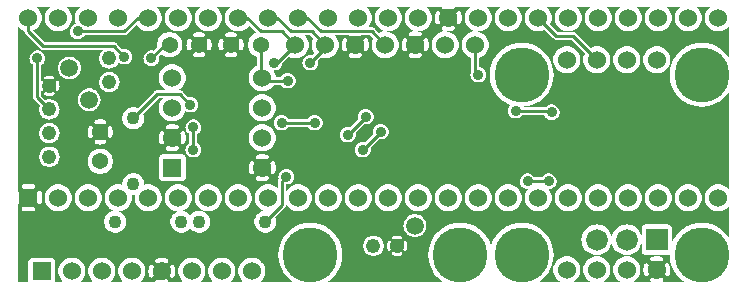
<source format=gbr>
G04 start of page 3 for group 1 idx 1 *
G04 Title: simple, bottom *
G04 Creator: pcb 20140316 *
G04 CreationDate: Wed 21 Feb 2018 06:48:06 PM GMT UTC *
G04 For: brian *
G04 Format: Gerber/RS-274X *
G04 PCB-Dimensions (mil): 6000.00 5000.00 *
G04 PCB-Coordinate-Origin: lower left *
%MOIN*%
%FSLAX25Y25*%
%LNBOTTOM*%
%ADD49C,0.0350*%
%ADD48C,0.0280*%
%ADD47C,0.0437*%
%ADD46C,0.0279*%
%ADD45C,0.0268*%
%ADD44C,0.0420*%
%ADD43C,0.1270*%
%ADD42C,0.0380*%
%ADD41C,0.0200*%
%ADD40C,0.0360*%
%ADD39C,0.0540*%
%ADD38C,0.0597*%
%ADD37C,0.0480*%
%ADD36C,0.0433*%
%ADD35C,0.0720*%
%ADD34C,0.1830*%
%ADD33C,0.0600*%
%ADD32C,0.0100*%
%ADD31C,0.0001*%
G54D31*G36*
X351113Y329913D02*X351335Y329914D01*
X351565Y329969D01*
X351783Y330059D01*
X351824Y330084D01*
X351817Y330000D01*
X351949Y328329D01*
X352340Y326699D01*
X352982Y325150D01*
X353857Y323721D01*
X354946Y322446D01*
X356221Y321357D01*
X356804Y321000D01*
X351113D01*
Y322853D01*
X351156Y322860D01*
X351268Y322897D01*
X351373Y322952D01*
X351468Y323022D01*
X351551Y323106D01*
X351619Y323202D01*
X351670Y323308D01*
X351818Y323716D01*
X351922Y324137D01*
X351984Y324567D01*
X352005Y325000D01*
X351984Y325433D01*
X351922Y325863D01*
X351818Y326284D01*
X351675Y326694D01*
X351622Y326800D01*
X351553Y326896D01*
X351470Y326981D01*
X351375Y327051D01*
X351269Y327106D01*
X351157Y327143D01*
X351113Y327151D01*
Y329913D01*
G37*
G36*
X347498Y329907D02*X351113Y329913D01*
Y327151D01*
X351040Y327163D01*
X350921Y327164D01*
X350804Y327146D01*
X350691Y327110D01*
X350585Y327057D01*
X350488Y326988D01*
X350404Y326905D01*
X350333Y326809D01*
X350279Y326704D01*
X350241Y326592D01*
X350222Y326475D01*
X350221Y326356D01*
X350239Y326239D01*
X350277Y326126D01*
X350376Y325855D01*
X350444Y325575D01*
X350486Y325289D01*
X350500Y325000D01*
X350486Y324711D01*
X350444Y324425D01*
X350376Y324145D01*
X350280Y323872D01*
X350242Y323761D01*
X350225Y323644D01*
X350225Y323526D01*
X350245Y323409D01*
X350282Y323297D01*
X350336Y323193D01*
X350406Y323098D01*
X350491Y323015D01*
X350587Y322946D01*
X350692Y322893D01*
X350805Y322857D01*
X350921Y322840D01*
X351039Y322841D01*
X351113Y322853D01*
Y321000D01*
X349450D01*
X349481Y321030D01*
X349551Y321125D01*
X349606Y321231D01*
X349643Y321343D01*
X349663Y321460D01*
X349664Y321579D01*
X349646Y321696D01*
X349610Y321809D01*
X349557Y321915D01*
X349488Y322012D01*
X349405Y322096D01*
X349309Y322167D01*
X349204Y322221D01*
X349092Y322259D01*
X348975Y322278D01*
X348856Y322279D01*
X348739Y322261D01*
X348626Y322223D01*
X348355Y322124D01*
X348075Y322056D01*
X347789Y322014D01*
X347500Y322000D01*
X347498Y322000D01*
Y328000D01*
X347500Y328000D01*
X347789Y327986D01*
X348075Y327944D01*
X348355Y327876D01*
X348628Y327780D01*
X348739Y327742D01*
X348856Y327725D01*
X348974Y327725D01*
X349091Y327745D01*
X349203Y327782D01*
X349307Y327836D01*
X349402Y327906D01*
X349485Y327991D01*
X349554Y328087D01*
X349607Y328192D01*
X349643Y328305D01*
X349660Y328421D01*
X349659Y328539D01*
X349640Y328656D01*
X349603Y328768D01*
X349548Y328873D01*
X349478Y328968D01*
X349394Y329051D01*
X349298Y329119D01*
X349192Y329170D01*
X348784Y329318D01*
X348363Y329422D01*
X347933Y329484D01*
X347500Y329505D01*
X347498Y329505D01*
Y329907D01*
G37*
G36*
X343887Y329901D02*X343900Y329900D01*
X347498Y329907D01*
Y329505D01*
X347067Y329484D01*
X346637Y329422D01*
X346216Y329318D01*
X345806Y329175D01*
X345700Y329122D01*
X345604Y329053D01*
X345519Y328970D01*
X345449Y328875D01*
X345394Y328769D01*
X345357Y328657D01*
X345337Y328540D01*
X345336Y328421D01*
X345354Y328304D01*
X345390Y328191D01*
X345443Y328085D01*
X345512Y327988D01*
X345595Y327904D01*
X345691Y327833D01*
X345796Y327779D01*
X345908Y327741D01*
X346025Y327722D01*
X346144Y327721D01*
X346261Y327739D01*
X346374Y327777D01*
X346645Y327876D01*
X346925Y327944D01*
X347211Y327986D01*
X347498Y328000D01*
Y322000D01*
X347211Y322014D01*
X346925Y322056D01*
X346645Y322124D01*
X346372Y322220D01*
X346261Y322258D01*
X346144Y322275D01*
X346026Y322275D01*
X345909Y322255D01*
X345797Y322218D01*
X345693Y322164D01*
X345598Y322094D01*
X345515Y322009D01*
X345446Y321913D01*
X345393Y321808D01*
X345357Y321695D01*
X345340Y321579D01*
X345341Y321461D01*
X345360Y321344D01*
X345397Y321232D01*
X345452Y321127D01*
X345522Y321032D01*
X345555Y321000D01*
X343887D01*
Y322849D01*
X343960Y322837D01*
X344079Y322836D01*
X344196Y322854D01*
X344309Y322890D01*
X344415Y322943D01*
X344512Y323012D01*
X344596Y323095D01*
X344667Y323191D01*
X344721Y323296D01*
X344759Y323408D01*
X344778Y323525D01*
X344779Y323644D01*
X344761Y323761D01*
X344723Y323874D01*
X344624Y324145D01*
X344556Y324425D01*
X344514Y324711D01*
X344500Y325000D01*
X344514Y325289D01*
X344556Y325575D01*
X344624Y325855D01*
X344720Y326128D01*
X344758Y326239D01*
X344775Y326356D01*
X344775Y326474D01*
X344755Y326591D01*
X344718Y326703D01*
X344664Y326807D01*
X344594Y326902D01*
X344509Y326985D01*
X344413Y327054D01*
X344308Y327107D01*
X344195Y327143D01*
X344079Y327160D01*
X343961Y327159D01*
X343887Y327147D01*
Y329901D01*
G37*
G36*
X327993Y329923D02*X328300Y329947D01*
X329081Y330135D01*
X329822Y330442D01*
X330507Y330861D01*
X331117Y331383D01*
X331639Y331993D01*
X332058Y332678D01*
X332365Y333419D01*
X332500Y333980D01*
X332635Y333419D01*
X332942Y332678D01*
X333361Y331993D01*
X333883Y331383D01*
X334493Y330861D01*
X335178Y330442D01*
X335919Y330135D01*
X336700Y329947D01*
X337500Y329884D01*
X338300Y329947D01*
X339081Y330135D01*
X339822Y330442D01*
X340507Y330861D01*
X341117Y331383D01*
X341639Y331993D01*
X342058Y332678D01*
X342365Y333419D01*
X342409Y333602D01*
X342414Y331165D01*
X342469Y330935D01*
X342559Y330717D01*
X342683Y330516D01*
X342836Y330336D01*
X343016Y330183D01*
X343217Y330059D01*
X343435Y329969D01*
X343665Y329914D01*
X343887Y329901D01*
Y327147D01*
X343844Y327140D01*
X343732Y327103D01*
X343627Y327048D01*
X343532Y326978D01*
X343449Y326894D01*
X343381Y326798D01*
X343330Y326692D01*
X343182Y326284D01*
X343078Y325863D01*
X343016Y325433D01*
X342995Y325000D01*
X343016Y324567D01*
X343078Y324137D01*
X343182Y323716D01*
X343325Y323306D01*
X343378Y323200D01*
X343447Y323104D01*
X343530Y323019D01*
X343625Y322949D01*
X343731Y322894D01*
X343843Y322857D01*
X343887Y322849D01*
Y321000D01*
X339585D01*
X340153Y321348D01*
X340692Y321808D01*
X341152Y322347D01*
X341522Y322951D01*
X341793Y323605D01*
X341958Y324294D01*
X342000Y325000D01*
X341958Y325706D01*
X341793Y326395D01*
X341522Y327049D01*
X341152Y327653D01*
X340692Y328192D01*
X340153Y328652D01*
X339549Y329022D01*
X338895Y329293D01*
X338206Y329458D01*
X337500Y329514D01*
X336794Y329458D01*
X336105Y329293D01*
X335451Y329022D01*
X334847Y328652D01*
X334308Y328192D01*
X333848Y327653D01*
X333478Y327049D01*
X333207Y326395D01*
X333042Y325706D01*
X332986Y325000D01*
X333042Y324294D01*
X333207Y323605D01*
X333478Y322951D01*
X333848Y322347D01*
X334308Y321808D01*
X334847Y321348D01*
X335415Y321000D01*
X329585D01*
X330153Y321348D01*
X330692Y321808D01*
X331152Y322347D01*
X331522Y322951D01*
X331793Y323605D01*
X331958Y324294D01*
X332000Y325000D01*
X331958Y325706D01*
X331793Y326395D01*
X331522Y327049D01*
X331152Y327653D01*
X330692Y328192D01*
X330153Y328652D01*
X329549Y329022D01*
X328895Y329293D01*
X328206Y329458D01*
X327993Y329475D01*
Y329923D01*
G37*
G36*
X357993Y380339D02*X359199Y379840D01*
X360829Y379449D01*
X362500Y379317D01*
X364171Y379449D01*
X365801Y379840D01*
X367350Y380482D01*
X368779Y381357D01*
X370054Y382446D01*
X371143Y383721D01*
X371500Y384304D01*
Y351831D01*
X371192Y352192D01*
X370653Y352652D01*
X370049Y353022D01*
X369395Y353293D01*
X368706Y353458D01*
X368000Y353514D01*
X367294Y353458D01*
X366605Y353293D01*
X365951Y353022D01*
X365347Y352652D01*
X364808Y352192D01*
X364348Y351653D01*
X363978Y351049D01*
X363707Y350395D01*
X363542Y349706D01*
X363486Y349000D01*
X363542Y348294D01*
X363707Y347605D01*
X363978Y346951D01*
X364348Y346347D01*
X364808Y345808D01*
X365347Y345348D01*
X365951Y344978D01*
X366605Y344707D01*
X367294Y344542D01*
X368000Y344486D01*
X368706Y344542D01*
X369395Y344707D01*
X370049Y344978D01*
X370653Y345348D01*
X371192Y345808D01*
X371500Y346169D01*
Y335696D01*
X371143Y336279D01*
X370054Y337554D01*
X368779Y338643D01*
X367350Y339518D01*
X365801Y340160D01*
X364171Y340551D01*
X362500Y340683D01*
X360829Y340551D01*
X359199Y340160D01*
X357993Y339661D01*
Y344487D01*
X358000Y344486D01*
X358706Y344542D01*
X359395Y344707D01*
X360049Y344978D01*
X360653Y345348D01*
X361192Y345808D01*
X361652Y346347D01*
X362022Y346951D01*
X362293Y347605D01*
X362458Y348294D01*
X362500Y349000D01*
X362458Y349706D01*
X362293Y350395D01*
X362022Y351049D01*
X361652Y351653D01*
X361192Y352192D01*
X360653Y352652D01*
X360049Y353022D01*
X359395Y353293D01*
X358706Y353458D01*
X358000Y353514D01*
X357993Y353513D01*
Y380339D01*
G37*
G36*
Y404487D02*X358000Y404486D01*
X358706Y404542D01*
X359395Y404707D01*
X360049Y404978D01*
X360653Y405348D01*
X361192Y405808D01*
X361652Y406347D01*
X362022Y406951D01*
X362293Y407605D01*
X362458Y408294D01*
X362500Y409000D01*
X362458Y409706D01*
X362293Y410395D01*
X362022Y411049D01*
X361652Y411653D01*
X361192Y412192D01*
X360831Y412500D01*
X365169D01*
X364808Y412192D01*
X364348Y411653D01*
X363978Y411049D01*
X363707Y410395D01*
X363542Y409706D01*
X363486Y409000D01*
X363542Y408294D01*
X363707Y407605D01*
X363978Y406951D01*
X364348Y406347D01*
X364808Y405808D01*
X365347Y405348D01*
X365951Y404978D01*
X366605Y404707D01*
X367294Y404542D01*
X368000Y404486D01*
X368706Y404542D01*
X369395Y404707D01*
X370049Y404978D01*
X370653Y405348D01*
X371192Y405808D01*
X371500Y406169D01*
Y395696D01*
X371143Y396279D01*
X370054Y397554D01*
X368779Y398643D01*
X367350Y399518D01*
X365801Y400160D01*
X364171Y400551D01*
X362500Y400683D01*
X360829Y400551D01*
X359199Y400160D01*
X357993Y399661D01*
Y404487D01*
G37*
G36*
X347993D02*X348000Y404486D01*
X348706Y404542D01*
X349395Y404707D01*
X350049Y404978D01*
X350653Y405348D01*
X351192Y405808D01*
X351652Y406347D01*
X352022Y406951D01*
X352293Y407605D01*
X352458Y408294D01*
X352500Y409000D01*
X352458Y409706D01*
X352293Y410395D01*
X352022Y411049D01*
X351652Y411653D01*
X351192Y412192D01*
X350831Y412500D01*
X355169D01*
X354808Y412192D01*
X354348Y411653D01*
X353978Y411049D01*
X353707Y410395D01*
X353542Y409706D01*
X353486Y409000D01*
X353542Y408294D01*
X353707Y407605D01*
X353978Y406951D01*
X354348Y406347D01*
X354808Y405808D01*
X355347Y405348D01*
X355951Y404978D01*
X356605Y404707D01*
X357294Y404542D01*
X357993Y404487D01*
Y399661D01*
X357650Y399518D01*
X356221Y398643D01*
X354946Y397554D01*
X353857Y396279D01*
X352982Y394850D01*
X352340Y393301D01*
X351949Y391671D01*
X351817Y390000D01*
X351949Y388329D01*
X352340Y386699D01*
X352982Y385150D01*
X353857Y383721D01*
X354946Y382446D01*
X356221Y381357D01*
X357650Y380482D01*
X357993Y380339D01*
Y353513D01*
X357294Y353458D01*
X356605Y353293D01*
X355951Y353022D01*
X355347Y352652D01*
X354808Y352192D01*
X354348Y351653D01*
X353978Y351049D01*
X353707Y350395D01*
X353542Y349706D01*
X353486Y349000D01*
X353542Y348294D01*
X353707Y347605D01*
X353978Y346951D01*
X354348Y346347D01*
X354808Y345808D01*
X355347Y345348D01*
X355951Y344978D01*
X356605Y344707D01*
X357294Y344542D01*
X357993Y344487D01*
Y339661D01*
X357650Y339518D01*
X356221Y338643D01*
X354946Y337554D01*
X353857Y336279D01*
X352982Y334850D01*
X352595Y333917D01*
X352586Y338835D01*
X352531Y339065D01*
X352441Y339283D01*
X352317Y339484D01*
X352164Y339664D01*
X351984Y339817D01*
X351783Y339941D01*
X351565Y340031D01*
X351335Y340086D01*
X351100Y340100D01*
X347993Y340094D01*
Y344487D01*
X348000Y344486D01*
X348706Y344542D01*
X349395Y344707D01*
X350049Y344978D01*
X350653Y345348D01*
X351192Y345808D01*
X351652Y346347D01*
X352022Y346951D01*
X352293Y347605D01*
X352458Y348294D01*
X352500Y349000D01*
X352458Y349706D01*
X352293Y350395D01*
X352022Y351049D01*
X351652Y351653D01*
X351192Y352192D01*
X350653Y352652D01*
X350049Y353022D01*
X349395Y353293D01*
X348706Y353458D01*
X348000Y353514D01*
X347993Y353513D01*
Y390525D01*
X348206Y390542D01*
X348895Y390707D01*
X349549Y390978D01*
X350153Y391348D01*
X350692Y391808D01*
X351152Y392347D01*
X351522Y392951D01*
X351793Y393605D01*
X351958Y394294D01*
X352000Y395000D01*
X351958Y395706D01*
X351793Y396395D01*
X351522Y397049D01*
X351152Y397653D01*
X350692Y398192D01*
X350153Y398652D01*
X349549Y399022D01*
X348895Y399293D01*
X348206Y399458D01*
X347993Y399475D01*
Y404487D01*
G37*
G36*
X337993D02*X338000Y404486D01*
X338706Y404542D01*
X339395Y404707D01*
X340049Y404978D01*
X340653Y405348D01*
X341192Y405808D01*
X341652Y406347D01*
X342022Y406951D01*
X342293Y407605D01*
X342458Y408294D01*
X342500Y409000D01*
X342458Y409706D01*
X342293Y410395D01*
X342022Y411049D01*
X341652Y411653D01*
X341192Y412192D01*
X340831Y412500D01*
X345169D01*
X344808Y412192D01*
X344348Y411653D01*
X343978Y411049D01*
X343707Y410395D01*
X343542Y409706D01*
X343486Y409000D01*
X343542Y408294D01*
X343707Y407605D01*
X343978Y406951D01*
X344348Y406347D01*
X344808Y405808D01*
X345347Y405348D01*
X345951Y404978D01*
X346605Y404707D01*
X347294Y404542D01*
X347993Y404487D01*
Y399475D01*
X347500Y399514D01*
X346794Y399458D01*
X346105Y399293D01*
X345451Y399022D01*
X344847Y398652D01*
X344308Y398192D01*
X343848Y397653D01*
X343478Y397049D01*
X343207Y396395D01*
X343042Y395706D01*
X342986Y395000D01*
X343042Y394294D01*
X343207Y393605D01*
X343478Y392951D01*
X343848Y392347D01*
X344308Y391808D01*
X344847Y391348D01*
X345451Y390978D01*
X346105Y390707D01*
X346794Y390542D01*
X347500Y390486D01*
X347993Y390525D01*
Y353513D01*
X347294Y353458D01*
X346605Y353293D01*
X345951Y353022D01*
X345347Y352652D01*
X344808Y352192D01*
X344348Y351653D01*
X343978Y351049D01*
X343707Y350395D01*
X343542Y349706D01*
X343486Y349000D01*
X343542Y348294D01*
X343707Y347605D01*
X343978Y346951D01*
X344348Y346347D01*
X344808Y345808D01*
X345347Y345348D01*
X345951Y344978D01*
X346605Y344707D01*
X347294Y344542D01*
X347993Y344487D01*
Y340094D01*
X343665Y340086D01*
X343435Y340031D01*
X343217Y339941D01*
X343016Y339817D01*
X342836Y339664D01*
X342683Y339484D01*
X342559Y339283D01*
X342469Y339065D01*
X342414Y338835D01*
X342400Y338600D01*
X342404Y336420D01*
X342365Y336581D01*
X342058Y337322D01*
X341639Y338007D01*
X341117Y338617D01*
X340507Y339139D01*
X339822Y339558D01*
X339081Y339865D01*
X338300Y340053D01*
X337993Y340077D01*
Y344487D01*
X338000Y344486D01*
X338706Y344542D01*
X339395Y344707D01*
X340049Y344978D01*
X340653Y345348D01*
X341192Y345808D01*
X341652Y346347D01*
X342022Y346951D01*
X342293Y347605D01*
X342458Y348294D01*
X342500Y349000D01*
X342458Y349706D01*
X342293Y350395D01*
X342022Y351049D01*
X341652Y351653D01*
X341192Y352192D01*
X340653Y352652D01*
X340049Y353022D01*
X339395Y353293D01*
X338706Y353458D01*
X338000Y353514D01*
X337993Y353513D01*
Y390525D01*
X338206Y390542D01*
X338895Y390707D01*
X339549Y390978D01*
X340153Y391348D01*
X340692Y391808D01*
X341152Y392347D01*
X341522Y392951D01*
X341793Y393605D01*
X341958Y394294D01*
X342000Y395000D01*
X341958Y395706D01*
X341793Y396395D01*
X341522Y397049D01*
X341152Y397653D01*
X340692Y398192D01*
X340153Y398652D01*
X339549Y399022D01*
X338895Y399293D01*
X338206Y399458D01*
X337993Y399475D01*
Y404487D01*
G37*
G36*
X327993Y390525D02*X328206Y390542D01*
X328895Y390707D01*
X329549Y390978D01*
X330153Y391348D01*
X330692Y391808D01*
X331152Y392347D01*
X331522Y392951D01*
X331793Y393605D01*
X331958Y394294D01*
X332000Y395000D01*
X331958Y395706D01*
X331793Y396395D01*
X331522Y397049D01*
X331152Y397653D01*
X330692Y398192D01*
X330153Y398652D01*
X329549Y399022D01*
X328895Y399293D01*
X328206Y399458D01*
X327993Y399475D01*
Y404487D01*
X328000Y404486D01*
X328706Y404542D01*
X329395Y404707D01*
X330049Y404978D01*
X330653Y405348D01*
X331192Y405808D01*
X331652Y406347D01*
X332022Y406951D01*
X332293Y407605D01*
X332458Y408294D01*
X332500Y409000D01*
X332458Y409706D01*
X332293Y410395D01*
X332022Y411049D01*
X331652Y411653D01*
X331192Y412192D01*
X330831Y412500D01*
X335169D01*
X334808Y412192D01*
X334348Y411653D01*
X333978Y411049D01*
X333707Y410395D01*
X333542Y409706D01*
X333486Y409000D01*
X333542Y408294D01*
X333707Y407605D01*
X333978Y406951D01*
X334348Y406347D01*
X334808Y405808D01*
X335347Y405348D01*
X335951Y404978D01*
X336605Y404707D01*
X337294Y404542D01*
X337993Y404487D01*
Y399475D01*
X337500Y399514D01*
X336794Y399458D01*
X336105Y399293D01*
X335451Y399022D01*
X334847Y398652D01*
X334308Y398192D01*
X333848Y397653D01*
X333478Y397049D01*
X333207Y396395D01*
X333042Y395706D01*
X332986Y395000D01*
X333042Y394294D01*
X333207Y393605D01*
X333478Y392951D01*
X333848Y392347D01*
X334308Y391808D01*
X334847Y391348D01*
X335451Y390978D01*
X336105Y390707D01*
X336794Y390542D01*
X337500Y390486D01*
X337993Y390525D01*
Y353513D01*
X337294Y353458D01*
X336605Y353293D01*
X335951Y353022D01*
X335347Y352652D01*
X334808Y352192D01*
X334348Y351653D01*
X333978Y351049D01*
X333707Y350395D01*
X333542Y349706D01*
X333486Y349000D01*
X333542Y348294D01*
X333707Y347605D01*
X333978Y346951D01*
X334348Y346347D01*
X334808Y345808D01*
X335347Y345348D01*
X335951Y344978D01*
X336605Y344707D01*
X337294Y344542D01*
X337993Y344487D01*
Y340077D01*
X337500Y340116D01*
X336700Y340053D01*
X335919Y339865D01*
X335178Y339558D01*
X334493Y339139D01*
X333883Y338617D01*
X333361Y338007D01*
X332942Y337322D01*
X332635Y336581D01*
X332500Y336020D01*
X332365Y336581D01*
X332058Y337322D01*
X331639Y338007D01*
X331117Y338617D01*
X330507Y339139D01*
X329822Y339558D01*
X329081Y339865D01*
X328300Y340053D01*
X327993Y340077D01*
Y344487D01*
X328000Y344486D01*
X328706Y344542D01*
X329395Y344707D01*
X330049Y344978D01*
X330653Y345348D01*
X331192Y345808D01*
X331652Y346347D01*
X332022Y346951D01*
X332293Y347605D01*
X332458Y348294D01*
X332500Y349000D01*
X332458Y349706D01*
X332293Y350395D01*
X332022Y351049D01*
X331652Y351653D01*
X331192Y352192D01*
X330653Y352652D01*
X330049Y353022D01*
X329395Y353293D01*
X328706Y353458D01*
X328000Y353514D01*
X327993Y353513D01*
Y390525D01*
G37*
G36*
Y399475D02*X327500Y399514D01*
X326794Y399458D01*
X326105Y399293D01*
X325451Y399022D01*
X325368Y398971D01*
X320455Y403883D01*
X320422Y403922D01*
X320266Y404055D01*
X320092Y404162D01*
X319903Y404240D01*
X319704Y404288D01*
X319704Y404288D01*
X319500Y404304D01*
X319449Y404300D01*
X317993D01*
Y404487D01*
X318000Y404486D01*
X318706Y404542D01*
X319395Y404707D01*
X320049Y404978D01*
X320653Y405348D01*
X321192Y405808D01*
X321652Y406347D01*
X322022Y406951D01*
X322293Y407605D01*
X322458Y408294D01*
X322500Y409000D01*
X322458Y409706D01*
X322293Y410395D01*
X322022Y411049D01*
X321652Y411653D01*
X321192Y412192D01*
X320831Y412500D01*
X325169D01*
X324808Y412192D01*
X324348Y411653D01*
X323978Y411049D01*
X323707Y410395D01*
X323542Y409706D01*
X323486Y409000D01*
X323542Y408294D01*
X323707Y407605D01*
X323978Y406951D01*
X324348Y406347D01*
X324808Y405808D01*
X325347Y405348D01*
X325951Y404978D01*
X326605Y404707D01*
X327294Y404542D01*
X327993Y404487D01*
Y399475D01*
G37*
G36*
X317993Y401700D02*X318962D01*
X323529Y397132D01*
X323478Y397049D01*
X323207Y396395D01*
X323042Y395706D01*
X322986Y395000D01*
X323042Y394294D01*
X323207Y393605D01*
X323478Y392951D01*
X323848Y392347D01*
X324308Y391808D01*
X324847Y391348D01*
X325451Y390978D01*
X326105Y390707D01*
X326794Y390542D01*
X327500Y390486D01*
X327993Y390525D01*
Y353513D01*
X327294Y353458D01*
X326605Y353293D01*
X325951Y353022D01*
X325347Y352652D01*
X324808Y352192D01*
X324348Y351653D01*
X323978Y351049D01*
X323707Y350395D01*
X323542Y349706D01*
X323486Y349000D01*
X323542Y348294D01*
X323707Y347605D01*
X323978Y346951D01*
X324348Y346347D01*
X324808Y345808D01*
X325347Y345348D01*
X325951Y344978D01*
X326605Y344707D01*
X327294Y344542D01*
X327993Y344487D01*
Y340077D01*
X327500Y340116D01*
X326700Y340053D01*
X325919Y339865D01*
X325178Y339558D01*
X324493Y339139D01*
X323883Y338617D01*
X323361Y338007D01*
X322942Y337322D01*
X322635Y336581D01*
X322447Y335800D01*
X322384Y335000D01*
X322447Y334200D01*
X322635Y333419D01*
X322942Y332678D01*
X323361Y331993D01*
X323883Y331383D01*
X324493Y330861D01*
X325178Y330442D01*
X325919Y330135D01*
X326700Y329947D01*
X327500Y329884D01*
X327993Y329923D01*
Y329475D01*
X327500Y329514D01*
X326794Y329458D01*
X326105Y329293D01*
X325451Y329022D01*
X324847Y328652D01*
X324308Y328192D01*
X323848Y327653D01*
X323478Y327049D01*
X323207Y326395D01*
X323042Y325706D01*
X322986Y325000D01*
X323042Y324294D01*
X323207Y323605D01*
X323478Y322951D01*
X323848Y322347D01*
X324308Y321808D01*
X324847Y321348D01*
X325415Y321000D01*
X319585D01*
X320153Y321348D01*
X320692Y321808D01*
X321152Y322347D01*
X321522Y322951D01*
X321793Y323605D01*
X321958Y324294D01*
X322000Y325000D01*
X321958Y325706D01*
X321793Y326395D01*
X321522Y327049D01*
X321152Y327653D01*
X320692Y328192D01*
X320153Y328652D01*
X319549Y329022D01*
X318895Y329293D01*
X318206Y329458D01*
X317993Y329475D01*
Y344487D01*
X318000Y344486D01*
X318706Y344542D01*
X319395Y344707D01*
X320049Y344978D01*
X320653Y345348D01*
X321192Y345808D01*
X321652Y346347D01*
X322022Y346951D01*
X322293Y347605D01*
X322458Y348294D01*
X322500Y349000D01*
X322458Y349706D01*
X322293Y350395D01*
X322022Y351049D01*
X321652Y351653D01*
X321192Y352192D01*
X320653Y352652D01*
X320049Y353022D01*
X319395Y353293D01*
X318706Y353458D01*
X318000Y353514D01*
X317993Y353513D01*
Y390525D01*
X318206Y390542D01*
X318895Y390707D01*
X319549Y390978D01*
X320153Y391348D01*
X320692Y391808D01*
X321152Y392347D01*
X321522Y392951D01*
X321793Y393605D01*
X321958Y394294D01*
X322000Y395000D01*
X321958Y395706D01*
X321793Y396395D01*
X321522Y397049D01*
X321152Y397653D01*
X320692Y398192D01*
X320153Y398652D01*
X319549Y399022D01*
X318895Y399293D01*
X318206Y399458D01*
X317993Y399475D01*
Y401700D01*
G37*
G36*
Y404300D02*X314538D01*
X311971Y406868D01*
X312022Y406951D01*
X312293Y407605D01*
X312458Y408294D01*
X312500Y409000D01*
X312458Y409706D01*
X312293Y410395D01*
X312022Y411049D01*
X311652Y411653D01*
X311192Y412192D01*
X310831Y412500D01*
X315169D01*
X314808Y412192D01*
X314348Y411653D01*
X313978Y411049D01*
X313707Y410395D01*
X313542Y409706D01*
X313486Y409000D01*
X313542Y408294D01*
X313707Y407605D01*
X313978Y406951D01*
X314348Y406347D01*
X314808Y405808D01*
X315347Y405348D01*
X315951Y404978D01*
X316605Y404707D01*
X317294Y404542D01*
X317993Y404487D01*
Y404300D01*
G37*
G36*
X303459Y412500D02*X305169D01*
X304808Y412192D01*
X304348Y411653D01*
X303978Y411049D01*
X303707Y410395D01*
X303542Y409706D01*
X303486Y409000D01*
X303542Y408294D01*
X303707Y407605D01*
X303978Y406951D01*
X304348Y406347D01*
X304808Y405808D01*
X305347Y405348D01*
X305951Y404978D01*
X306605Y404707D01*
X307294Y404542D01*
X308000Y404486D01*
X308706Y404542D01*
X309395Y404707D01*
X310049Y404978D01*
X310132Y405029D01*
X313045Y402117D01*
X313078Y402078D01*
X313233Y401945D01*
X313234Y401945D01*
X313342Y401879D01*
X313408Y401838D01*
X313597Y401760D01*
X313796Y401712D01*
X313796Y401712D01*
X314000Y401696D01*
X314051Y401700D01*
X317993D01*
Y399475D01*
X317500Y399514D01*
X316794Y399458D01*
X316105Y399293D01*
X315451Y399022D01*
X314847Y398652D01*
X314308Y398192D01*
X313848Y397653D01*
X313478Y397049D01*
X313207Y396395D01*
X313042Y395706D01*
X312986Y395000D01*
X313042Y394294D01*
X313207Y393605D01*
X313478Y392951D01*
X313848Y392347D01*
X314308Y391808D01*
X314847Y391348D01*
X315451Y390978D01*
X316105Y390707D01*
X316794Y390542D01*
X317500Y390486D01*
X317993Y390525D01*
Y353513D01*
X317294Y353458D01*
X316605Y353293D01*
X315951Y353022D01*
X315347Y352652D01*
X314808Y352192D01*
X314348Y351653D01*
X313978Y351049D01*
X313707Y350395D01*
X313542Y349706D01*
X313486Y349000D01*
X313542Y348294D01*
X313707Y347605D01*
X313978Y346951D01*
X314348Y346347D01*
X314808Y345808D01*
X315347Y345348D01*
X315951Y344978D01*
X316605Y344707D01*
X317294Y344542D01*
X317993Y344487D01*
Y329475D01*
X317500Y329514D01*
X316794Y329458D01*
X316105Y329293D01*
X315451Y329022D01*
X314847Y328652D01*
X314308Y328192D01*
X313848Y327653D01*
X313478Y327049D01*
X313207Y326395D01*
X313042Y325706D01*
X312986Y325000D01*
X313042Y324294D01*
X313207Y323605D01*
X313478Y322951D01*
X313848Y322347D01*
X314308Y321808D01*
X314847Y321348D01*
X315415Y321000D01*
X308196D01*
X308779Y321357D01*
X310054Y322446D01*
X311143Y323721D01*
X312018Y325150D01*
X312660Y326699D01*
X313051Y328329D01*
X313150Y330000D01*
X313051Y331671D01*
X312660Y333301D01*
X312018Y334850D01*
X311143Y336279D01*
X310054Y337554D01*
X308779Y338643D01*
X307350Y339518D01*
X305801Y340160D01*
X304171Y340551D01*
X303459Y340607D01*
Y352117D01*
X303694Y352020D01*
X304092Y351924D01*
X304500Y351892D01*
X304556Y351896D01*
X304348Y351653D01*
X303978Y351049D01*
X303707Y350395D01*
X303542Y349706D01*
X303486Y349000D01*
X303542Y348294D01*
X303707Y347605D01*
X303978Y346951D01*
X304348Y346347D01*
X304808Y345808D01*
X305347Y345348D01*
X305951Y344978D01*
X306605Y344707D01*
X307294Y344542D01*
X308000Y344486D01*
X308706Y344542D01*
X309395Y344707D01*
X310049Y344978D01*
X310653Y345348D01*
X311192Y345808D01*
X311652Y346347D01*
X312022Y346951D01*
X312293Y347605D01*
X312458Y348294D01*
X312500Y349000D01*
X312458Y349706D01*
X312293Y350395D01*
X312022Y351049D01*
X311652Y351653D01*
X311444Y351896D01*
X311500Y351892D01*
X311908Y351924D01*
X312306Y352020D01*
X312684Y352176D01*
X313033Y352390D01*
X313344Y352656D01*
X313610Y352967D01*
X313824Y353316D01*
X313980Y353694D01*
X314076Y354092D01*
X314100Y354500D01*
X314076Y354908D01*
X313980Y355306D01*
X313824Y355684D01*
X313610Y356033D01*
X313344Y356344D01*
X313033Y356610D01*
X312684Y356824D01*
X312306Y356980D01*
X311908Y357076D01*
X311500Y357108D01*
X311092Y357076D01*
X310694Y356980D01*
X310316Y356824D01*
X309967Y356610D01*
X309656Y356344D01*
X309390Y356033D01*
X309247Y355800D01*
X306753D01*
X306610Y356033D01*
X306344Y356344D01*
X306033Y356610D01*
X305684Y356824D01*
X305306Y356980D01*
X304908Y357076D01*
X304500Y357108D01*
X304092Y357076D01*
X303694Y356980D01*
X303459Y356883D01*
Y376700D01*
X310018D01*
X310020Y376694D01*
X310176Y376316D01*
X310390Y375967D01*
X310656Y375656D01*
X310967Y375390D01*
X311316Y375176D01*
X311694Y375020D01*
X312092Y374924D01*
X312500Y374892D01*
X312908Y374924D01*
X313306Y375020D01*
X313684Y375176D01*
X314033Y375390D01*
X314344Y375656D01*
X314610Y375967D01*
X314824Y376316D01*
X314980Y376694D01*
X315076Y377092D01*
X315100Y377500D01*
X315076Y377908D01*
X314980Y378306D01*
X314824Y378684D01*
X314610Y379033D01*
X314344Y379344D01*
X314033Y379610D01*
X313684Y379824D01*
X313306Y379980D01*
X312908Y380076D01*
X312500Y380108D01*
X312092Y380076D01*
X311694Y379980D01*
X311316Y379824D01*
X310967Y379610D01*
X310656Y379344D01*
X310618Y379300D01*
X303459D01*
Y379393D01*
X304171Y379449D01*
X305801Y379840D01*
X307350Y380482D01*
X308779Y381357D01*
X310054Y382446D01*
X311143Y383721D01*
X312018Y385150D01*
X312660Y386699D01*
X313051Y388329D01*
X313150Y390000D01*
X313051Y391671D01*
X312660Y393301D01*
X312018Y394850D01*
X311143Y396279D01*
X310054Y397554D01*
X308779Y398643D01*
X307350Y399518D01*
X305801Y400160D01*
X304171Y400551D01*
X303459Y400607D01*
Y412500D01*
G37*
G36*
Y379300D02*X302753D01*
X302731Y379335D01*
X303459Y379393D01*
Y379300D01*
G37*
G36*
X297993Y377305D02*X298020Y377194D01*
X298176Y376816D01*
X298390Y376467D01*
X298656Y376156D01*
X298967Y375890D01*
X299316Y375676D01*
X299694Y375520D01*
X300092Y375424D01*
X300500Y375392D01*
X300908Y375424D01*
X301306Y375520D01*
X301684Y375676D01*
X302033Y375890D01*
X302344Y376156D01*
X302610Y376467D01*
X302753Y376700D01*
X303459D01*
Y356883D01*
X303316Y356824D01*
X302967Y356610D01*
X302656Y356344D01*
X302390Y356033D01*
X302176Y355684D01*
X302020Y355306D01*
X301924Y354908D01*
X301892Y354500D01*
X301924Y354092D01*
X302020Y353694D01*
X302176Y353316D01*
X302390Y352967D01*
X302656Y352656D01*
X302967Y352390D01*
X303316Y352176D01*
X303459Y352117D01*
Y340607D01*
X302500Y340683D01*
X300829Y340551D01*
X299199Y340160D01*
X297993Y339661D01*
Y344487D01*
X298000Y344486D01*
X298706Y344542D01*
X299395Y344707D01*
X300049Y344978D01*
X300653Y345348D01*
X301192Y345808D01*
X301652Y346347D01*
X302022Y346951D01*
X302293Y347605D01*
X302458Y348294D01*
X302500Y349000D01*
X302458Y349706D01*
X302293Y350395D01*
X302022Y351049D01*
X301652Y351653D01*
X301192Y352192D01*
X300653Y352652D01*
X300049Y353022D01*
X299395Y353293D01*
X298706Y353458D01*
X298000Y353514D01*
X297993Y353513D01*
Y377305D01*
G37*
G36*
Y380339D02*X298830Y379993D01*
X298656Y379844D01*
X298390Y379533D01*
X298176Y379184D01*
X298020Y378806D01*
X297993Y378695D01*
Y380339D01*
G37*
G36*
Y404487D02*X298000Y404486D01*
X298706Y404542D01*
X299395Y404707D01*
X300049Y404978D01*
X300653Y405348D01*
X301192Y405808D01*
X301652Y406347D01*
X302022Y406951D01*
X302293Y407605D01*
X302458Y408294D01*
X302500Y409000D01*
X302458Y409706D01*
X302293Y410395D01*
X302022Y411049D01*
X301652Y411653D01*
X301192Y412192D01*
X300831Y412500D01*
X303459D01*
Y400607D01*
X302500Y400683D01*
X300829Y400551D01*
X299199Y400160D01*
X297993Y399661D01*
Y404487D01*
G37*
G36*
X286993Y404614D02*X287294Y404542D01*
X288000Y404486D01*
X288706Y404542D01*
X289395Y404707D01*
X290049Y404978D01*
X290653Y405348D01*
X291192Y405808D01*
X291652Y406347D01*
X292022Y406951D01*
X292293Y407605D01*
X292458Y408294D01*
X292500Y409000D01*
X292458Y409706D01*
X292293Y410395D01*
X292022Y411049D01*
X291652Y411653D01*
X291192Y412192D01*
X290831Y412500D01*
X295169D01*
X294808Y412192D01*
X294348Y411653D01*
X293978Y411049D01*
X293707Y410395D01*
X293542Y409706D01*
X293486Y409000D01*
X293542Y408294D01*
X293707Y407605D01*
X293978Y406951D01*
X294348Y406347D01*
X294808Y405808D01*
X295347Y405348D01*
X295951Y404978D01*
X296605Y404707D01*
X297294Y404542D01*
X297993Y404487D01*
Y399661D01*
X297650Y399518D01*
X296221Y398643D01*
X294946Y397554D01*
X293857Y396279D01*
X292982Y394850D01*
X292340Y393301D01*
X291949Y391671D01*
X291817Y390000D01*
X291949Y388329D01*
X292340Y386699D01*
X292982Y385150D01*
X293857Y383721D01*
X294946Y382446D01*
X296221Y381357D01*
X297650Y380482D01*
X297993Y380339D01*
Y378695D01*
X297924Y378408D01*
X297892Y378000D01*
X297924Y377592D01*
X297993Y377305D01*
Y353513D01*
X297294Y353458D01*
X296605Y353293D01*
X295951Y353022D01*
X295347Y352652D01*
X294808Y352192D01*
X294348Y351653D01*
X293978Y351049D01*
X293707Y350395D01*
X293542Y349706D01*
X293486Y349000D01*
X293542Y348294D01*
X293707Y347605D01*
X293978Y346951D01*
X294348Y346347D01*
X294808Y345808D01*
X295347Y345348D01*
X295951Y344978D01*
X296605Y344707D01*
X297294Y344542D01*
X297993Y344487D01*
Y339661D01*
X297650Y339518D01*
X296221Y338643D01*
X294946Y337554D01*
X293857Y336279D01*
X292982Y334850D01*
X292340Y333301D01*
X292250Y332926D01*
X292160Y333301D01*
X291518Y334850D01*
X290643Y336279D01*
X289554Y337554D01*
X288279Y338643D01*
X286993Y339431D01*
Y344614D01*
X287294Y344542D01*
X288000Y344486D01*
X288706Y344542D01*
X289395Y344707D01*
X290049Y344978D01*
X290653Y345348D01*
X291192Y345808D01*
X291652Y346347D01*
X292022Y346951D01*
X292293Y347605D01*
X292458Y348294D01*
X292500Y349000D01*
X292458Y349706D01*
X292293Y350395D01*
X292022Y351049D01*
X291652Y351653D01*
X291192Y352192D01*
X290653Y352652D01*
X290049Y353022D01*
X289395Y353293D01*
X288706Y353458D01*
X288000Y353514D01*
X287294Y353458D01*
X286993Y353386D01*
Y387603D01*
X287194Y387520D01*
X287592Y387424D01*
X288000Y387392D01*
X288408Y387424D01*
X288806Y387520D01*
X289184Y387676D01*
X289533Y387890D01*
X289844Y388156D01*
X290110Y388467D01*
X290324Y388816D01*
X290480Y389194D01*
X290576Y389592D01*
X290600Y390000D01*
X290576Y390408D01*
X290480Y390806D01*
X290324Y391184D01*
X290110Y391533D01*
X289844Y391844D01*
X289533Y392110D01*
X289184Y392324D01*
X288806Y392480D01*
X288408Y392576D01*
X288300Y392584D01*
Y395684D01*
X288395Y395707D01*
X289049Y395978D01*
X289653Y396348D01*
X290192Y396808D01*
X290652Y397347D01*
X291022Y397951D01*
X291293Y398605D01*
X291458Y399294D01*
X291500Y400000D01*
X291458Y400706D01*
X291293Y401395D01*
X291022Y402049D01*
X290652Y402653D01*
X290192Y403192D01*
X289653Y403652D01*
X289049Y404022D01*
X288395Y404293D01*
X287706Y404458D01*
X287000Y404514D01*
X286993Y404513D01*
Y404614D01*
G37*
G36*
X281613Y412500D02*X285169D01*
X284808Y412192D01*
X284348Y411653D01*
X283978Y411049D01*
X283707Y410395D01*
X283542Y409706D01*
X283486Y409000D01*
X283542Y408294D01*
X283707Y407605D01*
X283978Y406951D01*
X284348Y406347D01*
X284808Y405808D01*
X285347Y405348D01*
X285951Y404978D01*
X286605Y404707D01*
X286993Y404614D01*
Y404513D01*
X286294Y404458D01*
X285605Y404293D01*
X284951Y404022D01*
X284347Y403652D01*
X283808Y403192D01*
X283348Y402653D01*
X282978Y402049D01*
X282707Y401395D01*
X282542Y400706D01*
X282486Y400000D01*
X282542Y399294D01*
X282707Y398605D01*
X282978Y397951D01*
X283348Y397347D01*
X283808Y396808D01*
X284347Y396348D01*
X284951Y395978D01*
X285605Y395707D01*
X285700Y395684D01*
Y391223D01*
X285676Y391184D01*
X285520Y390806D01*
X285424Y390408D01*
X285392Y390000D01*
X285424Y389592D01*
X285520Y389194D01*
X285676Y388816D01*
X285890Y388467D01*
X286156Y388156D01*
X286467Y387890D01*
X286816Y387676D01*
X286993Y387603D01*
Y353386D01*
X286605Y353293D01*
X285951Y353022D01*
X285347Y352652D01*
X284808Y352192D01*
X284348Y351653D01*
X283978Y351049D01*
X283707Y350395D01*
X283542Y349706D01*
X283486Y349000D01*
X283542Y348294D01*
X283707Y347605D01*
X283978Y346951D01*
X284348Y346347D01*
X284808Y345808D01*
X285347Y345348D01*
X285951Y344978D01*
X286605Y344707D01*
X286993Y344614D01*
Y339431D01*
X286850Y339518D01*
X285301Y340160D01*
X283671Y340551D01*
X282000Y340683D01*
X281613Y340652D01*
Y346302D01*
X281652Y346347D01*
X282022Y346951D01*
X282293Y347605D01*
X282458Y348294D01*
X282500Y349000D01*
X282458Y349706D01*
X282293Y350395D01*
X282022Y351049D01*
X281652Y351653D01*
X281613Y351698D01*
Y406853D01*
X281656Y406860D01*
X281768Y406897D01*
X281873Y406952D01*
X281968Y407022D01*
X282051Y407106D01*
X282119Y407202D01*
X282170Y407308D01*
X282318Y407716D01*
X282422Y408137D01*
X282484Y408567D01*
X282505Y409000D01*
X282484Y409433D01*
X282422Y409863D01*
X282318Y410284D01*
X282175Y410694D01*
X282122Y410800D01*
X282053Y410896D01*
X281970Y410981D01*
X281875Y411051D01*
X281769Y411106D01*
X281657Y411143D01*
X281613Y411151D01*
Y412500D01*
G37*
G36*
Y340652D02*X280329Y340551D01*
X278699Y340160D01*
X277993Y339868D01*
Y344487D01*
X278000Y344486D01*
X278706Y344542D01*
X279395Y344707D01*
X280049Y344978D01*
X280653Y345348D01*
X281192Y345808D01*
X281613Y346302D01*
Y340652D01*
G37*
G36*
X277993Y412000D02*X278000Y412000D01*
X278289Y411986D01*
X278575Y411944D01*
X278855Y411876D01*
X279128Y411780D01*
X279239Y411742D01*
X279356Y411725D01*
X279474Y411725D01*
X279591Y411745D01*
X279703Y411782D01*
X279807Y411836D01*
X279902Y411906D01*
X279985Y411991D01*
X280054Y412087D01*
X280107Y412192D01*
X280143Y412305D01*
X280160Y412421D01*
X280160Y412500D01*
X281613D01*
Y411151D01*
X281540Y411163D01*
X281421Y411164D01*
X281304Y411146D01*
X281191Y411110D01*
X281085Y411057D01*
X280988Y410988D01*
X280904Y410905D01*
X280833Y410809D01*
X280779Y410704D01*
X280741Y410592D01*
X280722Y410475D01*
X280721Y410356D01*
X280739Y410239D01*
X280777Y410126D01*
X280876Y409855D01*
X280944Y409575D01*
X280986Y409289D01*
X281000Y409000D01*
X280986Y408711D01*
X280944Y408425D01*
X280876Y408145D01*
X280780Y407872D01*
X280742Y407761D01*
X280725Y407644D01*
X280725Y407526D01*
X280745Y407409D01*
X280782Y407297D01*
X280836Y407193D01*
X280906Y407098D01*
X280991Y407015D01*
X281087Y406946D01*
X281192Y406893D01*
X281305Y406857D01*
X281421Y406840D01*
X281539Y406841D01*
X281613Y406853D01*
Y351698D01*
X281192Y352192D01*
X280653Y352652D01*
X280049Y353022D01*
X279395Y353293D01*
X278706Y353458D01*
X278000Y353514D01*
X277993Y353513D01*
Y395611D01*
X278395Y395707D01*
X279049Y395978D01*
X279653Y396348D01*
X280192Y396808D01*
X280652Y397347D01*
X281022Y397951D01*
X281293Y398605D01*
X281458Y399294D01*
X281500Y400000D01*
X281458Y400706D01*
X281293Y401395D01*
X281022Y402049D01*
X280652Y402653D01*
X280192Y403192D01*
X279653Y403652D01*
X279049Y404022D01*
X278395Y404293D01*
X277993Y404389D01*
Y404495D01*
X278000Y404495D01*
X278433Y404516D01*
X278863Y404578D01*
X279284Y404682D01*
X279694Y404825D01*
X279800Y404878D01*
X279896Y404947D01*
X279981Y405030D01*
X280051Y405125D01*
X280106Y405231D01*
X280143Y405343D01*
X280163Y405460D01*
X280164Y405579D01*
X280146Y405696D01*
X280110Y405809D01*
X280057Y405915D01*
X279988Y406012D01*
X279905Y406096D01*
X279809Y406167D01*
X279704Y406221D01*
X279592Y406259D01*
X279475Y406278D01*
X279356Y406279D01*
X279239Y406261D01*
X279126Y406223D01*
X278855Y406124D01*
X278575Y406056D01*
X278289Y406014D01*
X278000Y406000D01*
X277993Y406000D01*
Y412000D01*
G37*
G36*
X274387Y322515D02*X274446Y322446D01*
X275721Y321357D01*
X276304Y321000D01*
X274387D01*
Y322515D01*
G37*
G36*
Y346302D02*X274808Y345808D01*
X275347Y345348D01*
X275951Y344978D01*
X276605Y344707D01*
X277294Y344542D01*
X277993Y344487D01*
Y339868D01*
X277150Y339518D01*
X275721Y338643D01*
X274446Y337554D01*
X274387Y337485D01*
Y346302D01*
G37*
G36*
Y396324D02*X274951Y395978D01*
X275605Y395707D01*
X276294Y395542D01*
X277000Y395486D01*
X277706Y395542D01*
X277993Y395611D01*
Y353513D01*
X277294Y353458D01*
X276605Y353293D01*
X275951Y353022D01*
X275347Y352652D01*
X274808Y352192D01*
X274387Y351698D01*
Y396324D01*
G37*
G36*
Y412500D02*X275837D01*
X275836Y412421D01*
X275854Y412304D01*
X275890Y412191D01*
X275943Y412085D01*
X276012Y411988D01*
X276095Y411904D01*
X276191Y411833D01*
X276296Y411779D01*
X276408Y411741D01*
X276525Y411722D01*
X276644Y411721D01*
X276761Y411739D01*
X276874Y411777D01*
X277145Y411876D01*
X277425Y411944D01*
X277711Y411986D01*
X277993Y412000D01*
Y406000D01*
X277711Y406014D01*
X277425Y406056D01*
X277145Y406124D01*
X276872Y406220D01*
X276761Y406258D01*
X276644Y406275D01*
X276526Y406275D01*
X276409Y406255D01*
X276297Y406218D01*
X276193Y406164D01*
X276098Y406094D01*
X276015Y406009D01*
X275946Y405913D01*
X275893Y405808D01*
X275857Y405695D01*
X275840Y405579D01*
X275841Y405461D01*
X275860Y405344D01*
X275897Y405232D01*
X275952Y405127D01*
X276022Y405032D01*
X276106Y404949D01*
X276202Y404881D01*
X276308Y404830D01*
X276716Y404682D01*
X277137Y404578D01*
X277567Y404516D01*
X277993Y404495D01*
Y404389D01*
X277706Y404458D01*
X277000Y404514D01*
X276294Y404458D01*
X275605Y404293D01*
X274951Y404022D01*
X274387Y403676D01*
Y406849D01*
X274460Y406837D01*
X274579Y406836D01*
X274696Y406854D01*
X274809Y406890D01*
X274915Y406943D01*
X275012Y407012D01*
X275096Y407095D01*
X275167Y407191D01*
X275221Y407296D01*
X275259Y407408D01*
X275278Y407525D01*
X275279Y407644D01*
X275261Y407761D01*
X275223Y407874D01*
X275124Y408145D01*
X275056Y408425D01*
X275014Y408711D01*
X275000Y409000D01*
X275014Y409289D01*
X275056Y409575D01*
X275124Y409855D01*
X275220Y410128D01*
X275258Y410239D01*
X275275Y410356D01*
X275275Y410474D01*
X275255Y410591D01*
X275218Y410703D01*
X275164Y410807D01*
X275094Y410902D01*
X275009Y410985D01*
X274913Y411054D01*
X274808Y411107D01*
X274695Y411143D01*
X274579Y411160D01*
X274461Y411159D01*
X274387Y411147D01*
Y412500D01*
G37*
G36*
X270613Y405324D02*X270653Y405348D01*
X271192Y405808D01*
X271652Y406347D01*
X272022Y406951D01*
X272293Y407605D01*
X272458Y408294D01*
X272500Y409000D01*
X272458Y409706D01*
X272293Y410395D01*
X272022Y411049D01*
X271652Y411653D01*
X271192Y412192D01*
X270831Y412500D01*
X274387D01*
Y411147D01*
X274344Y411140D01*
X274232Y411103D01*
X274127Y411048D01*
X274032Y410978D01*
X273949Y410894D01*
X273881Y410798D01*
X273830Y410692D01*
X273682Y410284D01*
X273578Y409863D01*
X273516Y409433D01*
X273495Y409000D01*
X273516Y408567D01*
X273578Y408137D01*
X273682Y407716D01*
X273825Y407306D01*
X273878Y407200D01*
X273947Y407104D01*
X274030Y407019D01*
X274125Y406949D01*
X274231Y406894D01*
X274343Y406857D01*
X274387Y406849D01*
Y403676D01*
X274347Y403652D01*
X273808Y403192D01*
X273348Y402653D01*
X272978Y402049D01*
X272707Y401395D01*
X272542Y400706D01*
X272486Y400000D01*
X272542Y399294D01*
X272707Y398605D01*
X272978Y397951D01*
X273348Y397347D01*
X273808Y396808D01*
X274347Y396348D01*
X274387Y396324D01*
Y351698D01*
X274348Y351653D01*
X273978Y351049D01*
X273707Y350395D01*
X273542Y349706D01*
X273486Y349000D01*
X273542Y348294D01*
X273707Y347605D01*
X273978Y346951D01*
X274348Y346347D01*
X274387Y346302D01*
Y337485D01*
X273357Y336279D01*
X272482Y334850D01*
X271840Y333301D01*
X271449Y331671D01*
X271317Y330000D01*
X271449Y328329D01*
X271840Y326699D01*
X272482Y325150D01*
X273357Y323721D01*
X274387Y322515D01*
Y321000D01*
X270613D01*
Y339441D01*
X270628Y339693D01*
X270613Y339945D01*
Y345324D01*
X270653Y345348D01*
X271192Y345808D01*
X271652Y346347D01*
X272022Y346951D01*
X272293Y347605D01*
X272458Y348294D01*
X272500Y349000D01*
X272458Y349706D01*
X272293Y350395D01*
X272022Y351049D01*
X271652Y351653D01*
X271192Y352192D01*
X270653Y352652D01*
X270613Y352676D01*
Y397853D01*
X270656Y397860D01*
X270768Y397897D01*
X270873Y397952D01*
X270968Y398022D01*
X271051Y398106D01*
X271119Y398202D01*
X271170Y398308D01*
X271318Y398716D01*
X271422Y399137D01*
X271484Y399567D01*
X271505Y400000D01*
X271484Y400433D01*
X271422Y400863D01*
X271318Y401284D01*
X271175Y401694D01*
X271122Y401800D01*
X271053Y401896D01*
X270970Y401981D01*
X270875Y402051D01*
X270769Y402106D01*
X270657Y402143D01*
X270613Y402151D01*
Y405324D01*
G37*
G36*
Y339945D02*X270593Y340287D01*
X270454Y340866D01*
X270226Y341417D01*
X269915Y341925D01*
X269528Y342378D01*
X269075Y342765D01*
X268567Y343076D01*
X268016Y343304D01*
X267993Y343309D01*
Y344487D01*
X268000Y344486D01*
X268706Y344542D01*
X269395Y344707D01*
X270049Y344978D01*
X270613Y345324D01*
Y339945D01*
G37*
G36*
Y321000D02*X267993D01*
Y336077D01*
X268016Y336082D01*
X268567Y336310D01*
X269075Y336621D01*
X269528Y337008D01*
X269915Y337461D01*
X270226Y337969D01*
X270454Y338520D01*
X270593Y339099D01*
X270613Y339441D01*
Y321000D01*
G37*
G36*
X267993Y404487D02*X268000Y404486D01*
X268706Y404542D01*
X269395Y404707D01*
X270049Y404978D01*
X270613Y405324D01*
Y402151D01*
X270540Y402163D01*
X270421Y402164D01*
X270304Y402146D01*
X270191Y402110D01*
X270085Y402057D01*
X269988Y401988D01*
X269904Y401905D01*
X269833Y401809D01*
X269779Y401704D01*
X269741Y401592D01*
X269722Y401475D01*
X269721Y401356D01*
X269739Y401239D01*
X269777Y401126D01*
X269876Y400855D01*
X269944Y400575D01*
X269986Y400289D01*
X270000Y400000D01*
X269986Y399711D01*
X269944Y399425D01*
X269876Y399145D01*
X269780Y398872D01*
X269742Y398761D01*
X269725Y398644D01*
X269725Y398526D01*
X269745Y398409D01*
X269782Y398297D01*
X269836Y398193D01*
X269906Y398098D01*
X269991Y398015D01*
X270087Y397946D01*
X270192Y397893D01*
X270305Y397857D01*
X270421Y397840D01*
X270539Y397841D01*
X270613Y397853D01*
Y352676D01*
X270049Y353022D01*
X269395Y353293D01*
X268706Y353458D01*
X268000Y353514D01*
X267993Y353513D01*
Y395610D01*
X268284Y395682D01*
X268694Y395825D01*
X268800Y395878D01*
X268896Y395947D01*
X268981Y396030D01*
X269051Y396125D01*
X269106Y396231D01*
X269143Y396343D01*
X269163Y396460D01*
X269164Y396579D01*
X269146Y396696D01*
X269110Y396809D01*
X269057Y396915D01*
X268988Y397012D01*
X268905Y397096D01*
X268809Y397167D01*
X268704Y397221D01*
X268592Y397259D01*
X268475Y397278D01*
X268356Y397279D01*
X268239Y397261D01*
X268126Y397223D01*
X267993Y397175D01*
Y402827D01*
X268128Y402780D01*
X268239Y402742D01*
X268356Y402725D01*
X268474Y402725D01*
X268591Y402745D01*
X268703Y402782D01*
X268807Y402836D01*
X268902Y402906D01*
X268985Y402991D01*
X269054Y403087D01*
X269107Y403192D01*
X269143Y403305D01*
X269160Y403421D01*
X269159Y403539D01*
X269140Y403656D01*
X269103Y403768D01*
X269048Y403873D01*
X268978Y403968D01*
X268894Y404051D01*
X268798Y404119D01*
X268692Y404170D01*
X268284Y404318D01*
X267993Y404390D01*
Y404487D01*
G37*
G36*
X263387Y338146D02*X263460Y337969D01*
X263771Y337461D01*
X264158Y337008D01*
X264611Y336621D01*
X265119Y336310D01*
X265670Y336082D01*
X266249Y335943D01*
X266843Y335896D01*
X267437Y335943D01*
X267993Y336077D01*
Y321000D01*
X263387D01*
Y331295D01*
X263418Y331284D01*
X263495Y331268D01*
X263574Y331264D01*
X263652Y331272D01*
X263728Y331293D01*
X263800Y331326D01*
X263865Y331369D01*
X263924Y331422D01*
X263973Y331483D01*
X264010Y331552D01*
X264129Y331827D01*
X264220Y332112D01*
X264285Y332404D01*
X264325Y332701D01*
X264338Y333000D01*
X264325Y333299D01*
X264285Y333596D01*
X264220Y333888D01*
X264129Y334173D01*
X264013Y334449D01*
X263975Y334518D01*
X263925Y334580D01*
X263867Y334633D01*
X263801Y334677D01*
X263729Y334709D01*
X263652Y334730D01*
X263574Y334739D01*
X263495Y334735D01*
X263417Y334719D01*
X263387Y334707D01*
Y338146D01*
G37*
G36*
Y412500D02*X265169D01*
X264808Y412192D01*
X264348Y411653D01*
X263978Y411049D01*
X263707Y410395D01*
X263542Y409706D01*
X263486Y409000D01*
X263542Y408294D01*
X263707Y407605D01*
X263978Y406951D01*
X264348Y406347D01*
X264808Y405808D01*
X265347Y405348D01*
X265951Y404978D01*
X266605Y404707D01*
X267294Y404542D01*
X267993Y404487D01*
Y404390D01*
X267863Y404422D01*
X267433Y404484D01*
X267000Y404505D01*
X266567Y404484D01*
X266137Y404422D01*
X265716Y404318D01*
X265306Y404175D01*
X265200Y404122D01*
X265104Y404053D01*
X265019Y403970D01*
X264949Y403875D01*
X264894Y403769D01*
X264857Y403657D01*
X264837Y403540D01*
X264836Y403421D01*
X264854Y403304D01*
X264890Y403191D01*
X264943Y403085D01*
X265012Y402988D01*
X265095Y402904D01*
X265191Y402833D01*
X265296Y402779D01*
X265408Y402741D01*
X265525Y402722D01*
X265644Y402721D01*
X265761Y402739D01*
X265874Y402777D01*
X266145Y402876D01*
X266425Y402944D01*
X266711Y402986D01*
X267000Y403000D01*
X267289Y402986D01*
X267575Y402944D01*
X267855Y402876D01*
X267993Y402827D01*
Y397175D01*
X267855Y397124D01*
X267575Y397056D01*
X267289Y397014D01*
X267000Y397000D01*
X266711Y397014D01*
X266425Y397056D01*
X266145Y397124D01*
X265872Y397220D01*
X265761Y397258D01*
X265644Y397275D01*
X265526Y397275D01*
X265409Y397255D01*
X265297Y397218D01*
X265193Y397164D01*
X265098Y397094D01*
X265015Y397009D01*
X264946Y396913D01*
X264893Y396808D01*
X264857Y396695D01*
X264840Y396579D01*
X264841Y396461D01*
X264860Y396344D01*
X264897Y396232D01*
X264952Y396127D01*
X265022Y396032D01*
X265106Y395949D01*
X265202Y395881D01*
X265308Y395830D01*
X265716Y395682D01*
X266137Y395578D01*
X266567Y395516D01*
X267000Y395495D01*
X267433Y395516D01*
X267863Y395578D01*
X267993Y395610D01*
Y353513D01*
X267294Y353458D01*
X266605Y353293D01*
X265951Y353022D01*
X265347Y352652D01*
X264808Y352192D01*
X264348Y351653D01*
X263978Y351049D01*
X263707Y350395D01*
X263542Y349706D01*
X263486Y349000D01*
X263542Y348294D01*
X263707Y347605D01*
X263978Y346951D01*
X264348Y346347D01*
X264808Y345808D01*
X265347Y345348D01*
X265951Y344978D01*
X266605Y344707D01*
X267294Y344542D01*
X267993Y344487D01*
Y343309D01*
X267437Y343443D01*
X266843Y343490D01*
X266249Y343443D01*
X265670Y343304D01*
X265119Y343076D01*
X264611Y342765D01*
X264158Y342378D01*
X263771Y341925D01*
X263460Y341417D01*
X263387Y341240D01*
Y397849D01*
X263460Y397837D01*
X263579Y397836D01*
X263696Y397854D01*
X263809Y397890D01*
X263915Y397943D01*
X264012Y398012D01*
X264096Y398095D01*
X264167Y398191D01*
X264221Y398296D01*
X264259Y398408D01*
X264278Y398525D01*
X264279Y398644D01*
X264261Y398761D01*
X264223Y398874D01*
X264124Y399145D01*
X264056Y399425D01*
X264014Y399711D01*
X264000Y400000D01*
X264014Y400289D01*
X264056Y400575D01*
X264124Y400855D01*
X264220Y401128D01*
X264258Y401239D01*
X264275Y401356D01*
X264275Y401474D01*
X264255Y401591D01*
X264218Y401703D01*
X264164Y401807D01*
X264094Y401902D01*
X264009Y401985D01*
X263913Y402054D01*
X263808Y402107D01*
X263695Y402143D01*
X263579Y402160D01*
X263461Y402159D01*
X263387Y402147D01*
Y412500D01*
G37*
G36*
X260938Y397814D02*X261022Y397951D01*
X261293Y398605D01*
X261458Y399294D01*
X261500Y400000D01*
X261458Y400706D01*
X261293Y401395D01*
X261022Y402049D01*
X260938Y402186D01*
Y405592D01*
X261192Y405808D01*
X261652Y406347D01*
X262022Y406951D01*
X262293Y407605D01*
X262458Y408294D01*
X262500Y409000D01*
X262458Y409706D01*
X262293Y410395D01*
X262022Y411049D01*
X261652Y411653D01*
X261192Y412192D01*
X260938Y412408D01*
Y412500D01*
X263387D01*
Y402147D01*
X263344Y402140D01*
X263232Y402103D01*
X263127Y402048D01*
X263032Y401978D01*
X262949Y401894D01*
X262881Y401798D01*
X262830Y401692D01*
X262682Y401284D01*
X262578Y400863D01*
X262516Y400433D01*
X262495Y400000D01*
X262516Y399567D01*
X262578Y399137D01*
X262682Y398716D01*
X262825Y398306D01*
X262878Y398200D01*
X262947Y398104D01*
X263030Y398019D01*
X263125Y397949D01*
X263231Y397894D01*
X263343Y397857D01*
X263387Y397849D01*
Y341240D01*
X263232Y340866D01*
X263093Y340287D01*
X263046Y339693D01*
X263093Y339099D01*
X263232Y338520D01*
X263387Y338146D01*
Y334707D01*
X263343Y334691D01*
X263275Y334651D01*
X263213Y334602D01*
X263160Y334544D01*
X263117Y334477D01*
X263084Y334405D01*
X263063Y334329D01*
X263055Y334250D01*
X263058Y334172D01*
X263074Y334094D01*
X263104Y334021D01*
X263187Y333827D01*
X263251Y333626D01*
X263297Y333420D01*
X263325Y333211D01*
X263334Y333000D01*
X263325Y332789D01*
X263297Y332580D01*
X263251Y332374D01*
X263187Y332173D01*
X263106Y331978D01*
X263077Y331905D01*
X263061Y331828D01*
X263057Y331750D01*
X263065Y331671D01*
X263086Y331595D01*
X263119Y331524D01*
X263162Y331458D01*
X263215Y331400D01*
X263276Y331350D01*
X263344Y331311D01*
X263387Y331295D01*
Y321000D01*
X260938D01*
Y329599D01*
X261236Y329612D01*
X261533Y329652D01*
X261825Y329717D01*
X262110Y329808D01*
X262386Y329924D01*
X262455Y329962D01*
X262517Y330012D01*
X262570Y330070D01*
X262614Y330136D01*
X262646Y330208D01*
X262667Y330285D01*
X262676Y330363D01*
X262672Y330442D01*
X262656Y330520D01*
X262628Y330594D01*
X262588Y330662D01*
X262539Y330724D01*
X262481Y330777D01*
X262414Y330820D01*
X262342Y330853D01*
X262266Y330874D01*
X262187Y330882D01*
X262108Y330879D01*
X262031Y330863D01*
X261958Y330833D01*
X261764Y330750D01*
X261563Y330686D01*
X261357Y330640D01*
X261148Y330612D01*
X260938Y330603D01*
Y335397D01*
X261148Y335388D01*
X261357Y335360D01*
X261563Y335314D01*
X261764Y335250D01*
X261959Y335169D01*
X262032Y335140D01*
X262109Y335124D01*
X262187Y335120D01*
X262266Y335128D01*
X262342Y335149D01*
X262413Y335182D01*
X262479Y335225D01*
X262537Y335278D01*
X262587Y335339D01*
X262626Y335407D01*
X262653Y335481D01*
X262669Y335558D01*
X262673Y335637D01*
X262665Y335715D01*
X262644Y335791D01*
X262611Y335863D01*
X262568Y335928D01*
X262515Y335987D01*
X262454Y336036D01*
X262385Y336073D01*
X262110Y336192D01*
X261825Y336283D01*
X261533Y336348D01*
X261236Y336388D01*
X260938Y336401D01*
Y345592D01*
X261192Y345808D01*
X261652Y346347D01*
X262022Y346951D01*
X262293Y347605D01*
X262458Y348294D01*
X262500Y349000D01*
X262458Y349706D01*
X262293Y350395D01*
X262022Y351049D01*
X261652Y351653D01*
X261192Y352192D01*
X260938Y352408D01*
Y397814D01*
G37*
G36*
Y321000D02*X257993D01*
Y331380D01*
X258007Y331367D01*
X258073Y331323D01*
X258145Y331291D01*
X258222Y331270D01*
X258300Y331261D01*
X258379Y331265D01*
X258457Y331281D01*
X258531Y331309D01*
X258599Y331349D01*
X258661Y331398D01*
X258714Y331456D01*
X258757Y331523D01*
X258790Y331595D01*
X258811Y331671D01*
X258819Y331750D01*
X258816Y331829D01*
X258800Y331906D01*
X258770Y331979D01*
X258687Y332173D01*
X258623Y332374D01*
X258577Y332580D01*
X258549Y332789D01*
X258540Y333000D01*
X258549Y333211D01*
X258577Y333420D01*
X258623Y333626D01*
X258687Y333827D01*
X258768Y334022D01*
X258797Y334095D01*
X258813Y334172D01*
X258817Y334250D01*
X258809Y334329D01*
X258788Y334405D01*
X258755Y334476D01*
X258712Y334542D01*
X258659Y334600D01*
X258598Y334650D01*
X258530Y334689D01*
X258456Y334716D01*
X258379Y334732D01*
X258300Y334736D01*
X258222Y334728D01*
X258146Y334707D01*
X258074Y334674D01*
X258009Y334631D01*
X257993Y334617D01*
Y344487D01*
X258000Y344486D01*
X258706Y344542D01*
X259395Y344707D01*
X260049Y344978D01*
X260653Y345348D01*
X260938Y345592D01*
Y336401D01*
X260937Y336401D01*
X260638Y336388D01*
X260341Y336348D01*
X260049Y336283D01*
X259764Y336192D01*
X259488Y336076D01*
X259419Y336038D01*
X259357Y335988D01*
X259304Y335930D01*
X259260Y335864D01*
X259228Y335792D01*
X259207Y335715D01*
X259198Y335637D01*
X259202Y335558D01*
X259218Y335480D01*
X259246Y335406D01*
X259286Y335338D01*
X259335Y335276D01*
X259393Y335223D01*
X259460Y335180D01*
X259532Y335147D01*
X259608Y335126D01*
X259687Y335118D01*
X259766Y335121D01*
X259843Y335137D01*
X259916Y335167D01*
X260110Y335250D01*
X260311Y335314D01*
X260517Y335360D01*
X260726Y335388D01*
X260937Y335398D01*
X260938Y335397D01*
Y330603D01*
X260937Y330602D01*
X260726Y330612D01*
X260517Y330640D01*
X260311Y330686D01*
X260110Y330750D01*
X259915Y330831D01*
X259842Y330860D01*
X259765Y330876D01*
X259687Y330880D01*
X259608Y330872D01*
X259532Y330851D01*
X259461Y330818D01*
X259395Y330775D01*
X259337Y330722D01*
X259287Y330661D01*
X259248Y330593D01*
X259221Y330519D01*
X259205Y330442D01*
X259201Y330363D01*
X259209Y330285D01*
X259230Y330209D01*
X259263Y330137D01*
X259306Y330072D01*
X259359Y330013D01*
X259420Y329964D01*
X259489Y329927D01*
X259764Y329808D01*
X260049Y329717D01*
X260341Y329652D01*
X260638Y329612D01*
X260937Y329599D01*
X260938Y329599D01*
Y321000D01*
G37*
G36*
Y412408D02*X260831Y412500D01*
X260938D01*
Y412408D01*
G37*
G36*
Y402186D02*X260652Y402653D01*
X260192Y403192D01*
X259653Y403652D01*
X259049Y404022D01*
X258395Y404293D01*
X257993Y404389D01*
Y404487D01*
X258000Y404486D01*
X258706Y404542D01*
X259395Y404707D01*
X260049Y404978D01*
X260653Y405348D01*
X260938Y405592D01*
Y402186D01*
G37*
G36*
X257993Y395611D02*X258395Y395707D01*
X259049Y395978D01*
X259653Y396348D01*
X260192Y396808D01*
X260652Y397347D01*
X260938Y397814D01*
Y352408D01*
X260653Y352652D01*
X260049Y353022D01*
X259395Y353293D01*
X258706Y353458D01*
X258000Y353514D01*
X257993Y353513D01*
Y370247D01*
X258076Y370592D01*
X258100Y371000D01*
X258076Y371408D01*
X257993Y371753D01*
Y395611D01*
G37*
G36*
Y321000D02*X252496D01*
Y329642D01*
X252530Y329634D01*
X253063Y329592D01*
X253596Y329634D01*
X254116Y329759D01*
X254610Y329963D01*
X255066Y330243D01*
X255473Y330590D01*
X255820Y330997D01*
X256100Y331453D01*
X256304Y331947D01*
X256429Y332467D01*
X256460Y333000D01*
X256429Y333533D01*
X256304Y334053D01*
X256100Y334547D01*
X255820Y335003D01*
X255473Y335410D01*
X255066Y335757D01*
X254610Y336037D01*
X254116Y336241D01*
X253596Y336366D01*
X253063Y336408D01*
X252530Y336366D01*
X252496Y336358D01*
Y348932D01*
X252500Y349000D01*
X252496Y349068D01*
Y366158D01*
X254826Y368488D01*
X255092Y368424D01*
X255500Y368392D01*
X255908Y368424D01*
X256306Y368520D01*
X256684Y368676D01*
X257033Y368890D01*
X257344Y369156D01*
X257610Y369467D01*
X257824Y369816D01*
X257980Y370194D01*
X257993Y370247D01*
Y353513D01*
X257294Y353458D01*
X256605Y353293D01*
X255951Y353022D01*
X255347Y352652D01*
X254808Y352192D01*
X254348Y351653D01*
X253978Y351049D01*
X253707Y350395D01*
X253542Y349706D01*
X253486Y349000D01*
X253542Y348294D01*
X253707Y347605D01*
X253978Y346951D01*
X254348Y346347D01*
X254808Y345808D01*
X255347Y345348D01*
X255951Y344978D01*
X256605Y344707D01*
X257294Y344542D01*
X257993Y344487D01*
Y334617D01*
X257950Y334578D01*
X257901Y334517D01*
X257864Y334448D01*
X257745Y334173D01*
X257654Y333888D01*
X257589Y333596D01*
X257549Y333299D01*
X257536Y333000D01*
X257549Y332701D01*
X257589Y332404D01*
X257654Y332112D01*
X257745Y331827D01*
X257861Y331551D01*
X257899Y331482D01*
X257949Y331420D01*
X257993Y331380D01*
Y321000D01*
G37*
G36*
Y404389D02*X257706Y404458D01*
X257000Y404514D01*
X256294Y404458D01*
X255605Y404293D01*
X254951Y404022D01*
X254868Y403971D01*
X253455Y405383D01*
X253422Y405422D01*
X253267Y405555D01*
X253266Y405555D01*
X253160Y405620D01*
X253092Y405662D01*
X252981Y405708D01*
X252903Y405740D01*
X252855Y405752D01*
X252704Y405788D01*
X252704Y405788D01*
X252500Y405804D01*
X252496Y405804D01*
Y408932D01*
X252500Y409000D01*
X252496Y409068D01*
Y412500D01*
X255169D01*
X254808Y412192D01*
X254348Y411653D01*
X253978Y411049D01*
X253707Y410395D01*
X253542Y409706D01*
X253486Y409000D01*
X253542Y408294D01*
X253707Y407605D01*
X253978Y406951D01*
X254348Y406347D01*
X254808Y405808D01*
X255347Y405348D01*
X255951Y404978D01*
X256605Y404707D01*
X257294Y404542D01*
X257993Y404487D01*
Y404389D01*
G37*
G36*
X252496Y399875D02*X252542Y399294D01*
X252707Y398605D01*
X252978Y397951D01*
X253348Y397347D01*
X253808Y396808D01*
X254347Y396348D01*
X254951Y395978D01*
X255605Y395707D01*
X256294Y395542D01*
X257000Y395486D01*
X257706Y395542D01*
X257993Y395611D01*
Y371753D01*
X257980Y371806D01*
X257824Y372184D01*
X257610Y372533D01*
X257344Y372844D01*
X257033Y373110D01*
X256684Y373324D01*
X256306Y373480D01*
X255908Y373576D01*
X255500Y373608D01*
X255092Y373576D01*
X254694Y373480D01*
X254316Y373324D01*
X253967Y373110D01*
X253656Y372844D01*
X253390Y372533D01*
X253176Y372184D01*
X253020Y371806D01*
X252924Y371408D01*
X252892Y371000D01*
X252924Y370592D01*
X252988Y370326D01*
X252496Y369834D01*
Y374334D01*
X252610Y374467D01*
X252824Y374816D01*
X252980Y375194D01*
X253076Y375592D01*
X253100Y376000D01*
X253076Y376408D01*
X252980Y376806D01*
X252824Y377184D01*
X252610Y377533D01*
X252496Y377666D01*
Y399875D01*
G37*
G36*
Y402666D02*X253029Y402132D01*
X252978Y402049D01*
X252707Y401395D01*
X252542Y400706D01*
X252496Y400125D01*
Y402666D01*
G37*
G36*
Y409068D02*X252458Y409706D01*
X252293Y410395D01*
X252022Y411049D01*
X251652Y411653D01*
X251192Y412192D01*
X250831Y412500D01*
X252496D01*
Y409068D01*
G37*
G36*
Y405804D02*X252449Y405800D01*
X251182D01*
X251192Y405808D01*
X251652Y406347D01*
X252022Y406951D01*
X252293Y407605D01*
X252458Y408294D01*
X252496Y408932D01*
Y405804D01*
G37*
G36*
X247002Y344612D02*X247294Y344542D01*
X248000Y344486D01*
X248706Y344542D01*
X249395Y344707D01*
X250049Y344978D01*
X250653Y345348D01*
X251192Y345808D01*
X251652Y346347D01*
X252022Y346951D01*
X252293Y347605D01*
X252458Y348294D01*
X252496Y348932D01*
Y336358D01*
X252010Y336241D01*
X251516Y336037D01*
X251060Y335757D01*
X250653Y335410D01*
X250306Y335003D01*
X250026Y334547D01*
X249822Y334053D01*
X249697Y333533D01*
X249655Y333000D01*
X249697Y332467D01*
X249822Y331947D01*
X250026Y331453D01*
X250306Y330997D01*
X250653Y330590D01*
X251060Y330243D01*
X251516Y329963D01*
X252010Y329759D01*
X252496Y329642D01*
Y321000D01*
X247002D01*
Y344612D01*
G37*
G36*
Y364269D02*X247020Y364194D01*
X247176Y363816D01*
X247390Y363467D01*
X247656Y363156D01*
X247967Y362890D01*
X248316Y362676D01*
X248694Y362520D01*
X249092Y362424D01*
X249500Y362392D01*
X249908Y362424D01*
X250306Y362520D01*
X250684Y362676D01*
X251033Y362890D01*
X251344Y363156D01*
X251610Y363467D01*
X251824Y363816D01*
X251980Y364194D01*
X252076Y364592D01*
X252100Y365000D01*
X252076Y365408D01*
X252012Y365674D01*
X252496Y366158D01*
Y349068D01*
X252458Y349706D01*
X252293Y350395D01*
X252022Y351049D01*
X251652Y351653D01*
X251192Y352192D01*
X250653Y352652D01*
X250049Y353022D01*
X249395Y353293D01*
X248706Y353458D01*
X248000Y353514D01*
X247294Y353458D01*
X247002Y353388D01*
Y364269D01*
G37*
G36*
Y369283D02*X247076Y369592D01*
X247100Y370000D01*
X247076Y370408D01*
X247012Y370674D01*
X249826Y373488D01*
X250092Y373424D01*
X250500Y373392D01*
X250908Y373424D01*
X251306Y373520D01*
X251684Y373676D01*
X252033Y373890D01*
X252344Y374156D01*
X252496Y374334D01*
Y369834D01*
X250174Y367512D01*
X249908Y367576D01*
X249500Y367608D01*
X249092Y367576D01*
X248694Y367480D01*
X248316Y367324D01*
X247967Y367110D01*
X247656Y366844D01*
X247390Y366533D01*
X247176Y366184D01*
X247020Y365806D01*
X247002Y365731D01*
Y369283D01*
G37*
G36*
X250613Y403200D02*X251962D01*
X252496Y402666D01*
Y400125D01*
X252486Y400000D01*
X252496Y399875D01*
Y377666D01*
X252344Y377844D01*
X252033Y378110D01*
X251684Y378324D01*
X251306Y378480D01*
X250908Y378576D01*
X250613Y378599D01*
Y397853D01*
X250656Y397860D01*
X250768Y397897D01*
X250873Y397952D01*
X250968Y398022D01*
X251051Y398106D01*
X251119Y398202D01*
X251170Y398308D01*
X251318Y398716D01*
X251422Y399137D01*
X251484Y399567D01*
X251505Y400000D01*
X251484Y400433D01*
X251422Y400863D01*
X251318Y401284D01*
X251175Y401694D01*
X251122Y401800D01*
X251053Y401896D01*
X250970Y401981D01*
X250875Y402051D01*
X250769Y402106D01*
X250657Y402143D01*
X250613Y402151D01*
Y403200D01*
G37*
G36*
X247002Y403000D02*X247289Y402986D01*
X247575Y402944D01*
X247855Y402876D01*
X248128Y402780D01*
X248239Y402742D01*
X248356Y402725D01*
X248474Y402725D01*
X248591Y402745D01*
X248703Y402782D01*
X248807Y402836D01*
X248902Y402906D01*
X248985Y402991D01*
X249054Y403087D01*
X249107Y403192D01*
X249109Y403200D01*
X250613D01*
Y402151D01*
X250540Y402163D01*
X250421Y402164D01*
X250304Y402146D01*
X250191Y402110D01*
X250085Y402057D01*
X249988Y401988D01*
X249904Y401905D01*
X249833Y401809D01*
X249779Y401704D01*
X249741Y401592D01*
X249722Y401475D01*
X249721Y401356D01*
X249739Y401239D01*
X249777Y401126D01*
X249876Y400855D01*
X249944Y400575D01*
X249986Y400289D01*
X250000Y400000D01*
X249986Y399711D01*
X249944Y399425D01*
X249876Y399145D01*
X249780Y398872D01*
X249742Y398761D01*
X249725Y398644D01*
X249725Y398526D01*
X249745Y398409D01*
X249782Y398297D01*
X249836Y398193D01*
X249906Y398098D01*
X249991Y398015D01*
X250087Y397946D01*
X250192Y397893D01*
X250305Y397857D01*
X250421Y397840D01*
X250539Y397841D01*
X250613Y397853D01*
Y378599D01*
X250500Y378608D01*
X250092Y378576D01*
X249694Y378480D01*
X249316Y378324D01*
X248967Y378110D01*
X248656Y377844D01*
X248390Y377533D01*
X248176Y377184D01*
X248020Y376806D01*
X247924Y376408D01*
X247892Y376000D01*
X247924Y375592D01*
X247988Y375326D01*
X247002Y374340D01*
Y395495D01*
X247433Y395516D01*
X247863Y395578D01*
X248284Y395682D01*
X248694Y395825D01*
X248800Y395878D01*
X248896Y395947D01*
X248981Y396030D01*
X249051Y396125D01*
X249106Y396231D01*
X249143Y396343D01*
X249163Y396460D01*
X249164Y396579D01*
X249146Y396696D01*
X249110Y396809D01*
X249057Y396915D01*
X248988Y397012D01*
X248905Y397096D01*
X248809Y397167D01*
X248704Y397221D01*
X248592Y397259D01*
X248475Y397278D01*
X248356Y397279D01*
X248239Y397261D01*
X248126Y397223D01*
X247855Y397124D01*
X247575Y397056D01*
X247289Y397014D01*
X247002Y397000D01*
Y403000D01*
G37*
G36*
X243387Y367647D02*X243694Y367520D01*
X244092Y367424D01*
X244500Y367392D01*
X244908Y367424D01*
X245306Y367520D01*
X245684Y367676D01*
X246033Y367890D01*
X246344Y368156D01*
X246610Y368467D01*
X246824Y368816D01*
X246980Y369194D01*
X247002Y369283D01*
Y365731D01*
X246924Y365408D01*
X246892Y365000D01*
X246924Y364592D01*
X247002Y364269D01*
Y353388D01*
X246605Y353293D01*
X245951Y353022D01*
X245347Y352652D01*
X244808Y352192D01*
X244348Y351653D01*
X243978Y351049D01*
X243707Y350395D01*
X243542Y349706D01*
X243486Y349000D01*
X243542Y348294D01*
X243707Y347605D01*
X243978Y346951D01*
X244348Y346347D01*
X244808Y345808D01*
X245347Y345348D01*
X245951Y344978D01*
X246605Y344707D01*
X247002Y344612D01*
Y321000D01*
X243387D01*
Y367647D01*
G37*
G36*
Y403200D02*X244887D01*
X244890Y403191D01*
X244943Y403085D01*
X245012Y402988D01*
X245095Y402904D01*
X245191Y402833D01*
X245296Y402779D01*
X245408Y402741D01*
X245525Y402722D01*
X245644Y402721D01*
X245761Y402739D01*
X245874Y402777D01*
X246145Y402876D01*
X246425Y402944D01*
X246711Y402986D01*
X247000Y403000D01*
X247002Y403000D01*
Y397000D01*
X247000Y397000D01*
X246711Y397014D01*
X246425Y397056D01*
X246145Y397124D01*
X245872Y397220D01*
X245761Y397258D01*
X245644Y397275D01*
X245526Y397275D01*
X245409Y397255D01*
X245297Y397218D01*
X245193Y397164D01*
X245098Y397094D01*
X245015Y397009D01*
X244946Y396913D01*
X244893Y396808D01*
X244857Y396695D01*
X244840Y396579D01*
X244841Y396461D01*
X244860Y396344D01*
X244897Y396232D01*
X244952Y396127D01*
X245022Y396032D01*
X245106Y395949D01*
X245202Y395881D01*
X245308Y395830D01*
X245716Y395682D01*
X246137Y395578D01*
X246567Y395516D01*
X247000Y395495D01*
X247002Y395495D01*
Y374340D01*
X245174Y372512D01*
X244908Y372576D01*
X244500Y372608D01*
X244092Y372576D01*
X243694Y372480D01*
X243387Y372353D01*
Y397849D01*
X243460Y397837D01*
X243579Y397836D01*
X243696Y397854D01*
X243809Y397890D01*
X243915Y397943D01*
X244012Y398012D01*
X244096Y398095D01*
X244167Y398191D01*
X244221Y398296D01*
X244259Y398408D01*
X244278Y398525D01*
X244279Y398644D01*
X244261Y398761D01*
X244223Y398874D01*
X244124Y399145D01*
X244056Y399425D01*
X244014Y399711D01*
X244000Y400000D01*
X244014Y400289D01*
X244056Y400575D01*
X244124Y400855D01*
X244220Y401128D01*
X244258Y401239D01*
X244275Y401356D01*
X244275Y401474D01*
X244255Y401591D01*
X244218Y401703D01*
X244164Y401807D01*
X244094Y401902D01*
X244009Y401985D01*
X243913Y402054D01*
X243808Y402107D01*
X243695Y402143D01*
X243579Y402160D01*
X243461Y402159D01*
X243387Y402147D01*
Y403200D01*
G37*
G36*
X237993Y395611D02*X238395Y395707D01*
X239049Y395978D01*
X239653Y396348D01*
X240192Y396808D01*
X240652Y397347D01*
X241022Y397951D01*
X241293Y398605D01*
X241458Y399294D01*
X241500Y400000D01*
X241458Y400706D01*
X241293Y401395D01*
X241022Y402049D01*
X240652Y402653D01*
X240192Y403192D01*
X240182Y403200D01*
X243387D01*
Y402147D01*
X243344Y402140D01*
X243232Y402103D01*
X243127Y402048D01*
X243032Y401978D01*
X242949Y401894D01*
X242881Y401798D01*
X242830Y401692D01*
X242682Y401284D01*
X242578Y400863D01*
X242516Y400433D01*
X242495Y400000D01*
X242516Y399567D01*
X242578Y399137D01*
X242682Y398716D01*
X242825Y398306D01*
X242878Y398200D01*
X242947Y398104D01*
X243030Y398019D01*
X243125Y397949D01*
X243231Y397894D01*
X243343Y397857D01*
X243387Y397849D01*
Y372353D01*
X243316Y372324D01*
X242967Y372110D01*
X242656Y371844D01*
X242390Y371533D01*
X242176Y371184D01*
X242020Y370806D01*
X241924Y370408D01*
X241892Y370000D01*
X241924Y369592D01*
X242020Y369194D01*
X242176Y368816D01*
X242390Y368467D01*
X242656Y368156D01*
X242967Y367890D01*
X243316Y367676D01*
X243387Y367647D01*
Y321000D01*
X237993D01*
Y321182D01*
X238279Y321357D01*
X239554Y322446D01*
X240643Y323721D01*
X241518Y325150D01*
X242160Y326699D01*
X242551Y328329D01*
X242650Y330000D01*
X242551Y331671D01*
X242160Y333301D01*
X241518Y334850D01*
X240643Y336279D01*
X239554Y337554D01*
X238279Y338643D01*
X237993Y338818D01*
Y344487D01*
X238000Y344486D01*
X238706Y344542D01*
X239395Y344707D01*
X240049Y344978D01*
X240653Y345348D01*
X241192Y345808D01*
X241652Y346347D01*
X242022Y346951D01*
X242293Y347605D01*
X242458Y348294D01*
X242500Y349000D01*
X242458Y349706D01*
X242293Y350395D01*
X242022Y351049D01*
X241652Y351653D01*
X241192Y352192D01*
X240653Y352652D01*
X240049Y353022D01*
X239395Y353293D01*
X238706Y353458D01*
X238000Y353514D01*
X237993Y353513D01*
Y395611D01*
G37*
G36*
Y321000D02*X237696D01*
X237993Y321182D01*
Y321000D01*
G37*
G36*
X227996Y395611D02*X228395Y395707D01*
X229049Y395978D01*
X229653Y396348D01*
X230192Y396808D01*
X230652Y397347D01*
X231022Y397951D01*
X231293Y398605D01*
X231458Y399294D01*
X231500Y400000D01*
X231458Y400706D01*
X231293Y401395D01*
X231022Y402049D01*
X230652Y402653D01*
X230192Y403192D01*
X230182Y403200D01*
X231962D01*
X233029Y402132D01*
X232978Y402049D01*
X232707Y401395D01*
X232542Y400706D01*
X232486Y400000D01*
X232542Y399294D01*
X232707Y398605D01*
X232978Y397951D01*
X233348Y397347D01*
X233422Y397260D01*
X232674Y396512D01*
X232408Y396576D01*
X232000Y396608D01*
X231592Y396576D01*
X231194Y396480D01*
X230816Y396324D01*
X230467Y396110D01*
X230156Y395844D01*
X229890Y395533D01*
X229676Y395184D01*
X229520Y394806D01*
X229424Y394408D01*
X229392Y394000D01*
X229424Y393592D01*
X229520Y393194D01*
X229676Y392816D01*
X229890Y392467D01*
X230156Y392156D01*
X230467Y391890D01*
X230816Y391676D01*
X231194Y391520D01*
X231592Y391424D01*
X232000Y391392D01*
X232408Y391424D01*
X232806Y391520D01*
X233184Y391676D01*
X233533Y391890D01*
X233844Y392156D01*
X234110Y392467D01*
X234324Y392816D01*
X234480Y393194D01*
X234576Y393592D01*
X234600Y394000D01*
X234576Y394408D01*
X234512Y394674D01*
X235563Y395725D01*
X235605Y395707D01*
X236294Y395542D01*
X237000Y395486D01*
X237706Y395542D01*
X237993Y395611D01*
Y353513D01*
X237294Y353458D01*
X236605Y353293D01*
X235951Y353022D01*
X235347Y352652D01*
X234808Y352192D01*
X234348Y351653D01*
X233978Y351049D01*
X233707Y350395D01*
X233542Y349706D01*
X233486Y349000D01*
X233542Y348294D01*
X233707Y347605D01*
X233978Y346951D01*
X234348Y346347D01*
X234808Y345808D01*
X235347Y345348D01*
X235951Y344978D01*
X236605Y344707D01*
X237294Y344542D01*
X237993Y344487D01*
Y338818D01*
X236850Y339518D01*
X235301Y340160D01*
X233671Y340551D01*
X232000Y340683D01*
X230329Y340551D01*
X228699Y340160D01*
X227996Y339869D01*
Y344486D01*
X228000Y344486D01*
X228706Y344542D01*
X229395Y344707D01*
X230049Y344978D01*
X230653Y345348D01*
X231192Y345808D01*
X231652Y346347D01*
X232022Y346951D01*
X232293Y347605D01*
X232458Y348294D01*
X232500Y349000D01*
X232458Y349706D01*
X232293Y350395D01*
X232022Y351049D01*
X231652Y351653D01*
X231192Y352192D01*
X230653Y352652D01*
X230049Y353022D01*
X229395Y353293D01*
X228706Y353458D01*
X228000Y353514D01*
X227996Y353514D01*
Y372700D01*
X231247D01*
X231390Y372467D01*
X231656Y372156D01*
X231967Y371890D01*
X232316Y371676D01*
X232694Y371520D01*
X233092Y371424D01*
X233500Y371392D01*
X233908Y371424D01*
X234306Y371520D01*
X234684Y371676D01*
X235033Y371890D01*
X235344Y372156D01*
X235610Y372467D01*
X235824Y372816D01*
X235980Y373194D01*
X236076Y373592D01*
X236100Y374000D01*
X236076Y374408D01*
X235980Y374806D01*
X235824Y375184D01*
X235610Y375533D01*
X235344Y375844D01*
X235033Y376110D01*
X234684Y376324D01*
X234306Y376480D01*
X233908Y376576D01*
X233500Y376608D01*
X233092Y376576D01*
X232694Y376480D01*
X232316Y376324D01*
X231967Y376110D01*
X231656Y375844D01*
X231390Y375533D01*
X231247Y375300D01*
X227996D01*
Y395611D01*
G37*
G36*
X207993Y324412D02*X208042Y323794D01*
X208207Y323105D01*
X208478Y322451D01*
X208848Y321847D01*
X209308Y321308D01*
X209669Y321000D01*
X207993D01*
Y324412D01*
G37*
G36*
X216002Y337476D02*X216448Y337369D01*
X217024Y337323D01*
X217599Y337369D01*
X218160Y337503D01*
X218693Y337724D01*
X219185Y338026D01*
X219623Y338400D01*
X219998Y338839D01*
X220300Y339331D01*
X220520Y339864D01*
X220655Y340425D01*
X220689Y341000D01*
X220655Y341575D01*
X220520Y342136D01*
X220367Y342505D01*
X223383Y345521D01*
X223422Y345554D01*
X223555Y345710D01*
X223555Y345710D01*
X223662Y345884D01*
X223740Y346073D01*
X223788Y346272D01*
X223804Y346476D01*
X223800Y346527D01*
Y347381D01*
X223978Y346951D01*
X224348Y346347D01*
X224808Y345808D01*
X225347Y345348D01*
X225951Y344978D01*
X226605Y344707D01*
X227294Y344542D01*
X227996Y344486D01*
Y339869D01*
X227150Y339518D01*
X225721Y338643D01*
X224446Y337554D01*
X223357Y336279D01*
X222482Y334850D01*
X221840Y333301D01*
X221449Y331671D01*
X221317Y330000D01*
X221449Y328329D01*
X221840Y326699D01*
X222482Y325150D01*
X223357Y323721D01*
X224446Y322446D01*
X225721Y321357D01*
X226304Y321000D01*
X216002D01*
Y321671D01*
X216152Y321847D01*
X216522Y322451D01*
X216793Y323105D01*
X216958Y323794D01*
X217000Y324500D01*
X216958Y325206D01*
X216793Y325895D01*
X216522Y326549D01*
X216152Y327153D01*
X216002Y327329D01*
Y337476D01*
G37*
G36*
Y344957D02*X216605Y344707D01*
X216804Y344659D01*
X216448Y344631D01*
X216002Y344524D01*
Y344957D01*
G37*
G36*
X219613Y386302D02*X219652Y386347D01*
X219868Y386700D01*
X222247D01*
X222390Y386467D01*
X222656Y386156D01*
X222967Y385890D01*
X223316Y385676D01*
X223694Y385520D01*
X224092Y385424D01*
X224500Y385392D01*
X224908Y385424D01*
X225306Y385520D01*
X225684Y385676D01*
X226033Y385890D01*
X226344Y386156D01*
X226610Y386467D01*
X226824Y386816D01*
X226980Y387194D01*
X227076Y387592D01*
X227100Y388000D01*
X227076Y388408D01*
X226980Y388806D01*
X226824Y389184D01*
X226610Y389533D01*
X226344Y389844D01*
X226033Y390110D01*
X225684Y390324D01*
X225306Y390480D01*
X224908Y390576D01*
X224500Y390608D01*
X224092Y390576D01*
X223694Y390480D01*
X223316Y390324D01*
X222967Y390110D01*
X222656Y389844D01*
X222390Y389533D01*
X222247Y389300D01*
X220482D01*
X220458Y389706D01*
X220293Y390395D01*
X220022Y391049D01*
X219802Y391408D01*
X220000Y391392D01*
X220408Y391424D01*
X220806Y391520D01*
X221184Y391676D01*
X221533Y391890D01*
X221844Y392156D01*
X222110Y392467D01*
X222324Y392816D01*
X222480Y393194D01*
X222576Y393592D01*
X222585Y393747D01*
X224868Y396029D01*
X224951Y395978D01*
X225605Y395707D01*
X226294Y395542D01*
X227000Y395486D01*
X227706Y395542D01*
X227996Y395611D01*
Y375300D01*
X224753D01*
X224610Y375533D01*
X224344Y375844D01*
X224033Y376110D01*
X223684Y376324D01*
X223306Y376480D01*
X222908Y376576D01*
X222500Y376608D01*
X222092Y376576D01*
X221694Y376480D01*
X221316Y376324D01*
X220967Y376110D01*
X220656Y375844D01*
X220390Y375533D01*
X220176Y375184D01*
X220020Y374806D01*
X219924Y374408D01*
X219892Y374000D01*
X219924Y373592D01*
X220020Y373194D01*
X220176Y372816D01*
X220390Y372467D01*
X220656Y372156D01*
X220967Y371890D01*
X221316Y371676D01*
X221694Y371520D01*
X222092Y371424D01*
X222500Y371392D01*
X222908Y371424D01*
X223306Y371520D01*
X223684Y371676D01*
X224033Y371890D01*
X224344Y372156D01*
X224610Y372467D01*
X224753Y372700D01*
X227996D01*
Y353514D01*
X227294Y353458D01*
X226605Y353293D01*
X225951Y353022D01*
X225347Y352652D01*
X224808Y352192D01*
X224348Y351653D01*
X223978Y351049D01*
X223800Y350619D01*
Y353408D01*
X224000Y353392D01*
X224408Y353424D01*
X224806Y353520D01*
X225184Y353676D01*
X225533Y353890D01*
X225844Y354156D01*
X226110Y354467D01*
X226324Y354816D01*
X226480Y355194D01*
X226576Y355592D01*
X226600Y356000D01*
X226576Y356408D01*
X226480Y356806D01*
X226324Y357184D01*
X226110Y357533D01*
X225844Y357844D01*
X225533Y358110D01*
X225184Y358324D01*
X224806Y358480D01*
X224408Y358576D01*
X224000Y358608D01*
X223592Y358576D01*
X223194Y358480D01*
X222816Y358324D01*
X222467Y358110D01*
X222156Y357844D01*
X221890Y357533D01*
X221676Y357184D01*
X221520Y356806D01*
X221424Y356408D01*
X221392Y356000D01*
X221424Y355592D01*
X221490Y355319D01*
X221445Y355266D01*
X221338Y355092D01*
X221260Y354903D01*
X221212Y354704D01*
X221212Y354704D01*
X221196Y354500D01*
X221200Y354449D01*
Y352182D01*
X221192Y352192D01*
X220653Y352652D01*
X220049Y353022D01*
X219613Y353203D01*
Y356853D01*
X219656Y356860D01*
X219768Y356897D01*
X219873Y356952D01*
X219968Y357022D01*
X220051Y357106D01*
X220119Y357202D01*
X220170Y357308D01*
X220318Y357716D01*
X220422Y358137D01*
X220484Y358567D01*
X220505Y359000D01*
X220484Y359433D01*
X220422Y359863D01*
X220318Y360284D01*
X220175Y360694D01*
X220122Y360800D01*
X220053Y360896D01*
X219970Y360981D01*
X219875Y361051D01*
X219769Y361106D01*
X219657Y361143D01*
X219613Y361151D01*
Y366302D01*
X219652Y366347D01*
X220022Y366951D01*
X220293Y367605D01*
X220458Y368294D01*
X220500Y369000D01*
X220458Y369706D01*
X220293Y370395D01*
X220022Y371049D01*
X219652Y371653D01*
X219613Y371698D01*
Y376302D01*
X219652Y376347D01*
X220022Y376951D01*
X220293Y377605D01*
X220458Y378294D01*
X220500Y379000D01*
X220458Y379706D01*
X220293Y380395D01*
X220022Y381049D01*
X219652Y381653D01*
X219613Y381698D01*
Y386302D01*
G37*
G36*
Y371698D02*X219192Y372192D01*
X218653Y372652D01*
X218049Y373022D01*
X217395Y373293D01*
X216706Y373458D01*
X216002Y373514D01*
Y374486D01*
X216706Y374542D01*
X217395Y374707D01*
X218049Y374978D01*
X218653Y375348D01*
X219192Y375808D01*
X219613Y376302D01*
Y371698D01*
G37*
G36*
Y353203D02*X219395Y353293D01*
X218706Y353458D01*
X218000Y353514D01*
X217294Y353458D01*
X216605Y353293D01*
X216002Y353043D01*
Y354495D01*
X216433Y354516D01*
X216863Y354578D01*
X217284Y354682D01*
X217694Y354825D01*
X217800Y354878D01*
X217896Y354947D01*
X217981Y355030D01*
X218051Y355125D01*
X218106Y355231D01*
X218143Y355343D01*
X218163Y355460D01*
X218164Y355579D01*
X218146Y355696D01*
X218110Y355809D01*
X218057Y355915D01*
X217988Y356012D01*
X217905Y356096D01*
X217809Y356167D01*
X217704Y356221D01*
X217592Y356259D01*
X217475Y356278D01*
X217356Y356279D01*
X217239Y356261D01*
X217126Y356223D01*
X216855Y356124D01*
X216575Y356056D01*
X216289Y356014D01*
X216002Y356000D01*
Y362000D01*
X216289Y361986D01*
X216575Y361944D01*
X216855Y361876D01*
X217128Y361780D01*
X217239Y361742D01*
X217356Y361725D01*
X217474Y361725D01*
X217591Y361745D01*
X217703Y361782D01*
X217807Y361836D01*
X217902Y361906D01*
X217985Y361991D01*
X218054Y362087D01*
X218107Y362192D01*
X218143Y362305D01*
X218160Y362421D01*
X218159Y362539D01*
X218140Y362656D01*
X218103Y362768D01*
X218048Y362873D01*
X217978Y362968D01*
X217894Y363051D01*
X217798Y363119D01*
X217692Y363170D01*
X217284Y363318D01*
X216863Y363422D01*
X216433Y363484D01*
X216002Y363505D01*
Y364486D01*
X216706Y364542D01*
X217395Y364707D01*
X218049Y364978D01*
X218653Y365348D01*
X219192Y365808D01*
X219613Y366302D01*
Y361151D01*
X219540Y361163D01*
X219421Y361164D01*
X219304Y361146D01*
X219191Y361110D01*
X219085Y361057D01*
X218988Y360988D01*
X218904Y360905D01*
X218833Y360809D01*
X218779Y360704D01*
X218741Y360592D01*
X218722Y360475D01*
X218721Y360356D01*
X218739Y360239D01*
X218777Y360126D01*
X218876Y359855D01*
X218944Y359575D01*
X218986Y359289D01*
X219000Y359000D01*
X218986Y358711D01*
X218944Y358425D01*
X218876Y358145D01*
X218780Y357872D01*
X218742Y357761D01*
X218725Y357644D01*
X218725Y357526D01*
X218745Y357409D01*
X218782Y357297D01*
X218836Y357193D01*
X218906Y357098D01*
X218991Y357015D01*
X219087Y356946D01*
X219192Y356893D01*
X219305Y356857D01*
X219421Y356840D01*
X219539Y356841D01*
X219613Y356853D01*
Y353203D01*
G37*
G36*
X216002Y384486D02*X216706Y384542D01*
X217395Y384707D01*
X218049Y384978D01*
X218653Y385348D01*
X219192Y385808D01*
X219613Y386302D01*
Y381698D01*
X219192Y382192D01*
X218653Y382652D01*
X218049Y383022D01*
X217395Y383293D01*
X216706Y383458D01*
X216002Y383514D01*
Y384486D01*
G37*
G36*
Y321000D02*X215331D01*
X215692Y321308D01*
X216002Y321671D01*
Y321000D01*
G37*
G36*
X212387Y366302D02*X212808Y365808D01*
X213347Y365348D01*
X213951Y364978D01*
X214605Y364707D01*
X215294Y364542D01*
X216000Y364486D01*
X216002Y364486D01*
Y363505D01*
X216000Y363505D01*
X215567Y363484D01*
X215137Y363422D01*
X214716Y363318D01*
X214306Y363175D01*
X214200Y363122D01*
X214104Y363053D01*
X214019Y362970D01*
X213949Y362875D01*
X213894Y362769D01*
X213857Y362657D01*
X213837Y362540D01*
X213836Y362421D01*
X213854Y362304D01*
X213890Y362191D01*
X213943Y362085D01*
X214012Y361988D01*
X214095Y361904D01*
X214191Y361833D01*
X214296Y361779D01*
X214408Y361741D01*
X214525Y361722D01*
X214644Y361721D01*
X214761Y361739D01*
X214874Y361777D01*
X215145Y361876D01*
X215425Y361944D01*
X215711Y361986D01*
X216000Y362000D01*
X216002Y362000D01*
Y356000D01*
X216000Y356000D01*
X215711Y356014D01*
X215425Y356056D01*
X215145Y356124D01*
X214872Y356220D01*
X214761Y356258D01*
X214644Y356275D01*
X214526Y356275D01*
X214409Y356255D01*
X214297Y356218D01*
X214193Y356164D01*
X214098Y356094D01*
X214015Y356009D01*
X213946Y355913D01*
X213893Y355808D01*
X213857Y355695D01*
X213840Y355579D01*
X213841Y355461D01*
X213860Y355344D01*
X213897Y355232D01*
X213952Y355127D01*
X214022Y355032D01*
X214106Y354949D01*
X214202Y354881D01*
X214308Y354830D01*
X214716Y354682D01*
X215137Y354578D01*
X215567Y354516D01*
X216000Y354495D01*
X216002Y354495D01*
Y353043D01*
X215951Y353022D01*
X215347Y352652D01*
X214808Y352192D01*
X214348Y351653D01*
X213978Y351049D01*
X213707Y350395D01*
X213542Y349706D01*
X213486Y349000D01*
X213542Y348294D01*
X213707Y347605D01*
X213978Y346951D01*
X214348Y346347D01*
X214808Y345808D01*
X215347Y345348D01*
X215951Y344978D01*
X216002Y344957D01*
Y344524D01*
X215887Y344497D01*
X215354Y344276D01*
X214863Y343974D01*
X214424Y343600D01*
X214049Y343161D01*
X213748Y342669D01*
X213527Y342136D01*
X213392Y341575D01*
X213347Y341000D01*
X213392Y340425D01*
X213527Y339864D01*
X213748Y339331D01*
X214049Y338839D01*
X214424Y338400D01*
X214863Y338026D01*
X215354Y337724D01*
X215887Y337503D01*
X216002Y337476D01*
Y327329D01*
X215692Y327692D01*
X215153Y328152D01*
X214549Y328522D01*
X213895Y328793D01*
X213206Y328958D01*
X212500Y329014D01*
X212387Y329005D01*
Y347996D01*
X212458Y348294D01*
X212500Y349000D01*
X212458Y349706D01*
X212387Y350004D01*
Y356849D01*
X212460Y356837D01*
X212579Y356836D01*
X212696Y356854D01*
X212809Y356890D01*
X212915Y356943D01*
X213012Y357012D01*
X213096Y357095D01*
X213167Y357191D01*
X213221Y357296D01*
X213259Y357408D01*
X213278Y357525D01*
X213279Y357644D01*
X213261Y357761D01*
X213223Y357874D01*
X213124Y358145D01*
X213056Y358425D01*
X213014Y358711D01*
X213000Y359000D01*
X213014Y359289D01*
X213056Y359575D01*
X213124Y359855D01*
X213220Y360128D01*
X213258Y360239D01*
X213275Y360356D01*
X213275Y360474D01*
X213255Y360591D01*
X213218Y360703D01*
X213164Y360807D01*
X213094Y360902D01*
X213009Y360985D01*
X212913Y361054D01*
X212808Y361107D01*
X212695Y361143D01*
X212579Y361160D01*
X212461Y361159D01*
X212387Y361147D01*
Y366302D01*
G37*
G36*
Y376302D02*X212808Y375808D01*
X213347Y375348D01*
X213951Y374978D01*
X214605Y374707D01*
X215294Y374542D01*
X216000Y374486D01*
X216002Y374486D01*
Y373514D01*
X216000Y373514D01*
X215294Y373458D01*
X214605Y373293D01*
X213951Y373022D01*
X213347Y372652D01*
X212808Y372192D01*
X212387Y371698D01*
Y376302D01*
G37*
G36*
Y386302D02*X212808Y385808D01*
X213347Y385348D01*
X213951Y384978D01*
X214605Y384707D01*
X215294Y384542D01*
X216000Y384486D01*
X216002Y384486D01*
Y383514D01*
X216000Y383514D01*
X215294Y383458D01*
X214605Y383293D01*
X213951Y383022D01*
X213347Y382652D01*
X212808Y382192D01*
X212387Y381698D01*
Y386302D01*
G37*
G36*
Y397086D02*X212442Y397021D01*
X212945Y396592D01*
X213509Y396246D01*
X214119Y395993D01*
X214121Y395993D01*
Y393093D01*
X213951Y393022D01*
X213347Y392652D01*
X212808Y392192D01*
X212387Y391698D01*
Y397086D01*
G37*
G36*
Y405775D02*X214148Y404014D01*
X214119Y404007D01*
X213509Y403754D01*
X212945Y403408D01*
X212442Y402979D01*
X212387Y402914D01*
Y405775D01*
G37*
G36*
Y329005D02*X211794Y328958D01*
X211105Y328793D01*
X210451Y328522D01*
X209847Y328152D01*
X209308Y327692D01*
X208848Y327153D01*
X208478Y326549D01*
X208207Y325895D01*
X208042Y325206D01*
X207993Y324588D01*
Y344487D01*
X208000Y344486D01*
X208706Y344542D01*
X209395Y344707D01*
X210049Y344978D01*
X210653Y345348D01*
X211192Y345808D01*
X211652Y346347D01*
X212022Y346951D01*
X212293Y347605D01*
X212387Y347996D01*
Y329005D01*
G37*
G36*
X208924Y404594D02*X209395Y404707D01*
X210049Y404978D01*
X210653Y405348D01*
X211192Y405808D01*
X211652Y406347D01*
X211714Y406448D01*
X212387Y405775D01*
Y402914D01*
X212013Y402476D01*
X211667Y401913D01*
X211415Y401302D01*
X211260Y400659D01*
X211208Y400000D01*
X211260Y399341D01*
X211415Y398698D01*
X211667Y398087D01*
X212013Y397524D01*
X212387Y397086D01*
Y391698D01*
X212348Y391653D01*
X211978Y391049D01*
X211707Y390395D01*
X211542Y389706D01*
X211486Y389000D01*
X211542Y388294D01*
X211707Y387605D01*
X211978Y386951D01*
X212348Y386347D01*
X212387Y386302D01*
Y381698D01*
X212348Y381653D01*
X211978Y381049D01*
X211707Y380395D01*
X211542Y379706D01*
X211486Y379000D01*
X211542Y378294D01*
X211707Y377605D01*
X211978Y376951D01*
X212348Y376347D01*
X212387Y376302D01*
Y371698D01*
X212348Y371653D01*
X211978Y371049D01*
X211707Y370395D01*
X211542Y369706D01*
X211486Y369000D01*
X211542Y368294D01*
X211707Y367605D01*
X211978Y366951D01*
X212348Y366347D01*
X212387Y366302D01*
Y361147D01*
X212344Y361140D01*
X212232Y361103D01*
X212127Y361048D01*
X212032Y360978D01*
X211949Y360894D01*
X211881Y360798D01*
X211830Y360692D01*
X211682Y360284D01*
X211578Y359863D01*
X211516Y359433D01*
X211495Y359000D01*
X211516Y358567D01*
X211578Y358137D01*
X211682Y357716D01*
X211825Y357306D01*
X211878Y357200D01*
X211947Y357104D01*
X212030Y357019D01*
X212125Y356949D01*
X212231Y356894D01*
X212343Y356857D01*
X212387Y356849D01*
Y350004D01*
X212293Y350395D01*
X212022Y351049D01*
X211652Y351653D01*
X211192Y352192D01*
X210653Y352652D01*
X210049Y353022D01*
X209395Y353293D01*
X208924Y353406D01*
Y398071D01*
X209025Y398092D01*
X209136Y398133D01*
X209239Y398191D01*
X209331Y398264D01*
X209411Y398351D01*
X209476Y398449D01*
X209523Y398557D01*
X209638Y398907D01*
X209718Y399267D01*
X209767Y399632D01*
X209783Y400000D01*
X209767Y400368D01*
X209718Y400733D01*
X209638Y401093D01*
X209527Y401444D01*
X209479Y401552D01*
X209413Y401651D01*
X209333Y401738D01*
X209240Y401811D01*
X209137Y401870D01*
X209026Y401911D01*
X208924Y401932D01*
Y404594D01*
G37*
G36*
X207993Y404487D02*X208000Y404486D01*
X208706Y404542D01*
X208924Y404594D01*
Y401932D01*
X208910Y401934D01*
X208791Y401939D01*
X208674Y401926D01*
X208560Y401894D01*
X208452Y401845D01*
X208353Y401779D01*
X208266Y401699D01*
X208192Y401606D01*
X208134Y401503D01*
X208093Y401392D01*
X208069Y401276D01*
X208064Y401157D01*
X208078Y401040D01*
X208112Y400926D01*
X208186Y400702D01*
X208237Y400471D01*
X208268Y400236D01*
X208279Y400000D01*
X208268Y399764D01*
X208237Y399529D01*
X208186Y399298D01*
X208114Y399073D01*
X208081Y398960D01*
X208067Y398842D01*
X208072Y398724D01*
X208095Y398609D01*
X208137Y398498D01*
X208195Y398395D01*
X208268Y398303D01*
X208355Y398223D01*
X208453Y398158D01*
X208560Y398108D01*
X208674Y398077D01*
X208791Y398063D01*
X208909Y398068D01*
X208924Y398071D01*
Y353406D01*
X208706Y353458D01*
X208000Y353514D01*
X207993Y353513D01*
Y404487D01*
G37*
G36*
X198266Y322963D02*X198478Y322451D01*
X198848Y321847D01*
X199308Y321308D01*
X199669Y321000D01*
X198266D01*
Y322963D01*
G37*
G36*
X205580Y345205D02*X205951Y344978D01*
X206605Y344707D01*
X207294Y344542D01*
X207993Y344487D01*
Y324588D01*
X207986Y324500D01*
X207993Y324412D01*
Y321000D01*
X205580D01*
Y321213D01*
X205692Y321308D01*
X206152Y321847D01*
X206522Y322451D01*
X206793Y323105D01*
X206958Y323794D01*
X207000Y324500D01*
X206958Y325206D01*
X206793Y325895D01*
X206522Y326549D01*
X206152Y327153D01*
X205692Y327692D01*
X205580Y327787D01*
Y345205D01*
G37*
G36*
Y405205D02*X205951Y404978D01*
X206605Y404707D01*
X207294Y404542D01*
X207993Y404487D01*
Y353513D01*
X207294Y353458D01*
X206605Y353293D01*
X205951Y353022D01*
X205580Y352795D01*
Y395796D01*
X205947Y395812D01*
X206312Y395860D01*
X206672Y395940D01*
X207023Y396052D01*
X207131Y396100D01*
X207229Y396166D01*
X207317Y396246D01*
X207390Y396339D01*
X207448Y396442D01*
X207490Y396553D01*
X207513Y396669D01*
X207518Y396787D01*
X207505Y396905D01*
X207473Y397019D01*
X207423Y397127D01*
X207358Y397226D01*
X207278Y397313D01*
X207185Y397386D01*
X207082Y397445D01*
X206971Y397486D01*
X206855Y397509D01*
X206736Y397514D01*
X206619Y397501D01*
X206505Y397467D01*
X206281Y397393D01*
X206050Y397341D01*
X205815Y397310D01*
X205580Y397300D01*
Y402700D01*
X205815Y402690D01*
X206050Y402659D01*
X206281Y402607D01*
X206506Y402536D01*
X206619Y402502D01*
X206736Y402488D01*
X206854Y402493D01*
X206970Y402517D01*
X207081Y402558D01*
X207183Y402616D01*
X207276Y402689D01*
X207356Y402776D01*
X207421Y402874D01*
X207470Y402982D01*
X207502Y403095D01*
X207516Y403213D01*
X207511Y403331D01*
X207487Y403446D01*
X207446Y403557D01*
X207388Y403660D01*
X207315Y403752D01*
X207228Y403832D01*
X207129Y403898D01*
X207021Y403944D01*
X206672Y404060D01*
X206312Y404140D01*
X205947Y404188D01*
X205580Y404204D01*
Y405205D01*
G37*
G36*
Y321000D02*X205331D01*
X205580Y321213D01*
Y321000D01*
G37*
G36*
X202234Y407463D02*X202293Y407605D01*
X202458Y408294D01*
X202500Y409000D01*
X202458Y409706D01*
X202293Y410395D01*
X202234Y410537D01*
Y412500D01*
X205169D01*
X204808Y412192D01*
X204348Y411653D01*
X203978Y411049D01*
X203707Y410395D01*
X203542Y409706D01*
X203486Y409000D01*
X203542Y408294D01*
X203707Y407605D01*
X203978Y406951D01*
X204348Y406347D01*
X204808Y405808D01*
X205347Y405348D01*
X205580Y405205D01*
Y404204D01*
X205579Y404204D01*
X205211Y404188D01*
X204846Y404140D01*
X204486Y404060D01*
X204135Y403948D01*
X204027Y403900D01*
X203928Y403834D01*
X203841Y403754D01*
X203767Y403661D01*
X203709Y403558D01*
X203668Y403447D01*
X203644Y403331D01*
X203639Y403213D01*
X203653Y403095D01*
X203685Y402981D01*
X203734Y402873D01*
X203800Y402774D01*
X203880Y402687D01*
X203973Y402614D01*
X204076Y402555D01*
X204187Y402514D01*
X204303Y402491D01*
X204421Y402486D01*
X204539Y402499D01*
X204652Y402533D01*
X204877Y402607D01*
X205108Y402659D01*
X205342Y402690D01*
X205579Y402700D01*
X205580Y402700D01*
Y397300D01*
X205579Y397300D01*
X205342Y397310D01*
X205108Y397341D01*
X204877Y397393D01*
X204651Y397464D01*
X204538Y397498D01*
X204421Y397512D01*
X204303Y397507D01*
X204188Y397483D01*
X204077Y397442D01*
X203974Y397384D01*
X203882Y397311D01*
X203802Y397224D01*
X203736Y397126D01*
X203687Y397018D01*
X203655Y396905D01*
X203642Y396787D01*
X203647Y396669D01*
X203670Y396554D01*
X203711Y396443D01*
X203769Y396340D01*
X203843Y396248D01*
X203930Y396168D01*
X204028Y396102D01*
X204136Y396056D01*
X204486Y395940D01*
X204846Y395860D01*
X205211Y395812D01*
X205579Y395796D01*
X205580Y395796D01*
Y352795D01*
X205347Y352652D01*
X204808Y352192D01*
X204348Y351653D01*
X203978Y351049D01*
X203707Y350395D01*
X203542Y349706D01*
X203486Y349000D01*
X203542Y348294D01*
X203707Y347605D01*
X203978Y346951D01*
X204348Y346347D01*
X204808Y345808D01*
X205347Y345348D01*
X205580Y345205D01*
Y327787D01*
X205153Y328152D01*
X204549Y328522D01*
X203895Y328793D01*
X203206Y328958D01*
X202500Y329014D01*
X202234Y328993D01*
Y347463D01*
X202293Y347605D01*
X202458Y348294D01*
X202500Y349000D01*
X202458Y349706D01*
X202293Y350395D01*
X202234Y350537D01*
Y398068D01*
X202248Y398066D01*
X202366Y398061D01*
X202484Y398074D01*
X202598Y398106D01*
X202706Y398155D01*
X202804Y398221D01*
X202892Y398301D01*
X202965Y398394D01*
X203023Y398497D01*
X203065Y398608D01*
X203088Y398724D01*
X203093Y398843D01*
X203079Y398960D01*
X203045Y399074D01*
X202972Y399298D01*
X202920Y399529D01*
X202889Y399764D01*
X202879Y400000D01*
X202889Y400236D01*
X202920Y400471D01*
X202972Y400702D01*
X203043Y400927D01*
X203077Y401040D01*
X203090Y401158D01*
X203085Y401276D01*
X203062Y401391D01*
X203021Y401502D01*
X202963Y401605D01*
X202890Y401697D01*
X202803Y401777D01*
X202704Y401842D01*
X202597Y401892D01*
X202483Y401923D01*
X202366Y401937D01*
X202248Y401932D01*
X202234Y401929D01*
Y407463D01*
G37*
G36*
Y328993D02*X201794Y328958D01*
X201105Y328793D01*
X200451Y328522D01*
X199847Y328152D01*
X199308Y327692D01*
X198848Y327153D01*
X198478Y326549D01*
X198266Y326037D01*
Y339364D01*
X198473Y339864D01*
X198608Y340425D01*
X198642Y341000D01*
X198608Y341575D01*
X198473Y342136D01*
X198266Y342636D01*
Y344507D01*
X198706Y344542D01*
X199395Y344707D01*
X200049Y344978D01*
X200653Y345348D01*
X201192Y345808D01*
X201652Y346347D01*
X202022Y346951D01*
X202234Y347463D01*
Y328993D01*
G37*
G36*
Y410537D02*X202022Y411049D01*
X201652Y411653D01*
X201192Y412192D01*
X200831Y412500D01*
X202234D01*
Y410537D01*
G37*
G36*
X198266Y404507D02*X198706Y404542D01*
X199395Y404707D01*
X200049Y404978D01*
X200653Y405348D01*
X201192Y405808D01*
X201652Y406347D01*
X202022Y406951D01*
X202234Y407463D01*
Y401929D01*
X202132Y401908D01*
X202022Y401867D01*
X201919Y401809D01*
X201826Y401736D01*
X201747Y401649D01*
X201681Y401551D01*
X201634Y401443D01*
X201519Y401093D01*
X201439Y400733D01*
X201391Y400368D01*
X201375Y400000D01*
X201391Y399632D01*
X201439Y399267D01*
X201519Y398907D01*
X201630Y398556D01*
X201679Y398448D01*
X201744Y398349D01*
X201825Y398262D01*
X201917Y398189D01*
X202021Y398130D01*
X202132Y398089D01*
X202234Y398068D01*
Y350537D01*
X202022Y351049D01*
X201652Y351653D01*
X201192Y352192D01*
X200653Y352652D01*
X200049Y353022D01*
X199395Y353293D01*
X198706Y353458D01*
X198266Y353493D01*
Y398071D01*
X198368Y398092D01*
X198478Y398133D01*
X198581Y398191D01*
X198674Y398264D01*
X198753Y398351D01*
X198819Y398449D01*
X198866Y398557D01*
X198981Y398907D01*
X199061Y399267D01*
X199109Y399632D01*
X199125Y400000D01*
X199109Y400368D01*
X199061Y400733D01*
X198981Y401093D01*
X198870Y401444D01*
X198821Y401552D01*
X198756Y401651D01*
X198675Y401738D01*
X198583Y401811D01*
X198479Y401870D01*
X198368Y401911D01*
X198266Y401932D01*
Y404507D01*
G37*
G36*
Y326037D02*X198207Y325895D01*
X198042Y325206D01*
X197986Y324500D01*
X198042Y323794D01*
X198207Y323105D01*
X198266Y322963D01*
Y321000D01*
X195331D01*
X195692Y321308D01*
X196152Y321847D01*
X196522Y322451D01*
X196793Y323105D01*
X196958Y323794D01*
X197000Y324500D01*
X196958Y325206D01*
X196793Y325895D01*
X196522Y326549D01*
X196152Y327153D01*
X195692Y327692D01*
X195153Y328152D01*
X194549Y328522D01*
X193895Y328793D01*
X193206Y328958D01*
X192996Y328975D01*
Y337915D01*
X193307Y337724D01*
X193840Y337503D01*
X194401Y337369D01*
X194976Y337323D01*
X195552Y337369D01*
X196113Y337503D01*
X196646Y337724D01*
X197137Y338026D01*
X197576Y338400D01*
X197951Y338839D01*
X198252Y339331D01*
X198266Y339364D01*
Y326037D01*
G37*
G36*
X192996Y412500D02*X195169D01*
X194808Y412192D01*
X194348Y411653D01*
X193978Y411049D01*
X193707Y410395D01*
X193542Y409706D01*
X193486Y409000D01*
X193542Y408294D01*
X193707Y407605D01*
X193978Y406951D01*
X194348Y406347D01*
X194808Y405808D01*
X195347Y405348D01*
X195951Y404978D01*
X196605Y404707D01*
X197294Y404542D01*
X198000Y404486D01*
X198266Y404507D01*
Y401932D01*
X198252Y401934D01*
X198134Y401939D01*
X198016Y401926D01*
X197902Y401894D01*
X197794Y401845D01*
X197696Y401779D01*
X197608Y401699D01*
X197535Y401606D01*
X197477Y401503D01*
X197435Y401392D01*
X197412Y401276D01*
X197407Y401157D01*
X197421Y401040D01*
X197455Y400926D01*
X197528Y400702D01*
X197580Y400471D01*
X197611Y400236D01*
X197621Y400000D01*
X197611Y399764D01*
X197580Y399529D01*
X197528Y399298D01*
X197457Y399073D01*
X197423Y398960D01*
X197410Y398842D01*
X197415Y398724D01*
X197438Y398609D01*
X197479Y398498D01*
X197537Y398395D01*
X197610Y398303D01*
X197697Y398223D01*
X197796Y398158D01*
X197903Y398108D01*
X198017Y398077D01*
X198134Y398063D01*
X198252Y398068D01*
X198266Y398071D01*
Y353493D01*
X198000Y353514D01*
X197294Y353458D01*
X196605Y353293D01*
X195951Y353022D01*
X195347Y352652D01*
X194808Y352192D01*
X194348Y351653D01*
X193978Y351049D01*
X193707Y350395D01*
X193542Y349706D01*
X193486Y349000D01*
X193542Y348294D01*
X193707Y347605D01*
X193978Y346951D01*
X194348Y346347D01*
X194808Y345808D01*
X195347Y345348D01*
X195951Y344978D01*
X196605Y344707D01*
X197294Y344542D01*
X198000Y344486D01*
X198266Y344507D01*
Y342636D01*
X198252Y342669D01*
X197951Y343161D01*
X197576Y343600D01*
X197137Y343974D01*
X196646Y344276D01*
X196113Y344497D01*
X195552Y344631D01*
X194976Y344677D01*
X194401Y344631D01*
X193840Y344497D01*
X193307Y344276D01*
X192996Y344085D01*
Y362392D01*
X193000Y362392D01*
X193408Y362424D01*
X193806Y362520D01*
X194184Y362676D01*
X194533Y362890D01*
X194844Y363156D01*
X195110Y363467D01*
X195324Y363816D01*
X195480Y364194D01*
X195576Y364592D01*
X195600Y365000D01*
X195576Y365408D01*
X195480Y365806D01*
X195324Y366184D01*
X195110Y366533D01*
X194844Y366844D01*
X194533Y367110D01*
X194300Y367253D01*
Y370247D01*
X194533Y370390D01*
X194844Y370656D01*
X195110Y370967D01*
X195324Y371316D01*
X195480Y371694D01*
X195576Y372092D01*
X195600Y372500D01*
X195576Y372908D01*
X195480Y373306D01*
X195324Y373684D01*
X195110Y374033D01*
X194844Y374344D01*
X194533Y374610D01*
X194184Y374824D01*
X193806Y374980D01*
X193408Y375076D01*
X193000Y375108D01*
X192996Y375108D01*
Y377598D01*
X193184Y377676D01*
X193533Y377890D01*
X193844Y378156D01*
X194110Y378467D01*
X194324Y378816D01*
X194480Y379194D01*
X194576Y379592D01*
X194600Y380000D01*
X194576Y380408D01*
X194480Y380806D01*
X194324Y381184D01*
X194110Y381533D01*
X193844Y381844D01*
X193533Y382110D01*
X193184Y382324D01*
X192996Y382402D01*
Y396637D01*
X193013Y396554D01*
X193054Y396443D01*
X193112Y396340D01*
X193185Y396248D01*
X193272Y396168D01*
X193371Y396102D01*
X193479Y396056D01*
X193828Y395940D01*
X194188Y395860D01*
X194553Y395812D01*
X194921Y395796D01*
X195289Y395812D01*
X195654Y395860D01*
X196014Y395940D01*
X196365Y396052D01*
X196473Y396100D01*
X196572Y396166D01*
X196659Y396246D01*
X196733Y396339D01*
X196791Y396442D01*
X196832Y396553D01*
X196856Y396669D01*
X196861Y396787D01*
X196847Y396905D01*
X196815Y397019D01*
X196766Y397127D01*
X196700Y397226D01*
X196620Y397313D01*
X196527Y397386D01*
X196424Y397445D01*
X196313Y397486D01*
X196197Y397509D01*
X196079Y397514D01*
X195961Y397501D01*
X195848Y397467D01*
X195623Y397393D01*
X195392Y397341D01*
X195158Y397310D01*
X194921Y397300D01*
X194685Y397310D01*
X194450Y397341D01*
X194219Y397393D01*
X193994Y397464D01*
X193881Y397498D01*
X193764Y397512D01*
X193646Y397507D01*
X193530Y397483D01*
X193419Y397442D01*
X193317Y397384D01*
X193224Y397311D01*
X193144Y397224D01*
X193079Y397126D01*
X193030Y397018D01*
X192998Y396905D01*
X192996Y396887D01*
Y403093D01*
X193027Y402981D01*
X193077Y402873D01*
X193142Y402774D01*
X193222Y402687D01*
X193315Y402614D01*
X193418Y402555D01*
X193529Y402514D01*
X193645Y402491D01*
X193764Y402486D01*
X193881Y402499D01*
X193995Y402533D01*
X194219Y402607D01*
X194450Y402659D01*
X194685Y402690D01*
X194921Y402700D01*
X195158Y402690D01*
X195392Y402659D01*
X195623Y402607D01*
X195849Y402536D01*
X195962Y402502D01*
X196079Y402488D01*
X196197Y402493D01*
X196312Y402517D01*
X196423Y402558D01*
X196526Y402616D01*
X196618Y402689D01*
X196698Y402776D01*
X196764Y402874D01*
X196813Y402982D01*
X196845Y403095D01*
X196858Y403213D01*
X196853Y403331D01*
X196830Y403446D01*
X196789Y403557D01*
X196731Y403660D01*
X196657Y403752D01*
X196570Y403832D01*
X196472Y403898D01*
X196364Y403944D01*
X196014Y404060D01*
X195654Y404140D01*
X195289Y404188D01*
X194921Y404204D01*
X194553Y404188D01*
X194188Y404140D01*
X193828Y404060D01*
X193477Y403948D01*
X193369Y403900D01*
X193271Y403834D01*
X193183Y403754D01*
X193110Y403661D01*
X193052Y403558D01*
X193010Y403447D01*
X192996Y403376D01*
Y412500D01*
G37*
G36*
X186000Y338919D02*X186049Y338839D01*
X186424Y338400D01*
X186863Y338026D01*
X187354Y337724D01*
X187887Y337503D01*
X188448Y337369D01*
X189024Y337323D01*
X189599Y337369D01*
X190160Y337503D01*
X190693Y337724D01*
X191185Y338026D01*
X191623Y338400D01*
X191998Y338839D01*
X192000Y338842D01*
X192002Y338839D01*
X192377Y338400D01*
X192815Y338026D01*
X192996Y337915D01*
Y328975D01*
X192500Y329014D01*
X191794Y328958D01*
X191105Y328793D01*
X190451Y328522D01*
X189847Y328152D01*
X189308Y327692D01*
X188848Y327153D01*
X188478Y326549D01*
X188207Y325895D01*
X188042Y325206D01*
X187986Y324500D01*
X188042Y323794D01*
X188207Y323105D01*
X188478Y322451D01*
X188848Y321847D01*
X189308Y321308D01*
X189669Y321000D01*
X186000D01*
Y322340D01*
X186039Y322341D01*
X186156Y322360D01*
X186268Y322397D01*
X186373Y322452D01*
X186468Y322522D01*
X186551Y322606D01*
X186619Y322702D01*
X186670Y322808D01*
X186818Y323216D01*
X186922Y323637D01*
X186984Y324067D01*
X187005Y324500D01*
X186984Y324933D01*
X186922Y325363D01*
X186818Y325784D01*
X186675Y326194D01*
X186622Y326300D01*
X186553Y326396D01*
X186470Y326481D01*
X186375Y326551D01*
X186269Y326606D01*
X186157Y326643D01*
X186040Y326663D01*
X186000Y326663D01*
Y338919D01*
G37*
G36*
Y344958D02*X186605Y344707D01*
X187294Y344542D01*
X187884Y344495D01*
X187354Y344276D01*
X186863Y343974D01*
X186424Y343600D01*
X186049Y343161D01*
X186000Y343081D01*
Y344958D01*
G37*
G36*
X189613Y376302D02*X189652Y376347D01*
X190022Y376951D01*
X190293Y377605D01*
X190379Y377965D01*
X190467Y377890D01*
X190816Y377676D01*
X191194Y377520D01*
X191592Y377424D01*
X192000Y377392D01*
X192408Y377424D01*
X192806Y377520D01*
X192996Y377598D01*
Y375108D01*
X192592Y375076D01*
X192194Y374980D01*
X191816Y374824D01*
X191467Y374610D01*
X191156Y374344D01*
X190890Y374033D01*
X190676Y373684D01*
X190520Y373306D01*
X190424Y372908D01*
X190392Y372500D01*
X190424Y372092D01*
X190520Y371694D01*
X190676Y371316D01*
X190890Y370967D01*
X191156Y370656D01*
X191467Y370390D01*
X191700Y370247D01*
Y367253D01*
X191467Y367110D01*
X191156Y366844D01*
X190890Y366533D01*
X190676Y366184D01*
X190520Y365806D01*
X190424Y365408D01*
X190392Y365000D01*
X190424Y364592D01*
X190520Y364194D01*
X190676Y363816D01*
X190890Y363467D01*
X191156Y363156D01*
X191467Y362890D01*
X191816Y362676D01*
X192194Y362520D01*
X192592Y362424D01*
X192996Y362392D01*
Y344085D01*
X192815Y343974D01*
X192377Y343600D01*
X192002Y343161D01*
X192000Y343158D01*
X191998Y343161D01*
X191623Y343600D01*
X191185Y343974D01*
X190693Y344276D01*
X190160Y344497D01*
X189613Y344628D01*
Y344797D01*
X190049Y344978D01*
X190653Y345348D01*
X191192Y345808D01*
X191652Y346347D01*
X192022Y346951D01*
X192293Y347605D01*
X192458Y348294D01*
X192500Y349000D01*
X192458Y349706D01*
X192293Y350395D01*
X192022Y351049D01*
X191652Y351653D01*
X191192Y352192D01*
X190653Y352652D01*
X190049Y353022D01*
X189613Y353203D01*
Y354630D01*
X189683Y354659D01*
X189884Y354783D01*
X190064Y354936D01*
X190217Y355116D01*
X190341Y355317D01*
X190431Y355535D01*
X190486Y355765D01*
X190500Y356000D01*
X190486Y362235D01*
X190431Y362465D01*
X190341Y362683D01*
X190217Y362884D01*
X190064Y363064D01*
X189884Y363217D01*
X189683Y363341D01*
X189613Y363370D01*
Y366853D01*
X189656Y366860D01*
X189768Y366897D01*
X189873Y366952D01*
X189968Y367022D01*
X190051Y367106D01*
X190119Y367202D01*
X190170Y367308D01*
X190318Y367716D01*
X190422Y368137D01*
X190484Y368567D01*
X190505Y369000D01*
X190484Y369433D01*
X190422Y369863D01*
X190318Y370284D01*
X190175Y370694D01*
X190122Y370800D01*
X190053Y370896D01*
X189970Y370981D01*
X189875Y371051D01*
X189769Y371106D01*
X189657Y371143D01*
X189613Y371151D01*
Y376302D01*
G37*
G36*
Y353203D02*X189395Y353293D01*
X188706Y353458D01*
X188000Y353514D01*
X187294Y353458D01*
X186605Y353293D01*
X186000Y353042D01*
Y354507D01*
X189235Y354514D01*
X189465Y354569D01*
X189613Y354630D01*
Y353203D01*
G37*
G36*
Y344628D02*X189599Y344631D01*
X189208Y344662D01*
X189395Y344707D01*
X189613Y344797D01*
Y344628D01*
G37*
G36*
X186000Y374486D02*X186706Y374542D01*
X187395Y374707D01*
X188049Y374978D01*
X188653Y375348D01*
X189192Y375808D01*
X189613Y376302D01*
Y371151D01*
X189540Y371163D01*
X189421Y371164D01*
X189304Y371146D01*
X189191Y371110D01*
X189085Y371057D01*
X188988Y370988D01*
X188904Y370905D01*
X188833Y370809D01*
X188779Y370704D01*
X188741Y370592D01*
X188722Y370475D01*
X188721Y370356D01*
X188739Y370239D01*
X188777Y370126D01*
X188876Y369855D01*
X188944Y369575D01*
X188986Y369289D01*
X189000Y369000D01*
X188986Y368711D01*
X188944Y368425D01*
X188876Y368145D01*
X188780Y367872D01*
X188742Y367761D01*
X188725Y367644D01*
X188725Y367526D01*
X188745Y367409D01*
X188782Y367297D01*
X188836Y367193D01*
X188906Y367098D01*
X188991Y367015D01*
X189087Y366946D01*
X189192Y366893D01*
X189305Y366857D01*
X189421Y366840D01*
X189539Y366841D01*
X189613Y366853D01*
Y363370D01*
X189465Y363431D01*
X189235Y363486D01*
X189000Y363500D01*
X186000Y363493D01*
Y364495D01*
X186433Y364516D01*
X186863Y364578D01*
X187284Y364682D01*
X187694Y364825D01*
X187800Y364878D01*
X187896Y364947D01*
X187981Y365030D01*
X188051Y365125D01*
X188106Y365231D01*
X188143Y365343D01*
X188163Y365460D01*
X188164Y365579D01*
X188146Y365696D01*
X188110Y365809D01*
X188057Y365915D01*
X187988Y366012D01*
X187905Y366096D01*
X187809Y366167D01*
X187704Y366221D01*
X187592Y366259D01*
X187475Y366278D01*
X187356Y366279D01*
X187239Y366261D01*
X187126Y366223D01*
X186855Y366124D01*
X186575Y366056D01*
X186289Y366014D01*
X186000Y366000D01*
Y372000D01*
X186289Y371986D01*
X186575Y371944D01*
X186855Y371876D01*
X187128Y371780D01*
X187239Y371742D01*
X187356Y371725D01*
X187474Y371725D01*
X187591Y371745D01*
X187703Y371782D01*
X187807Y371836D01*
X187902Y371906D01*
X187985Y371991D01*
X188054Y372087D01*
X188107Y372192D01*
X188143Y372305D01*
X188160Y372421D01*
X188159Y372539D01*
X188140Y372656D01*
X188103Y372768D01*
X188048Y372873D01*
X187978Y372968D01*
X187894Y373051D01*
X187798Y373119D01*
X187692Y373170D01*
X187284Y373318D01*
X186863Y373422D01*
X186433Y373484D01*
X186000Y373505D01*
Y374486D01*
G37*
G36*
X191576Y406259D02*X191652Y406347D01*
X192022Y406951D01*
X192293Y407605D01*
X192458Y408294D01*
X192500Y409000D01*
X192458Y409706D01*
X192293Y410395D01*
X192022Y411049D01*
X191652Y411653D01*
X191576Y411741D01*
Y412500D01*
X192996D01*
Y403376D01*
X192987Y403331D01*
X192982Y403213D01*
X192995Y403095D01*
X192996Y403093D01*
Y396887D01*
X192984Y396787D01*
X192989Y396669D01*
X192996Y396637D01*
Y382402D01*
X192806Y382480D01*
X192408Y382576D01*
X192000Y382608D01*
X191592Y382576D01*
X191576Y382572D01*
Y398068D01*
X191590Y398066D01*
X191709Y398061D01*
X191826Y398074D01*
X191940Y398106D01*
X192048Y398155D01*
X192147Y398221D01*
X192234Y398301D01*
X192308Y398394D01*
X192366Y398497D01*
X192407Y398608D01*
X192431Y398724D01*
X192436Y398843D01*
X192422Y398960D01*
X192388Y399074D01*
X192314Y399298D01*
X192263Y399529D01*
X192232Y399764D01*
X192221Y400000D01*
X192232Y400236D01*
X192263Y400471D01*
X192314Y400702D01*
X192386Y400927D01*
X192419Y401040D01*
X192433Y401158D01*
X192428Y401276D01*
X192405Y401391D01*
X192363Y401502D01*
X192305Y401605D01*
X192232Y401697D01*
X192145Y401777D01*
X192047Y401842D01*
X191940Y401892D01*
X191826Y401923D01*
X191709Y401937D01*
X191591Y401932D01*
X191576Y401929D01*
Y406259D01*
G37*
G36*
Y411741D02*X191192Y412192D01*
X190831Y412500D01*
X191576D01*
Y411741D01*
G37*
G36*
X186000Y404958D02*X186605Y404707D01*
X187294Y404542D01*
X188000Y404486D01*
X188706Y404542D01*
X189395Y404707D01*
X190049Y404978D01*
X190653Y405348D01*
X191192Y405808D01*
X191576Y406259D01*
Y401929D01*
X191475Y401908D01*
X191364Y401867D01*
X191261Y401809D01*
X191169Y401736D01*
X191089Y401649D01*
X191024Y401551D01*
X190977Y401443D01*
X190862Y401093D01*
X190782Y400733D01*
X190733Y400368D01*
X190717Y400000D01*
X190733Y399632D01*
X190782Y399267D01*
X190862Y398907D01*
X190973Y398556D01*
X191021Y398448D01*
X191087Y398349D01*
X191167Y398262D01*
X191260Y398189D01*
X191363Y398130D01*
X191474Y398089D01*
X191576Y398068D01*
Y382572D01*
X191326Y382512D01*
X189455Y384383D01*
X189422Y384422D01*
X189266Y384555D01*
X189092Y384662D01*
X188903Y384740D01*
X188704Y384788D01*
X188704Y384788D01*
X188500Y384804D01*
X188449Y384800D01*
X187619D01*
X188049Y384978D01*
X188653Y385348D01*
X189192Y385808D01*
X189652Y386347D01*
X190022Y386951D01*
X190293Y387605D01*
X190458Y388294D01*
X190500Y389000D01*
X190458Y389706D01*
X190293Y390395D01*
X190022Y391049D01*
X189652Y391653D01*
X189192Y392192D01*
X188653Y392652D01*
X188049Y393022D01*
X187395Y393293D01*
X186706Y393458D01*
X186000Y393514D01*
Y395902D01*
X186381Y395993D01*
X186991Y396246D01*
X187555Y396592D01*
X188058Y397021D01*
X188487Y397524D01*
X188833Y398087D01*
X189085Y398698D01*
X189240Y399341D01*
X189279Y400000D01*
X189240Y400659D01*
X189085Y401302D01*
X188833Y401913D01*
X188487Y402476D01*
X188058Y402979D01*
X187555Y403408D01*
X186991Y403754D01*
X186381Y404007D01*
X186000Y404098D01*
Y404958D01*
G37*
G36*
X182387Y354630D02*X182535Y354569D01*
X182765Y354514D01*
X183000Y354500D01*
X186000Y354507D01*
Y353042D01*
X185951Y353022D01*
X185347Y352652D01*
X184808Y352192D01*
X184348Y351653D01*
X183978Y351049D01*
X183707Y350395D01*
X183542Y349706D01*
X183486Y349000D01*
X183542Y348294D01*
X183707Y347605D01*
X183978Y346951D01*
X184348Y346347D01*
X184808Y345808D01*
X185347Y345348D01*
X185951Y344978D01*
X186000Y344958D01*
Y343081D01*
X185748Y342669D01*
X185527Y342136D01*
X185392Y341575D01*
X185347Y341000D01*
X185392Y340425D01*
X185527Y339864D01*
X185748Y339331D01*
X186000Y338919D01*
Y326663D01*
X185921Y326664D01*
X185804Y326646D01*
X185691Y326610D01*
X185585Y326557D01*
X185488Y326488D01*
X185404Y326405D01*
X185333Y326309D01*
X185279Y326204D01*
X185241Y326092D01*
X185222Y325975D01*
X185221Y325856D01*
X185239Y325739D01*
X185277Y325626D01*
X185376Y325355D01*
X185444Y325075D01*
X185486Y324789D01*
X185500Y324500D01*
X185486Y324211D01*
X185444Y323925D01*
X185376Y323645D01*
X185280Y323372D01*
X185242Y323261D01*
X185225Y323144D01*
X185225Y323026D01*
X185245Y322909D01*
X185282Y322797D01*
X185336Y322693D01*
X185406Y322598D01*
X185491Y322515D01*
X185587Y322446D01*
X185692Y322393D01*
X185805Y322357D01*
X185921Y322340D01*
X186000Y322340D01*
Y321000D01*
X184663D01*
X184664Y321079D01*
X184646Y321196D01*
X184610Y321309D01*
X184557Y321415D01*
X184488Y321512D01*
X184405Y321596D01*
X184309Y321667D01*
X184204Y321721D01*
X184092Y321759D01*
X183975Y321778D01*
X183856Y321779D01*
X183739Y321761D01*
X183626Y321723D01*
X183355Y321624D01*
X183075Y321556D01*
X182789Y321514D01*
X182500Y321500D01*
X182387Y321505D01*
Y327495D01*
X182500Y327500D01*
X182789Y327486D01*
X183075Y327444D01*
X183355Y327376D01*
X183628Y327280D01*
X183739Y327242D01*
X183856Y327225D01*
X183974Y327225D01*
X184091Y327245D01*
X184203Y327282D01*
X184307Y327336D01*
X184402Y327406D01*
X184485Y327491D01*
X184554Y327587D01*
X184607Y327692D01*
X184643Y327805D01*
X184660Y327921D01*
X184659Y328039D01*
X184640Y328156D01*
X184603Y328268D01*
X184548Y328373D01*
X184478Y328468D01*
X184394Y328551D01*
X184298Y328619D01*
X184192Y328670D01*
X183784Y328818D01*
X183363Y328922D01*
X182933Y328984D01*
X182500Y329005D01*
X182387Y329000D01*
Y347996D01*
X182458Y348294D01*
X182500Y349000D01*
X182458Y349706D01*
X182387Y350004D01*
Y354630D01*
G37*
G36*
Y376302D02*X182808Y375808D01*
X183347Y375348D01*
X183951Y374978D01*
X184605Y374707D01*
X185294Y374542D01*
X186000Y374486D01*
Y373505D01*
X185567Y373484D01*
X185137Y373422D01*
X184716Y373318D01*
X184306Y373175D01*
X184200Y373122D01*
X184104Y373053D01*
X184019Y372970D01*
X183949Y372875D01*
X183894Y372769D01*
X183857Y372657D01*
X183837Y372540D01*
X183836Y372421D01*
X183854Y372304D01*
X183890Y372191D01*
X183943Y372085D01*
X184012Y371988D01*
X184095Y371904D01*
X184191Y371833D01*
X184296Y371779D01*
X184408Y371741D01*
X184525Y371722D01*
X184644Y371721D01*
X184761Y371739D01*
X184874Y371777D01*
X185145Y371876D01*
X185425Y371944D01*
X185711Y371986D01*
X186000Y372000D01*
Y366000D01*
X185711Y366014D01*
X185425Y366056D01*
X185145Y366124D01*
X184872Y366220D01*
X184761Y366258D01*
X184644Y366275D01*
X184526Y366275D01*
X184409Y366255D01*
X184297Y366218D01*
X184193Y366164D01*
X184098Y366094D01*
X184015Y366009D01*
X183946Y365913D01*
X183893Y365808D01*
X183857Y365695D01*
X183840Y365579D01*
X183841Y365461D01*
X183860Y365344D01*
X183897Y365232D01*
X183952Y365127D01*
X184022Y365032D01*
X184106Y364949D01*
X184202Y364881D01*
X184308Y364830D01*
X184716Y364682D01*
X185137Y364578D01*
X185567Y364516D01*
X186000Y364495D01*
Y363493D01*
X182765Y363486D01*
X182535Y363431D01*
X182387Y363370D01*
Y366849D01*
X182460Y366837D01*
X182579Y366836D01*
X182696Y366854D01*
X182809Y366890D01*
X182915Y366943D01*
X183012Y367012D01*
X183096Y367095D01*
X183167Y367191D01*
X183221Y367296D01*
X183259Y367408D01*
X183278Y367525D01*
X183279Y367644D01*
X183261Y367761D01*
X183223Y367874D01*
X183124Y368145D01*
X183056Y368425D01*
X183014Y368711D01*
X183000Y369000D01*
X183014Y369289D01*
X183056Y369575D01*
X183124Y369855D01*
X183220Y370128D01*
X183258Y370239D01*
X183275Y370356D01*
X183275Y370474D01*
X183255Y370591D01*
X183218Y370703D01*
X183164Y370807D01*
X183094Y370902D01*
X183009Y370985D01*
X182913Y371054D01*
X182808Y371107D01*
X182695Y371143D01*
X182579Y371160D01*
X182461Y371159D01*
X182387Y371147D01*
Y376302D01*
G37*
G36*
Y382200D02*X182818D01*
X182808Y382192D01*
X182387Y381698D01*
Y382200D01*
G37*
G36*
Y386302D02*X182808Y385808D01*
X183347Y385348D01*
X183951Y384978D01*
X184381Y384800D01*
X182387D01*
Y386302D01*
G37*
G36*
Y396776D02*X182602Y396592D01*
X183166Y396246D01*
X183777Y395993D01*
X184420Y395839D01*
X185079Y395787D01*
X185738Y395839D01*
X186000Y395902D01*
Y393514D01*
X185294Y393458D01*
X184605Y393293D01*
X183951Y393022D01*
X183347Y392652D01*
X182808Y392192D01*
X182387Y391698D01*
Y396776D01*
G37*
G36*
Y407996D02*X182458Y408294D01*
X182500Y409000D01*
X182458Y409706D01*
X182387Y410004D01*
Y412500D01*
X185169D01*
X184808Y412192D01*
X184348Y411653D01*
X183978Y411049D01*
X183707Y410395D01*
X183542Y409706D01*
X183486Y409000D01*
X183542Y408294D01*
X183707Y407605D01*
X183978Y406951D01*
X184348Y406347D01*
X184808Y405808D01*
X185347Y405348D01*
X185951Y404978D01*
X186000Y404958D01*
Y404098D01*
X185738Y404161D01*
X185079Y404213D01*
X184420Y404161D01*
X183777Y404007D01*
X183166Y403754D01*
X182602Y403408D01*
X182387Y403224D01*
Y407996D01*
G37*
G36*
Y410004D02*X182293Y410395D01*
X182022Y411049D01*
X181652Y411653D01*
X181192Y412192D01*
X180831Y412500D01*
X182387D01*
Y410004D01*
G37*
G36*
X147993Y324412D02*X148042Y323794D01*
X148207Y323105D01*
X148478Y322451D01*
X148848Y321847D01*
X149308Y321308D01*
X149669Y321000D01*
X147993D01*
Y324412D01*
G37*
G36*
X157993D02*X158042Y323794D01*
X158207Y323105D01*
X158478Y322451D01*
X158848Y321847D01*
X159308Y321308D01*
X159669Y321000D01*
X157993D01*
Y324412D01*
G37*
G36*
X178887Y344585D02*X179395Y344707D01*
X180049Y344978D01*
X180653Y345348D01*
X181192Y345808D01*
X181652Y346347D01*
X182022Y346951D01*
X182293Y347605D01*
X182387Y347996D01*
Y329000D01*
X182067Y328984D01*
X181637Y328922D01*
X181216Y328818D01*
X180806Y328675D01*
X180700Y328622D01*
X180604Y328553D01*
X180519Y328470D01*
X180449Y328375D01*
X180394Y328269D01*
X180357Y328157D01*
X180337Y328040D01*
X180336Y327921D01*
X180354Y327804D01*
X180390Y327691D01*
X180443Y327585D01*
X180512Y327488D01*
X180595Y327404D01*
X180691Y327333D01*
X180796Y327279D01*
X180908Y327241D01*
X181025Y327222D01*
X181144Y327221D01*
X181261Y327239D01*
X181374Y327277D01*
X181645Y327376D01*
X181925Y327444D01*
X182211Y327486D01*
X182387Y327495D01*
Y321505D01*
X182211Y321514D01*
X181925Y321556D01*
X181645Y321624D01*
X181372Y321720D01*
X181261Y321758D01*
X181144Y321775D01*
X181026Y321775D01*
X180909Y321755D01*
X180797Y321718D01*
X180693Y321664D01*
X180598Y321594D01*
X180515Y321509D01*
X180446Y321413D01*
X180393Y321308D01*
X180357Y321195D01*
X180340Y321079D01*
X180340Y321000D01*
X178887D01*
Y322349D01*
X178960Y322337D01*
X179079Y322336D01*
X179196Y322354D01*
X179309Y322390D01*
X179415Y322443D01*
X179512Y322512D01*
X179596Y322595D01*
X179667Y322691D01*
X179721Y322796D01*
X179759Y322908D01*
X179778Y323025D01*
X179779Y323144D01*
X179761Y323261D01*
X179723Y323374D01*
X179624Y323645D01*
X179556Y323925D01*
X179514Y324211D01*
X179500Y324500D01*
X179514Y324789D01*
X179556Y325075D01*
X179624Y325355D01*
X179720Y325628D01*
X179758Y325739D01*
X179775Y325856D01*
X179775Y325974D01*
X179755Y326091D01*
X179718Y326203D01*
X179664Y326307D01*
X179594Y326402D01*
X179509Y326485D01*
X179413Y326554D01*
X179308Y326607D01*
X179195Y326643D01*
X179079Y326660D01*
X178961Y326659D01*
X178887Y326647D01*
Y344585D01*
G37*
G36*
X164995Y337916D02*X165307Y337724D01*
X165840Y337503D01*
X166401Y337369D01*
X166976Y337323D01*
X167552Y337369D01*
X168113Y337503D01*
X168646Y337724D01*
X169137Y338026D01*
X169576Y338400D01*
X169951Y338839D01*
X170252Y339331D01*
X170473Y339864D01*
X170608Y340425D01*
X170642Y341000D01*
X170608Y341575D01*
X170473Y342136D01*
X170252Y342669D01*
X169951Y343161D01*
X169576Y343600D01*
X169137Y343974D01*
X168646Y344276D01*
X168116Y344495D01*
X168706Y344542D01*
X169395Y344707D01*
X170049Y344978D01*
X170653Y345348D01*
X171192Y345808D01*
X171652Y346347D01*
X172022Y346951D01*
X172293Y347605D01*
X172458Y348294D01*
X172500Y349000D01*
X172458Y349706D01*
X172425Y349845D01*
X173000Y349800D01*
X173575Y349845D01*
X173542Y349706D01*
X173486Y349000D01*
X173542Y348294D01*
X173707Y347605D01*
X173978Y346951D01*
X174348Y346347D01*
X174808Y345808D01*
X175347Y345348D01*
X175951Y344978D01*
X176605Y344707D01*
X177294Y344542D01*
X178000Y344486D01*
X178706Y344542D01*
X178887Y344585D01*
Y326647D01*
X178844Y326640D01*
X178732Y326603D01*
X178627Y326548D01*
X178532Y326478D01*
X178449Y326394D01*
X178381Y326298D01*
X178330Y326192D01*
X178182Y325784D01*
X178078Y325363D01*
X178016Y324933D01*
X177995Y324500D01*
X178016Y324067D01*
X178078Y323637D01*
X178182Y323216D01*
X178325Y322806D01*
X178378Y322700D01*
X178447Y322604D01*
X178530Y322519D01*
X178625Y322449D01*
X178731Y322394D01*
X178843Y322357D01*
X178887Y322349D01*
Y321000D01*
X175331D01*
X175692Y321308D01*
X176152Y321847D01*
X176522Y322451D01*
X176793Y323105D01*
X176958Y323794D01*
X177000Y324500D01*
X176958Y325206D01*
X176793Y325895D01*
X176522Y326549D01*
X176152Y327153D01*
X175692Y327692D01*
X175153Y328152D01*
X174549Y328522D01*
X173895Y328793D01*
X173206Y328958D01*
X172500Y329014D01*
X171794Y328958D01*
X171105Y328793D01*
X170451Y328522D01*
X169847Y328152D01*
X169308Y327692D01*
X168848Y327153D01*
X168478Y326549D01*
X168207Y325895D01*
X168042Y325206D01*
X167986Y324500D01*
X168042Y323794D01*
X168207Y323105D01*
X168478Y322451D01*
X168848Y321847D01*
X169308Y321308D01*
X169669Y321000D01*
X165331D01*
X165692Y321308D01*
X166152Y321847D01*
X166522Y322451D01*
X166793Y323105D01*
X166958Y323794D01*
X167000Y324500D01*
X166958Y325206D01*
X166793Y325895D01*
X166522Y326549D01*
X166152Y327153D01*
X165692Y327692D01*
X165153Y328152D01*
X164995Y328249D01*
Y337916D01*
G37*
G36*
Y345649D02*X165347Y345348D01*
X165951Y344978D01*
X166605Y344707D01*
X166792Y344662D01*
X166401Y344631D01*
X165840Y344497D01*
X165307Y344276D01*
X164995Y344084D01*
Y345649D01*
G37*
G36*
Y392029D02*X165000Y392029D01*
X165533Y392071D01*
X166053Y392196D01*
X166547Y392400D01*
X167003Y392680D01*
X167410Y393027D01*
X167757Y393434D01*
X168037Y393890D01*
X168150Y394163D01*
X168156Y394156D01*
X168467Y393890D01*
X168816Y393676D01*
X169194Y393520D01*
X169592Y393424D01*
X170000Y393392D01*
X170408Y393424D01*
X170806Y393520D01*
X171184Y393676D01*
X171533Y393890D01*
X171844Y394156D01*
X172110Y394467D01*
X172324Y394816D01*
X172480Y395194D01*
X172576Y395592D01*
X172600Y396000D01*
X172576Y396408D01*
X172480Y396806D01*
X172324Y397184D01*
X172110Y397533D01*
X171844Y397844D01*
X171533Y398110D01*
X171184Y398324D01*
X170806Y398480D01*
X170408Y398576D01*
X170000Y398608D01*
X169592Y398576D01*
X169326Y398512D01*
X167455Y400383D01*
X167422Y400422D01*
X167266Y400555D01*
X167092Y400662D01*
X166903Y400740D01*
X166704Y400788D01*
X166704Y400788D01*
X166500Y400804D01*
X166449Y400800D01*
X164995D01*
Y403200D01*
X169949D01*
X170000Y403196D01*
X170204Y403212D01*
X170204Y403212D01*
X170403Y403260D01*
X170592Y403338D01*
X170766Y403445D01*
X170922Y403578D01*
X170955Y403617D01*
X174096Y406758D01*
X174348Y406347D01*
X174808Y405808D01*
X175347Y405348D01*
X175951Y404978D01*
X176605Y404707D01*
X177294Y404542D01*
X178000Y404486D01*
X178706Y404542D01*
X179395Y404707D01*
X180049Y404978D01*
X180653Y405348D01*
X181192Y405808D01*
X181652Y406347D01*
X182022Y406951D01*
X182293Y407605D01*
X182387Y407996D01*
Y403224D01*
X182100Y402979D01*
X181670Y402476D01*
X181325Y401913D01*
X181072Y401302D01*
X180918Y400659D01*
X180866Y400000D01*
X180918Y399341D01*
X180934Y399273D01*
X179674Y398012D01*
X179408Y398076D01*
X179000Y398108D01*
X178592Y398076D01*
X178194Y397980D01*
X177816Y397824D01*
X177467Y397610D01*
X177156Y397344D01*
X176890Y397033D01*
X176676Y396684D01*
X176520Y396306D01*
X176424Y395908D01*
X176392Y395500D01*
X176424Y395092D01*
X176520Y394694D01*
X176676Y394316D01*
X176890Y393967D01*
X177156Y393656D01*
X177467Y393390D01*
X177816Y393176D01*
X178194Y393020D01*
X178592Y392924D01*
X179000Y392892D01*
X179408Y392924D01*
X179806Y393020D01*
X180184Y393176D01*
X180533Y393390D01*
X180844Y393656D01*
X181110Y393967D01*
X181324Y394316D01*
X181480Y394694D01*
X181576Y395092D01*
X181600Y395500D01*
X181576Y395908D01*
X181512Y396174D01*
X182240Y396901D01*
X182387Y396776D01*
Y391698D01*
X182348Y391653D01*
X181978Y391049D01*
X181707Y390395D01*
X181542Y389706D01*
X181486Y389000D01*
X181542Y388294D01*
X181707Y387605D01*
X181978Y386951D01*
X182348Y386347D01*
X182387Y386302D01*
Y384800D01*
X181027D01*
X180976Y384804D01*
X180772Y384788D01*
X180573Y384740D01*
X180384Y384662D01*
X180210Y384555D01*
X180210Y384555D01*
X180054Y384422D01*
X180021Y384383D01*
X174505Y378867D01*
X174136Y379020D01*
X173575Y379155D01*
X173000Y379200D01*
X172425Y379155D01*
X171864Y379020D01*
X171331Y378800D01*
X170839Y378498D01*
X170400Y378123D01*
X170026Y377685D01*
X169724Y377193D01*
X169503Y376660D01*
X169369Y376099D01*
X169323Y375524D01*
X169369Y374948D01*
X169503Y374387D01*
X169724Y373854D01*
X170026Y373363D01*
X170400Y372924D01*
X170839Y372549D01*
X171331Y372248D01*
X171864Y372027D01*
X172425Y371892D01*
X173000Y371847D01*
X173575Y371892D01*
X174136Y372027D01*
X174669Y372248D01*
X175161Y372549D01*
X175600Y372924D01*
X175974Y373363D01*
X176276Y373854D01*
X176497Y374387D01*
X176631Y374948D01*
X176665Y375524D01*
X176631Y376099D01*
X176497Y376660D01*
X176344Y377029D01*
X181515Y382200D01*
X182387D01*
Y381698D01*
X182348Y381653D01*
X181978Y381049D01*
X181707Y380395D01*
X181542Y379706D01*
X181486Y379000D01*
X181542Y378294D01*
X181707Y377605D01*
X181978Y376951D01*
X182348Y376347D01*
X182387Y376302D01*
Y371147D01*
X182344Y371140D01*
X182232Y371103D01*
X182127Y371048D01*
X182032Y370978D01*
X181949Y370894D01*
X181881Y370798D01*
X181830Y370692D01*
X181682Y370284D01*
X181578Y369863D01*
X181516Y369433D01*
X181495Y369000D01*
X181516Y368567D01*
X181578Y368137D01*
X181682Y367716D01*
X181825Y367306D01*
X181878Y367200D01*
X181947Y367104D01*
X182030Y367019D01*
X182125Y366949D01*
X182231Y366894D01*
X182343Y366857D01*
X182387Y366849D01*
Y363370D01*
X182317Y363341D01*
X182116Y363217D01*
X181936Y363064D01*
X181783Y362884D01*
X181659Y362683D01*
X181569Y362465D01*
X181514Y362235D01*
X181500Y362000D01*
X181514Y355765D01*
X181569Y355535D01*
X181659Y355317D01*
X181783Y355116D01*
X181936Y354936D01*
X182116Y354783D01*
X182317Y354659D01*
X182387Y354630D01*
Y350004D01*
X182293Y350395D01*
X182022Y351049D01*
X181652Y351653D01*
X181192Y352192D01*
X180653Y352652D01*
X180049Y353022D01*
X179395Y353293D01*
X178706Y353458D01*
X178000Y353514D01*
X177294Y353458D01*
X176655Y353305D01*
X176665Y353476D01*
X176631Y354052D01*
X176497Y354613D01*
X176276Y355146D01*
X175974Y355637D01*
X175600Y356076D01*
X175161Y356451D01*
X174669Y356752D01*
X174136Y356973D01*
X173575Y357108D01*
X173000Y357153D01*
X172425Y357108D01*
X171864Y356973D01*
X171331Y356752D01*
X170839Y356451D01*
X170400Y356076D01*
X170026Y355637D01*
X169724Y355146D01*
X169503Y354613D01*
X169369Y354052D01*
X169323Y353476D01*
X169337Y353307D01*
X168706Y353458D01*
X168000Y353514D01*
X167294Y353458D01*
X166605Y353293D01*
X165951Y353022D01*
X165347Y352652D01*
X164995Y352351D01*
Y358118D01*
X165408Y358602D01*
X165754Y359166D01*
X166007Y359777D01*
X166161Y360420D01*
X166200Y361079D01*
X166161Y361738D01*
X166007Y362381D01*
X165754Y362991D01*
X165408Y363555D01*
X164995Y364039D01*
Y369026D01*
X165095Y368998D01*
X165213Y368984D01*
X165331Y368989D01*
X165446Y369013D01*
X165557Y369054D01*
X165660Y369112D01*
X165752Y369185D01*
X165832Y369272D01*
X165898Y369371D01*
X165944Y369479D01*
X166060Y369828D01*
X166140Y370188D01*
X166188Y370553D01*
X166204Y370921D01*
X166188Y371289D01*
X166140Y371654D01*
X166060Y372014D01*
X165948Y372365D01*
X165900Y372473D01*
X165834Y372572D01*
X165754Y372659D01*
X165661Y372733D01*
X165558Y372791D01*
X165447Y372832D01*
X165331Y372856D01*
X165213Y372861D01*
X165095Y372847D01*
X164995Y372819D01*
Y384155D01*
X165000Y384155D01*
X165533Y384197D01*
X166053Y384322D01*
X166547Y384526D01*
X167003Y384806D01*
X167410Y385153D01*
X167757Y385560D01*
X168037Y386016D01*
X168241Y386510D01*
X168366Y387030D01*
X168398Y387563D01*
X168366Y388096D01*
X168241Y388616D01*
X168037Y389110D01*
X167757Y389566D01*
X167410Y389973D01*
X167003Y390320D01*
X166547Y390600D01*
X166053Y390804D01*
X165533Y390929D01*
X165000Y390971D01*
X164995Y390971D01*
Y392029D01*
G37*
G36*
Y352351D02*X164808Y352192D01*
X164348Y351653D01*
X163978Y351049D01*
X163707Y350395D01*
X163542Y349706D01*
X163486Y349000D01*
X163542Y348294D01*
X163707Y347605D01*
X163978Y346951D01*
X164348Y346347D01*
X164808Y345808D01*
X164995Y345649D01*
Y344084D01*
X164815Y343974D01*
X164377Y343600D01*
X164002Y343161D01*
X163700Y342669D01*
X163480Y342136D01*
X163345Y341575D01*
X163300Y341000D01*
X163345Y340425D01*
X163480Y339864D01*
X163700Y339331D01*
X164002Y338839D01*
X164377Y338400D01*
X164815Y338026D01*
X164995Y337916D01*
Y328249D01*
X164549Y328522D01*
X163895Y328793D01*
X163206Y328958D01*
X162500Y329014D01*
X161794Y328958D01*
X161105Y328793D01*
X160451Y328522D01*
X159847Y328152D01*
X159308Y327692D01*
X158848Y327153D01*
X158478Y326549D01*
X158207Y325895D01*
X158042Y325206D01*
X157993Y324588D01*
Y344487D01*
X158000Y344486D01*
X158706Y344542D01*
X159395Y344707D01*
X160049Y344978D01*
X160653Y345348D01*
X161192Y345808D01*
X161652Y346347D01*
X162022Y346951D01*
X162293Y347605D01*
X162458Y348294D01*
X162500Y349000D01*
X162458Y349706D01*
X162293Y350395D01*
X162022Y351049D01*
X161652Y351653D01*
X161192Y352192D01*
X160653Y352652D01*
X160049Y353022D01*
X159395Y353293D01*
X158706Y353458D01*
X158000Y353514D01*
X157993Y353513D01*
Y359778D01*
X157993Y359777D01*
X158246Y359166D01*
X158592Y358602D01*
X159021Y358100D01*
X159524Y357670D01*
X160087Y357325D01*
X160698Y357072D01*
X161341Y356918D01*
X162000Y356866D01*
X162659Y356918D01*
X163302Y357072D01*
X163913Y357325D01*
X164476Y357670D01*
X164979Y358100D01*
X164995Y358118D01*
Y352351D01*
G37*
G36*
Y400800D02*X157993D01*
Y403200D01*
X164995D01*
Y400800D01*
G37*
G36*
X162001Y385954D02*X162243Y385560D01*
X162590Y385153D01*
X162997Y384806D01*
X163453Y384526D01*
X163947Y384322D01*
X164467Y384197D01*
X164995Y384155D01*
Y372819D01*
X164981Y372815D01*
X164873Y372766D01*
X164774Y372700D01*
X164687Y372620D01*
X164614Y372527D01*
X164555Y372424D01*
X164514Y372313D01*
X164491Y372197D01*
X164486Y372079D01*
X164499Y371961D01*
X164533Y371848D01*
X164607Y371623D01*
X164659Y371392D01*
X164690Y371158D01*
X164700Y370921D01*
X164690Y370685D01*
X164659Y370450D01*
X164607Y370219D01*
X164536Y369994D01*
X164502Y369881D01*
X164488Y369764D01*
X164493Y369646D01*
X164517Y369530D01*
X164558Y369419D01*
X164616Y369317D01*
X164689Y369224D01*
X164776Y369144D01*
X164874Y369079D01*
X164982Y369030D01*
X164995Y369026D01*
Y364039D01*
X164979Y364058D01*
X164476Y364487D01*
X163913Y364833D01*
X163302Y365085D01*
X162659Y365240D01*
X162001Y365292D01*
Y366717D01*
X162368Y366733D01*
X162733Y366782D01*
X163093Y366862D01*
X163444Y366973D01*
X163552Y367021D01*
X163651Y367087D01*
X163738Y367167D01*
X163811Y367260D01*
X163870Y367363D01*
X163911Y367474D01*
X163934Y367590D01*
X163939Y367709D01*
X163926Y367826D01*
X163894Y367940D01*
X163845Y368048D01*
X163779Y368147D01*
X163699Y368234D01*
X163606Y368308D01*
X163503Y368366D01*
X163392Y368407D01*
X163276Y368431D01*
X163157Y368436D01*
X163040Y368422D01*
X162926Y368388D01*
X162702Y368314D01*
X162471Y368263D01*
X162236Y368232D01*
X162001Y368221D01*
Y373621D01*
X162236Y373611D01*
X162471Y373580D01*
X162702Y373528D01*
X162927Y373457D01*
X163040Y373423D01*
X163158Y373410D01*
X163276Y373415D01*
X163391Y373438D01*
X163502Y373479D01*
X163605Y373537D01*
X163697Y373610D01*
X163777Y373697D01*
X163842Y373796D01*
X163892Y373903D01*
X163923Y374017D01*
X163937Y374134D01*
X163932Y374252D01*
X163908Y374368D01*
X163867Y374478D01*
X163809Y374581D01*
X163736Y374674D01*
X163649Y374753D01*
X163551Y374819D01*
X163443Y374866D01*
X163093Y374981D01*
X162733Y375061D01*
X162368Y375109D01*
X162001Y375125D01*
Y380831D01*
X162057Y381063D01*
X162092Y381657D01*
X162057Y382251D01*
X162001Y382483D01*
Y385954D01*
G37*
G36*
Y393828D02*X162243Y393434D01*
X162590Y393027D01*
X162997Y392680D01*
X163453Y392400D01*
X163947Y392196D01*
X164467Y392071D01*
X164995Y392029D01*
Y390971D01*
X164467Y390929D01*
X163947Y390804D01*
X163453Y390600D01*
X162997Y390320D01*
X162590Y389973D01*
X162243Y389566D01*
X162001Y389172D01*
Y393828D01*
G37*
G36*
Y398200D02*X163006D01*
X162997Y398194D01*
X162590Y397847D01*
X162243Y397440D01*
X162001Y397046D01*
Y398200D01*
G37*
G36*
Y365292D02*X162000Y365292D01*
X161341Y365240D01*
X160698Y365085D01*
X160087Y364833D01*
X159524Y364487D01*
X159021Y364058D01*
X158592Y363555D01*
X158246Y362991D01*
X157993Y362381D01*
X157993Y362380D01*
Y369662D01*
X158052Y369477D01*
X158100Y369369D01*
X158166Y369271D01*
X158246Y369183D01*
X158339Y369110D01*
X158442Y369052D01*
X158553Y369010D01*
X158669Y368987D01*
X158787Y368982D01*
X158905Y368995D01*
X159019Y369027D01*
X159127Y369077D01*
X159226Y369142D01*
X159313Y369222D01*
X159386Y369315D01*
X159445Y369418D01*
X159486Y369529D01*
X159509Y369645D01*
X159514Y369764D01*
X159501Y369881D01*
X159467Y369995D01*
X159393Y370219D01*
X159341Y370450D01*
X159310Y370685D01*
X159300Y370921D01*
X159310Y371158D01*
X159341Y371392D01*
X159393Y371623D01*
X159464Y371849D01*
X159498Y371962D01*
X159512Y372079D01*
X159507Y372197D01*
X159483Y372312D01*
X159442Y372423D01*
X159384Y372526D01*
X159311Y372618D01*
X159224Y372698D01*
X159126Y372764D01*
X159018Y372813D01*
X158905Y372845D01*
X158787Y372858D01*
X158669Y372853D01*
X158554Y372830D01*
X158443Y372789D01*
X158340Y372731D01*
X158248Y372657D01*
X158168Y372570D01*
X158102Y372472D01*
X158056Y372364D01*
X157993Y372174D01*
Y377885D01*
X158307Y377860D01*
X158901Y377907D01*
X159480Y378046D01*
X160031Y378274D01*
X160539Y378585D01*
X160992Y378972D01*
X161379Y379425D01*
X161690Y379933D01*
X161918Y380484D01*
X162001Y380831D01*
Y375125D01*
X162000Y375125D01*
X161632Y375109D01*
X161267Y375061D01*
X160907Y374981D01*
X160556Y374870D01*
X160448Y374821D01*
X160349Y374756D01*
X160262Y374675D01*
X160189Y374583D01*
X160130Y374479D01*
X160089Y374368D01*
X160066Y374252D01*
X160061Y374134D01*
X160074Y374016D01*
X160106Y373902D01*
X160155Y373794D01*
X160221Y373696D01*
X160301Y373608D01*
X160394Y373535D01*
X160497Y373477D01*
X160608Y373435D01*
X160724Y373412D01*
X160843Y373407D01*
X160960Y373421D01*
X161074Y373455D01*
X161298Y373528D01*
X161529Y373580D01*
X161764Y373611D01*
X162000Y373621D01*
X162001Y373621D01*
Y368221D01*
X162000Y368221D01*
X161764Y368232D01*
X161529Y368263D01*
X161298Y368314D01*
X161073Y368386D01*
X160960Y368419D01*
X160842Y368433D01*
X160724Y368428D01*
X160609Y368405D01*
X160498Y368363D01*
X160395Y368305D01*
X160303Y368232D01*
X160223Y368145D01*
X160158Y368047D01*
X160108Y367940D01*
X160077Y367826D01*
X160063Y367709D01*
X160068Y367591D01*
X160092Y367475D01*
X160133Y367364D01*
X160191Y367261D01*
X160264Y367169D01*
X160351Y367089D01*
X160449Y367024D01*
X160557Y366977D01*
X160907Y366862D01*
X161267Y366782D01*
X161632Y366733D01*
X162000Y366717D01*
X162001Y366717D01*
Y365292D01*
G37*
G36*
X157993Y398200D02*X162001D01*
Y397046D01*
X161963Y396984D01*
X161759Y396490D01*
X161634Y395970D01*
X161592Y395437D01*
X161634Y394904D01*
X161759Y394384D01*
X161963Y393890D01*
X162001Y393828D01*
Y389172D01*
X161963Y389110D01*
X161759Y388616D01*
X161634Y388096D01*
X161592Y387563D01*
X161634Y387030D01*
X161759Y386510D01*
X161963Y386016D01*
X162001Y385954D01*
Y382483D01*
X161918Y382830D01*
X161690Y383381D01*
X161379Y383889D01*
X160992Y384342D01*
X160539Y384729D01*
X160031Y385040D01*
X159480Y385268D01*
X158901Y385407D01*
X158307Y385454D01*
X157993Y385429D01*
Y398200D01*
G37*
G36*
Y400800D02*X147993D01*
Y404487D01*
X148000Y404486D01*
X148706Y404542D01*
X149395Y404707D01*
X150049Y404978D01*
X150653Y405348D01*
X151192Y405808D01*
X151652Y406347D01*
X152022Y406951D01*
X152293Y407605D01*
X152458Y408294D01*
X152500Y409000D01*
X152458Y409706D01*
X152293Y410395D01*
X152022Y411049D01*
X151652Y411653D01*
X151192Y412192D01*
X150831Y412500D01*
X155169D01*
X154808Y412192D01*
X154348Y411653D01*
X153978Y411049D01*
X153707Y410395D01*
X153542Y409706D01*
X153486Y409000D01*
X153542Y408294D01*
X153707Y407605D01*
X153941Y407040D01*
X153694Y406980D01*
X153316Y406824D01*
X152967Y406610D01*
X152656Y406344D01*
X152390Y406033D01*
X152176Y405684D01*
X152020Y405306D01*
X151924Y404908D01*
X151892Y404500D01*
X151924Y404092D01*
X152020Y403694D01*
X152176Y403316D01*
X152390Y402967D01*
X152656Y402656D01*
X152967Y402390D01*
X153316Y402176D01*
X153694Y402020D01*
X154092Y401924D01*
X154500Y401892D01*
X154908Y401924D01*
X155306Y402020D01*
X155684Y402176D01*
X156033Y402390D01*
X156344Y402656D01*
X156610Y402967D01*
X156753Y403200D01*
X157993D01*
Y400800D01*
G37*
G36*
X147993Y398200D02*X157993D01*
Y385429D01*
X157713Y385407D01*
X157134Y385268D01*
X156583Y385040D01*
X156075Y384729D01*
X155622Y384342D01*
X155235Y383889D01*
X154924Y383381D01*
X154696Y382830D01*
X154557Y382251D01*
X154510Y381657D01*
X154557Y381063D01*
X154696Y380484D01*
X154924Y379933D01*
X155235Y379425D01*
X155622Y378972D01*
X156075Y378585D01*
X156583Y378274D01*
X157134Y378046D01*
X157713Y377907D01*
X157993Y377885D01*
Y372174D01*
X157940Y372014D01*
X157860Y371654D01*
X157812Y371289D01*
X157796Y370921D01*
X157812Y370553D01*
X157860Y370188D01*
X157940Y369828D01*
X157993Y369662D01*
Y362380D01*
X157839Y361738D01*
X157787Y361079D01*
X157839Y360420D01*
X157993Y359778D01*
Y353513D01*
X157294Y353458D01*
X156605Y353293D01*
X155951Y353022D01*
X155347Y352652D01*
X154808Y352192D01*
X154348Y351653D01*
X153978Y351049D01*
X153707Y350395D01*
X153542Y349706D01*
X153486Y349000D01*
X153542Y348294D01*
X153707Y347605D01*
X153978Y346951D01*
X154348Y346347D01*
X154808Y345808D01*
X155347Y345348D01*
X155951Y344978D01*
X156605Y344707D01*
X157294Y344542D01*
X157993Y344487D01*
Y324588D01*
X157986Y324500D01*
X157993Y324412D01*
Y321000D01*
X155331D01*
X155692Y321308D01*
X156152Y321847D01*
X156522Y322451D01*
X156793Y323105D01*
X156958Y323794D01*
X157000Y324500D01*
X156958Y325206D01*
X156793Y325895D01*
X156522Y326549D01*
X156152Y327153D01*
X155692Y327692D01*
X155153Y328152D01*
X154549Y328522D01*
X153895Y328793D01*
X153206Y328958D01*
X152500Y329014D01*
X151794Y328958D01*
X151105Y328793D01*
X150451Y328522D01*
X149847Y328152D01*
X149308Y327692D01*
X148848Y327153D01*
X148478Y326549D01*
X148207Y325895D01*
X148042Y325206D01*
X147993Y324588D01*
Y344487D01*
X148000Y344486D01*
X148706Y344542D01*
X149395Y344707D01*
X150049Y344978D01*
X150653Y345348D01*
X151192Y345808D01*
X151652Y346347D01*
X152022Y346951D01*
X152293Y347605D01*
X152458Y348294D01*
X152500Y349000D01*
X152458Y349706D01*
X152293Y350395D01*
X152022Y351049D01*
X151652Y351653D01*
X151192Y352192D01*
X150653Y352652D01*
X150049Y353022D01*
X149395Y353293D01*
X148706Y353458D01*
X148000Y353514D01*
X147993Y353513D01*
Y361071D01*
X148037Y361142D01*
X148241Y361636D01*
X148366Y362156D01*
X148398Y362689D01*
X148366Y363222D01*
X148241Y363742D01*
X148037Y364236D01*
X147993Y364307D01*
Y368945D01*
X148037Y369016D01*
X148241Y369510D01*
X148366Y370030D01*
X148398Y370563D01*
X148366Y371096D01*
X148241Y371616D01*
X148037Y372110D01*
X147993Y372181D01*
Y376819D01*
X148037Y376890D01*
X148241Y377384D01*
X148366Y377904D01*
X148398Y378437D01*
X148366Y378970D01*
X148241Y379490D01*
X148037Y379984D01*
X147993Y380055D01*
Y384741D01*
X148036Y384794D01*
X148073Y384863D01*
X148192Y385138D01*
X148283Y385423D01*
X148348Y385715D01*
X148388Y386012D01*
X148401Y386311D01*
X148388Y386610D01*
X148348Y386907D01*
X148283Y387199D01*
X148192Y387484D01*
X148076Y387760D01*
X148038Y387829D01*
X147993Y387885D01*
Y391415D01*
X148082Y391044D01*
X148310Y390493D01*
X148621Y389985D01*
X149008Y389532D01*
X149461Y389145D01*
X149969Y388834D01*
X150520Y388606D01*
X151099Y388467D01*
X151693Y388420D01*
X152287Y388467D01*
X152866Y388606D01*
X153417Y388834D01*
X153925Y389145D01*
X154378Y389532D01*
X154765Y389985D01*
X155076Y390493D01*
X155304Y391044D01*
X155443Y391623D01*
X155478Y392217D01*
X155443Y392811D01*
X155304Y393390D01*
X155076Y393941D01*
X154765Y394449D01*
X154378Y394902D01*
X153925Y395289D01*
X153417Y395600D01*
X152866Y395828D01*
X152287Y395967D01*
X151693Y396014D01*
X151099Y395967D01*
X150520Y395828D01*
X149969Y395600D01*
X149461Y395289D01*
X149008Y394902D01*
X148621Y394449D01*
X148310Y393941D01*
X148082Y393390D01*
X147993Y393019D01*
Y398200D01*
G37*
G36*
Y372181D02*X147757Y372566D01*
X147410Y372973D01*
X147003Y373320D01*
X146547Y373600D01*
X146053Y373804D01*
X145533Y373929D01*
X145000Y373971D01*
X144467Y373929D01*
X143947Y373804D01*
X143453Y373600D01*
X143395Y373564D01*
Y375436D01*
X143453Y375400D01*
X143947Y375196D01*
X144467Y375071D01*
X145000Y375029D01*
X145533Y375071D01*
X146053Y375196D01*
X146547Y375400D01*
X147003Y375680D01*
X147410Y376027D01*
X147757Y376434D01*
X147993Y376819D01*
Y372181D01*
G37*
G36*
Y364307D02*X147757Y364692D01*
X147410Y365099D01*
X147003Y365446D01*
X146547Y365726D01*
X146053Y365930D01*
X145533Y366055D01*
X145000Y366097D01*
X144467Y366055D01*
X143947Y365930D01*
X143453Y365726D01*
X143395Y365690D01*
Y367562D01*
X143453Y367526D01*
X143947Y367322D01*
X144467Y367197D01*
X145000Y367155D01*
X145533Y367197D01*
X146053Y367322D01*
X146547Y367526D01*
X147003Y367806D01*
X147410Y368153D01*
X147757Y368560D01*
X147993Y368945D01*
Y364307D01*
G37*
G36*
Y324588D02*X147986Y324500D01*
X147993Y324412D01*
Y321000D01*
X146916D01*
X146931Y321035D01*
X146986Y321265D01*
X147000Y321500D01*
X146986Y327735D01*
X146931Y327965D01*
X146841Y328183D01*
X146717Y328384D01*
X146564Y328564D01*
X146384Y328717D01*
X146183Y328841D01*
X145965Y328931D01*
X145735Y328986D01*
X145500Y329000D01*
X143395Y328995D01*
Y359688D01*
X143453Y359652D01*
X143947Y359448D01*
X144467Y359323D01*
X145000Y359281D01*
X145533Y359323D01*
X146053Y359448D01*
X146547Y359652D01*
X147003Y359932D01*
X147410Y360279D01*
X147757Y360686D01*
X147993Y361071D01*
Y353513D01*
X147294Y353458D01*
X146605Y353293D01*
X145951Y353022D01*
X145347Y352652D01*
X144808Y352192D01*
X144348Y351653D01*
X143978Y351049D01*
X143707Y350395D01*
X143542Y349706D01*
X143486Y349000D01*
X143542Y348294D01*
X143707Y347605D01*
X143978Y346951D01*
X144348Y346347D01*
X144808Y345808D01*
X145347Y345348D01*
X145951Y344978D01*
X146605Y344707D01*
X147294Y344542D01*
X147993Y344487D01*
Y324588D01*
G37*
G36*
Y400800D02*X143538D01*
X143395Y400944D01*
Y412500D01*
X145169D01*
X144808Y412192D01*
X144348Y411653D01*
X143978Y411049D01*
X143707Y410395D01*
X143542Y409706D01*
X143486Y409000D01*
X143542Y408294D01*
X143707Y407605D01*
X143978Y406951D01*
X144348Y406347D01*
X144808Y405808D01*
X145347Y405348D01*
X145951Y404978D01*
X146605Y404707D01*
X147294Y404542D01*
X147993Y404487D01*
Y400800D01*
G37*
G36*
X143395Y398200D02*X147993D01*
Y393019D01*
X147943Y392811D01*
X147896Y392217D01*
X147943Y391623D01*
X147993Y391415D01*
Y387885D01*
X147988Y387891D01*
X147930Y387944D01*
X147864Y387988D01*
X147792Y388020D01*
X147715Y388041D01*
X147637Y388050D01*
X147558Y388046D01*
X147480Y388030D01*
X147406Y388002D01*
X147338Y387962D01*
X147276Y387913D01*
X147223Y387855D01*
X147180Y387788D01*
X147147Y387716D01*
X147126Y387640D01*
X147118Y387561D01*
X147121Y387482D01*
X147137Y387405D01*
X147167Y387332D01*
X147250Y387138D01*
X147314Y386937D01*
X147360Y386731D01*
X147388Y386522D01*
X147398Y386311D01*
X147388Y386100D01*
X147360Y385891D01*
X147314Y385685D01*
X147250Y385484D01*
X147169Y385289D01*
X147140Y385216D01*
X147124Y385139D01*
X147120Y385061D01*
X147128Y384982D01*
X147149Y384906D01*
X147182Y384835D01*
X147225Y384769D01*
X147278Y384711D01*
X147339Y384661D01*
X147407Y384622D01*
X147481Y384595D01*
X147558Y384579D01*
X147637Y384575D01*
X147715Y384583D01*
X147791Y384604D01*
X147863Y384637D01*
X147928Y384680D01*
X147987Y384733D01*
X147993Y384741D01*
Y380055D01*
X147757Y380440D01*
X147410Y380847D01*
X147003Y381194D01*
X146547Y381474D01*
X146053Y381678D01*
X145533Y381803D01*
X145000Y381845D01*
X144467Y381803D01*
X143947Y381678D01*
X143700Y381576D01*
X143395Y381881D01*
Y383354D01*
X143422Y383324D01*
X143483Y383275D01*
X143552Y383238D01*
X143827Y383119D01*
X144112Y383028D01*
X144404Y382963D01*
X144701Y382923D01*
X145000Y382910D01*
X145299Y382923D01*
X145596Y382963D01*
X145888Y383028D01*
X146173Y383119D01*
X146449Y383235D01*
X146518Y383273D01*
X146580Y383323D01*
X146633Y383381D01*
X146677Y383447D01*
X146709Y383519D01*
X146730Y383596D01*
X146739Y383674D01*
X146735Y383753D01*
X146719Y383831D01*
X146691Y383905D01*
X146651Y383973D01*
X146602Y384035D01*
X146544Y384088D01*
X146477Y384131D01*
X146405Y384164D01*
X146329Y384185D01*
X146250Y384193D01*
X146171Y384190D01*
X146094Y384174D01*
X146021Y384144D01*
X145827Y384061D01*
X145626Y383997D01*
X145420Y383951D01*
X145211Y383923D01*
X145000Y383914D01*
X144789Y383923D01*
X144580Y383951D01*
X144374Y383997D01*
X144173Y384061D01*
X143978Y384142D01*
X143905Y384171D01*
X143828Y384187D01*
X143750Y384191D01*
X143671Y384183D01*
X143595Y384162D01*
X143524Y384129D01*
X143458Y384086D01*
X143400Y384033D01*
X143395Y384027D01*
Y388591D01*
X143398Y388587D01*
X143456Y388534D01*
X143523Y388491D01*
X143595Y388458D01*
X143671Y388437D01*
X143750Y388429D01*
X143828Y388432D01*
X143906Y388448D01*
X143979Y388478D01*
X144173Y388561D01*
X144374Y388625D01*
X144580Y388671D01*
X144789Y388699D01*
X145000Y388708D01*
X145211Y388699D01*
X145420Y388671D01*
X145626Y388625D01*
X145827Y388561D01*
X146022Y388480D01*
X146095Y388451D01*
X146172Y388435D01*
X146250Y388431D01*
X146329Y388439D01*
X146405Y388460D01*
X146476Y388493D01*
X146542Y388536D01*
X146600Y388589D01*
X146650Y388650D01*
X146689Y388718D01*
X146716Y388792D01*
X146732Y388869D01*
X146736Y388948D01*
X146728Y389026D01*
X146707Y389102D01*
X146674Y389174D01*
X146631Y389239D01*
X146578Y389298D01*
X146517Y389347D01*
X146448Y389384D01*
X146173Y389503D01*
X145888Y389594D01*
X145596Y389659D01*
X145299Y389699D01*
X145000Y389712D01*
X144701Y389699D01*
X144404Y389659D01*
X144112Y389594D01*
X143827Y389503D01*
X143551Y389387D01*
X143482Y389349D01*
X143420Y389299D01*
X143395Y389272D01*
Y394487D01*
X143480Y394694D01*
X143576Y395092D01*
X143600Y395500D01*
X143576Y395908D01*
X143480Y396306D01*
X143395Y396513D01*
Y398200D01*
G37*
G36*
Y381881D02*X142300Y382975D01*
Y384579D01*
X142363Y384572D01*
X142442Y384576D01*
X142520Y384592D01*
X142594Y384620D01*
X142662Y384660D01*
X142724Y384709D01*
X142777Y384767D01*
X142820Y384834D01*
X142853Y384906D01*
X142874Y384982D01*
X142882Y385061D01*
X142879Y385140D01*
X142863Y385217D01*
X142833Y385290D01*
X142750Y385484D01*
X142686Y385685D01*
X142640Y385891D01*
X142612Y386100D01*
X142602Y386311D01*
X142612Y386522D01*
X142640Y386731D01*
X142686Y386937D01*
X142750Y387138D01*
X142831Y387333D01*
X142860Y387406D01*
X142876Y387483D01*
X142880Y387561D01*
X142872Y387640D01*
X142851Y387716D01*
X142818Y387787D01*
X142775Y387853D01*
X142722Y387911D01*
X142661Y387961D01*
X142593Y388000D01*
X142519Y388027D01*
X142442Y388043D01*
X142363Y388047D01*
X142300Y388040D01*
Y393247D01*
X142533Y393390D01*
X142844Y393656D01*
X143110Y393967D01*
X143324Y394316D01*
X143395Y394487D01*
Y389272D01*
X143367Y389241D01*
X143323Y389175D01*
X143291Y389103D01*
X143270Y389026D01*
X143261Y388948D01*
X143265Y388869D01*
X143281Y388791D01*
X143309Y388717D01*
X143349Y388649D01*
X143395Y388591D01*
Y384027D01*
X143350Y383972D01*
X143311Y383904D01*
X143284Y383830D01*
X143268Y383753D01*
X143264Y383674D01*
X143272Y383596D01*
X143293Y383520D01*
X143326Y383448D01*
X143369Y383383D01*
X143395Y383354D01*
Y381881D01*
G37*
G36*
Y400944D02*X139562Y404776D01*
X140049Y404978D01*
X140653Y405348D01*
X141192Y405808D01*
X141652Y406347D01*
X142022Y406951D01*
X142293Y407605D01*
X142458Y408294D01*
X142500Y409000D01*
X142458Y409706D01*
X142293Y410395D01*
X142022Y411049D01*
X141652Y411653D01*
X141192Y412192D01*
X140831Y412500D01*
X143395D01*
Y400944D01*
G37*
G36*
X138000Y327498D02*X138014Y321265D01*
X138069Y321035D01*
X138084Y321000D01*
X138000D01*
Y327498D01*
G37*
G36*
X141750Y361673D02*X141759Y361636D01*
X141963Y361142D01*
X142243Y360686D01*
X142590Y360279D01*
X142997Y359932D01*
X143395Y359688D01*
Y328995D01*
X141750Y328992D01*
Y346748D01*
X141868Y346757D01*
X141982Y346785D01*
X142092Y346830D01*
X142192Y346891D01*
X142282Y346968D01*
X142359Y347058D01*
X142420Y347158D01*
X142465Y347268D01*
X142493Y347382D01*
X142500Y347500D01*
Y350500D01*
X142493Y350618D01*
X142465Y350732D01*
X142420Y350842D01*
X142359Y350942D01*
X142282Y351032D01*
X142192Y351109D01*
X142092Y351170D01*
X141982Y351215D01*
X141868Y351243D01*
X141750Y351252D01*
Y361673D01*
G37*
G36*
Y369547D02*X141759Y369510D01*
X141963Y369016D01*
X142243Y368560D01*
X142590Y368153D01*
X142997Y367806D01*
X143395Y367562D01*
Y365690D01*
X142997Y365446D01*
X142590Y365099D01*
X142243Y364692D01*
X141963Y364236D01*
X141759Y363742D01*
X141750Y363705D01*
Y369547D01*
G37*
G36*
Y377421D02*X141759Y377384D01*
X141963Y376890D01*
X142243Y376434D01*
X142590Y376027D01*
X142997Y375680D01*
X143395Y375436D01*
Y373564D01*
X142997Y373320D01*
X142590Y372973D01*
X142243Y372566D01*
X141963Y372110D01*
X141759Y371616D01*
X141750Y371579D01*
Y377421D01*
G37*
G36*
Y379849D02*X141861Y379737D01*
X141759Y379490D01*
X141750Y379453D01*
Y379849D01*
G37*
G36*
X142045Y398617D02*X142078Y398578D01*
X142233Y398445D01*
X142234Y398445D01*
X142342Y398379D01*
X142408Y398338D01*
X142597Y398260D01*
X142796Y398212D01*
X142796Y398212D01*
X143000Y398196D01*
X143051Y398200D01*
X143395D01*
Y396513D01*
X143324Y396684D01*
X143110Y397033D01*
X142844Y397344D01*
X142533Y397610D01*
X142184Y397824D01*
X141806Y397980D01*
X141750Y397994D01*
Y398912D01*
X142045Y398617D01*
G37*
G36*
X141750Y397994D02*X141408Y398076D01*
X141000Y398108D01*
X140592Y398076D01*
X140194Y397980D01*
X139816Y397824D01*
X139467Y397610D01*
X139156Y397344D01*
X138890Y397033D01*
X138676Y396684D01*
X138520Y396306D01*
X138424Y395908D01*
X138392Y395500D01*
X138424Y395092D01*
X138520Y394694D01*
X138676Y394316D01*
X138890Y393967D01*
X139156Y393656D01*
X139467Y393390D01*
X139700Y393247D01*
Y382488D01*
X139696Y382437D01*
X139712Y382233D01*
Y382233D01*
X139724Y382185D01*
X139760Y382034D01*
X139838Y381845D01*
X139945Y381671D01*
X139945Y381670D01*
X140078Y381515D01*
X140117Y381482D01*
X141750Y379849D01*
Y379453D01*
X141634Y378970D01*
X141592Y378437D01*
X141634Y377904D01*
X141750Y377421D01*
Y371579D01*
X141634Y371096D01*
X141592Y370563D01*
X141634Y370030D01*
X141750Y369547D01*
Y363705D01*
X141634Y363222D01*
X141592Y362689D01*
X141634Y362156D01*
X141750Y361673D01*
Y351252D01*
X141632Y351243D01*
X141518Y351215D01*
X141408Y351170D01*
X141308Y351109D01*
X141218Y351032D01*
X141141Y350942D01*
X141080Y350842D01*
X141035Y350732D01*
X141007Y350618D01*
X141000Y350500D01*
Y347500D01*
X141007Y347382D01*
X141035Y347268D01*
X141080Y347158D01*
X141141Y347058D01*
X141218Y346968D01*
X141308Y346891D01*
X141408Y346830D01*
X141518Y346785D01*
X141632Y346757D01*
X141750Y346748D01*
Y328992D01*
X139265Y328986D01*
X139035Y328931D01*
X138817Y328841D01*
X138616Y328717D01*
X138436Y328564D01*
X138283Y328384D01*
X138159Y328183D01*
X138069Y327965D01*
X138014Y327735D01*
X138000Y327500D01*
Y344500D01*
X139500D01*
X139618Y344507D01*
X139732Y344535D01*
X139842Y344580D01*
X139942Y344641D01*
X140032Y344718D01*
X140109Y344808D01*
X140170Y344908D01*
X140215Y345018D01*
X140243Y345132D01*
X140252Y345250D01*
X140243Y345368D01*
X140215Y345482D01*
X140170Y345592D01*
X140109Y345692D01*
X140032Y345782D01*
X139942Y345859D01*
X139842Y345920D01*
X139732Y345965D01*
X139618Y345993D01*
X139500Y346000D01*
X138000D01*
Y352000D01*
X139500D01*
X139618Y352007D01*
X139732Y352035D01*
X139842Y352080D01*
X139942Y352141D01*
X140032Y352218D01*
X140109Y352308D01*
X140170Y352408D01*
X140215Y352518D01*
X140243Y352632D01*
X140252Y352750D01*
X140243Y352868D01*
X140215Y352982D01*
X140170Y353092D01*
X140109Y353192D01*
X140032Y353282D01*
X139942Y353359D01*
X139842Y353420D01*
X139732Y353465D01*
X139618Y353493D01*
X139500Y353500D01*
X138000D01*
Y402662D01*
X141750Y398912D01*
Y397994D01*
G37*
G36*
X138000Y327500D02*X138000Y327500D01*
X138000Y327498D01*
Y321000D01*
X134500D01*
Y346792D01*
X134592Y346830D01*
X134692Y346891D01*
X134782Y346968D01*
X134859Y347058D01*
X134920Y347158D01*
X134965Y347268D01*
X134993Y347382D01*
X135000Y347500D01*
Y350500D01*
X134993Y350618D01*
X134965Y350732D01*
X134920Y350842D01*
X134859Y350942D01*
X134782Y351032D01*
X134692Y351109D01*
X134592Y351170D01*
X134500Y351208D01*
Y406169D01*
X134808Y405808D01*
X135347Y405348D01*
X135951Y404978D01*
X136605Y404707D01*
X136700Y404684D01*
Y404551D01*
X136696Y404500D01*
X136712Y404296D01*
Y404296D01*
X136724Y404248D01*
X136760Y404097D01*
X136838Y403908D01*
X136945Y403734D01*
X136945Y403733D01*
X137078Y403578D01*
X137117Y403545D01*
X138000Y402662D01*
Y353500D01*
X136500D01*
X136382Y353493D01*
X136268Y353465D01*
X136158Y353420D01*
X136058Y353359D01*
X135968Y353282D01*
X135891Y353192D01*
X135830Y353092D01*
X135785Y352982D01*
X135757Y352868D01*
X135748Y352750D01*
X135757Y352632D01*
X135785Y352518D01*
X135830Y352408D01*
X135891Y352308D01*
X135968Y352218D01*
X136058Y352141D01*
X136158Y352080D01*
X136268Y352035D01*
X136382Y352007D01*
X136500Y352000D01*
X138000D01*
Y346000D01*
X136500D01*
X136382Y345993D01*
X136268Y345965D01*
X136158Y345920D01*
X136058Y345859D01*
X135968Y345782D01*
X135891Y345692D01*
X135830Y345592D01*
X135785Y345482D01*
X135757Y345368D01*
X135748Y345250D01*
X135757Y345132D01*
X135785Y345018D01*
X135830Y344908D01*
X135891Y344808D01*
X135968Y344718D01*
X136058Y344641D01*
X136158Y344580D01*
X136268Y344535D01*
X136382Y344507D01*
X136500Y344500D01*
X138000D01*
Y327500D01*
G37*
G54D32*X308000Y409000D02*X314000Y403000D01*
X304500Y354500D02*X311500D01*
X314000Y403000D02*X319500D01*
X287000Y400000D02*X288000Y399000D01*
X287000Y400000D02*Y391000D01*
X288000Y390000D01*
X300500Y378000D02*X312000D01*
X312500Y377500D01*
X319500Y403000D02*X327500Y395000D01*
X141000Y382437D02*X145000Y378437D01*
X173000Y375524D02*X180976Y383500D01*
X188500D01*
X178000Y409000D02*X174500D01*
X170000Y404500D01*
X154500D01*
X138000D02*Y409000D01*
X185079Y400000D02*X183500D01*
X143000Y399500D02*X166500D01*
X183500Y400000D02*X179000Y395500D01*
X166500Y399500D02*X170000Y396000D01*
X188500Y383500D02*X192000Y380000D01*
X193000Y372500D02*Y365000D01*
X141000Y382437D02*Y395500D01*
X138000Y404500D02*X143000Y399500D01*
X217024Y341000D02*X222500Y346476D01*
Y354500D01*
X224000Y356000D01*
X216000Y389000D02*X217000Y388000D01*
X222500Y374000D02*X233500D01*
X244500Y370000D02*X250500Y376000D01*
X249500Y365000D02*X255500Y371000D01*
X217000Y388000D02*X224500D01*
X222500Y404500D02*X227000Y400000D01*
X215421D02*Y389579D01*
X227000Y400000D02*X221000Y394000D01*
X220000D01*
X225500Y404500D02*X232500D01*
X235500D02*X252500D01*
X232500D02*X237000Y400000D01*
X232000Y394000D02*X237000Y399000D01*
Y400000D01*
X211000Y409000D02*X215500Y404500D01*
X222500D01*
X218000Y409000D02*X221000D01*
X211000D02*X208000D01*
X252500Y404500D02*X257000Y400000D01*
X221000Y409000D02*X225500Y404500D01*
X228000Y409000D02*X231000D01*
X235500Y404500D01*
G54D33*X268000Y349000D03*
X278000D03*
X288000D03*
X298000D03*
X308000D03*
X318000D03*
X328000D03*
X338000D03*
X348000D03*
X358000D03*
X368000D03*
Y409000D03*
X358000D03*
G54D34*X362500Y390000D03*
G54D33*X348000Y409000D03*
X347500Y395000D03*
X337500D03*
X327500D03*
X317500D03*
X338000Y409000D03*
X328000D03*
X318000D03*
G54D31*G36*
X343900Y338600D02*Y331400D01*
X351100D01*
Y338600D01*
X343900D01*
G37*
G54D33*X347500Y325000D03*
G54D34*X362500Y330000D03*
G54D35*X337500Y335000D03*
G54D33*Y325000D03*
G54D35*X327500Y335000D03*
G54D33*Y325000D03*
X317500D03*
G54D34*X302500Y330000D03*
G54D33*X308000Y409000D03*
X298000D03*
X288000D03*
X278000D03*
X268000D03*
X267000Y400000D03*
X277000D03*
X287000D03*
G54D34*X302500Y390000D03*
G54D33*X218000Y349000D03*
G54D36*X217024Y341000D03*
G54D33*X228000Y349000D03*
G54D34*X232000Y330000D03*
G54D33*X238000Y349000D03*
X248000D03*
X258000D03*
G54D37*X253063Y333000D03*
X260937D03*
G54D38*X266843Y339693D03*
G54D34*X282000Y330000D03*
G54D33*X208000Y349000D03*
X216000Y359000D03*
G54D31*G36*
X183000Y362000D02*Y356000D01*
X189000D01*
Y362000D01*
X183000D01*
G37*
G54D33*X186000Y369000D03*
X216000D03*
X186000Y379000D03*
Y389000D03*
X216000D03*
Y379000D03*
G54D36*X173000Y375524D03*
G54D31*G36*
X135000Y352000D02*Y346000D01*
X141000D01*
Y352000D01*
X135000D01*
G37*
G54D33*X148000Y349000D03*
X158000D03*
G54D31*G36*
X139500Y327500D02*Y321500D01*
X145500D01*
Y327500D01*
X139500D01*
G37*
G54D33*X152500Y324500D03*
G54D37*X145000Y362689D03*
Y370563D03*
Y378437D03*
Y386311D03*
G54D38*X151693Y392217D03*
G54D37*X165000Y395437D03*
Y387563D03*
G54D38*X158307Y381657D03*
G54D39*X162000Y361079D03*
Y370921D03*
G54D33*X258000Y409000D03*
X248000D03*
X238000D03*
X218000D03*
X208000D03*
X198000D03*
X188000D03*
G54D39*X185079Y400000D03*
X194921D03*
G54D33*X178000Y409000D03*
X168000D03*
X158000D03*
X148000D03*
X138000D03*
X228000D03*
X227000Y400000D03*
X237000D03*
X247000D03*
G54D39*X215421D03*
X205579D03*
G54D33*X257000D03*
X168000Y349000D03*
X178000D03*
G54D36*X173000Y353476D03*
X166976Y341000D03*
G54D33*X162500Y324500D03*
X172500D03*
X182500D03*
X192500D03*
X202500D03*
X212500D03*
X188000Y349000D03*
X198000D03*
G54D36*X194976Y341000D03*
X189024D03*
G54D40*X288000Y390000D03*
X300500Y378000D03*
X312500Y377500D03*
X311500Y354500D03*
X304500D03*
X224000Y356000D03*
X224500Y388000D03*
X222500Y374000D03*
X179000Y395500D03*
X141000D03*
X170000Y396000D03*
X144000Y403500D03*
X154500Y404500D03*
X138500Y399500D03*
X220000Y394000D03*
X232000D03*
X233500Y374000D03*
X244500Y370000D03*
X249500Y365000D03*
X255500Y371000D03*
X250500Y376000D03*
X192000Y380000D03*
X177500Y385000D03*
X178500Y376000D03*
X193000Y365000D03*
Y372500D03*
G54D41*G54D42*G54D43*G54D42*G54D44*G54D42*G54D43*G54D44*G54D42*G54D44*G54D42*G54D43*G54D42*G54D43*G54D42*G54D45*G54D42*G54D43*G54D42*G54D46*G54D47*G54D43*G54D42*G54D48*G54D45*G54D42*G54D46*G54D47*G54D46*G54D47*G54D49*G54D42*G54D49*G54D42*G54D49*G54D42*G54D45*G54D42*G54D45*M02*

</source>
